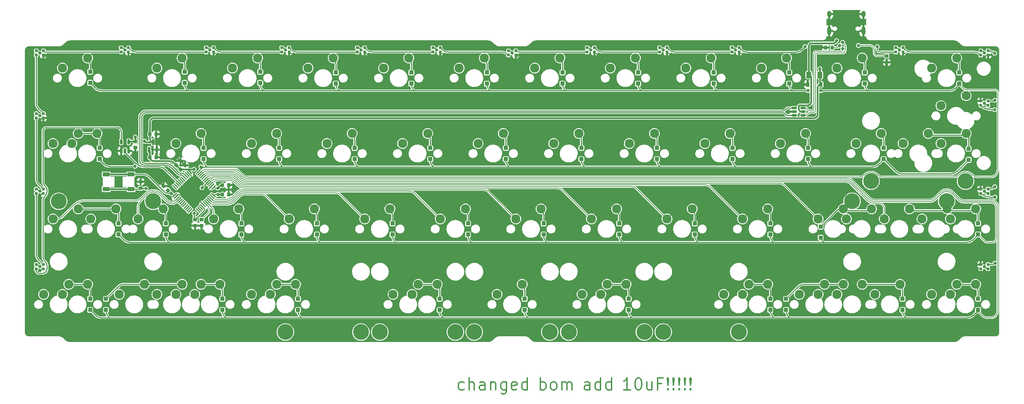
<source format=gbr>
%TF.GenerationSoftware,KiCad,Pcbnew,(7.0.0)*%
%TF.CreationDate,2024-04-06T15:00:31+02:00*%
%TF.ProjectId,forti,666f7274-692e-46b6-9963-61645f706362,rev?*%
%TF.SameCoordinates,Original*%
%TF.FileFunction,Copper,L2,Bot*%
%TF.FilePolarity,Positive*%
%FSLAX46Y46*%
G04 Gerber Fmt 4.6, Leading zero omitted, Abs format (unit mm)*
G04 Created by KiCad (PCBNEW (7.0.0)) date 2024-04-06 15:00:31*
%MOMM*%
%LPD*%
G01*
G04 APERTURE LIST*
G04 Aperture macros list*
%AMRoundRect*
0 Rectangle with rounded corners*
0 $1 Rounding radius*
0 $2 $3 $4 $5 $6 $7 $8 $9 X,Y pos of 4 corners*
0 Add a 4 corners polygon primitive as box body*
4,1,4,$2,$3,$4,$5,$6,$7,$8,$9,$2,$3,0*
0 Add four circle primitives for the rounded corners*
1,1,$1+$1,$2,$3*
1,1,$1+$1,$4,$5*
1,1,$1+$1,$6,$7*
1,1,$1+$1,$8,$9*
0 Add four rect primitives between the rounded corners*
20,1,$1+$1,$2,$3,$4,$5,0*
20,1,$1+$1,$4,$5,$6,$7,0*
20,1,$1+$1,$6,$7,$8,$9,0*
20,1,$1+$1,$8,$9,$2,$3,0*%
G04 Aperture macros list end*
%ADD10C,0.300000*%
%TA.AperFunction,NonConductor*%
%ADD11C,0.300000*%
%TD*%
%TA.AperFunction,ComponentPad*%
%ADD12O,1.000000X2.100000*%
%TD*%
%TA.AperFunction,ComponentPad*%
%ADD13O,1.000000X1.600000*%
%TD*%
%TA.AperFunction,ComponentPad*%
%ADD14C,2.300000*%
%TD*%
%TA.AperFunction,ComponentPad*%
%ADD15C,4.000000*%
%TD*%
%TA.AperFunction,SMDPad,CuDef*%
%ADD16RoundRect,0.105000X0.245000X0.245000X-0.245000X0.245000X-0.245000X-0.245000X0.245000X-0.245000X0*%
%TD*%
%TA.AperFunction,SMDPad,CuDef*%
%ADD17RoundRect,0.250000X0.300000X-0.300000X0.300000X0.300000X-0.300000X0.300000X-0.300000X-0.300000X0*%
%TD*%
%TA.AperFunction,SMDPad,CuDef*%
%ADD18RoundRect,0.200000X-0.275000X0.200000X-0.275000X-0.200000X0.275000X-0.200000X0.275000X0.200000X0*%
%TD*%
%TA.AperFunction,SMDPad,CuDef*%
%ADD19RoundRect,0.200000X0.200000X0.275000X-0.200000X0.275000X-0.200000X-0.275000X0.200000X-0.275000X0*%
%TD*%
%TA.AperFunction,SMDPad,CuDef*%
%ADD20RoundRect,0.105000X-0.245000X-0.245000X0.245000X-0.245000X0.245000X0.245000X-0.245000X0.245000X0*%
%TD*%
%TA.AperFunction,SMDPad,CuDef*%
%ADD21RoundRect,0.150000X0.150000X-0.512500X0.150000X0.512500X-0.150000X0.512500X-0.150000X-0.512500X0*%
%TD*%
%TA.AperFunction,SMDPad,CuDef*%
%ADD22R,1.800000X1.100000*%
%TD*%
%TA.AperFunction,SMDPad,CuDef*%
%ADD23RoundRect,0.225000X-0.250000X0.225000X-0.250000X-0.225000X0.250000X-0.225000X0.250000X0.225000X0*%
%TD*%
%TA.AperFunction,SMDPad,CuDef*%
%ADD24RoundRect,0.225000X0.335876X0.017678X0.017678X0.335876X-0.335876X-0.017678X-0.017678X-0.335876X0*%
%TD*%
%TA.AperFunction,SMDPad,CuDef*%
%ADD25RoundRect,0.225000X0.225000X0.375000X-0.225000X0.375000X-0.225000X-0.375000X0.225000X-0.375000X0*%
%TD*%
%TA.AperFunction,SMDPad,CuDef*%
%ADD26RoundRect,0.225000X-0.225000X-0.250000X0.225000X-0.250000X0.225000X0.250000X-0.225000X0.250000X0*%
%TD*%
%TA.AperFunction,SMDPad,CuDef*%
%ADD27RoundRect,0.070000X0.521491X-0.422496X-0.422496X0.521491X-0.521491X0.422496X0.422496X-0.521491X0*%
%TD*%
%TA.AperFunction,SMDPad,CuDef*%
%ADD28RoundRect,0.070000X0.521491X0.422496X0.422496X0.521491X-0.521491X-0.422496X-0.422496X-0.521491X0*%
%TD*%
%TA.AperFunction,SMDPad,CuDef*%
%ADD29RoundRect,0.150000X0.150000X-0.587500X0.150000X0.587500X-0.150000X0.587500X-0.150000X-0.587500X0*%
%TD*%
%TA.AperFunction,SMDPad,CuDef*%
%ADD30RoundRect,0.150000X-0.512500X-0.150000X0.512500X-0.150000X0.512500X0.150000X-0.512500X0.150000X0*%
%TD*%
%TA.AperFunction,SMDPad,CuDef*%
%ADD31RoundRect,0.225000X0.225000X0.250000X-0.225000X0.250000X-0.225000X-0.250000X0.225000X-0.250000X0*%
%TD*%
%TA.AperFunction,SMDPad,CuDef*%
%ADD32RoundRect,0.200000X0.275000X-0.200000X0.275000X0.200000X-0.275000X0.200000X-0.275000X-0.200000X0*%
%TD*%
%TA.AperFunction,SMDPad,CuDef*%
%ADD33RoundRect,0.225000X0.017678X-0.335876X0.335876X-0.017678X-0.017678X0.335876X-0.335876X0.017678X0*%
%TD*%
%TA.AperFunction,SMDPad,CuDef*%
%ADD34RoundRect,0.225000X0.250000X-0.225000X0.250000X0.225000X-0.250000X0.225000X-0.250000X-0.225000X0*%
%TD*%
%TA.AperFunction,SMDPad,CuDef*%
%ADD35RoundRect,0.250000X-0.375000X-0.625000X0.375000X-0.625000X0.375000X0.625000X-0.375000X0.625000X0*%
%TD*%
%TA.AperFunction,ViaPad*%
%ADD36C,0.800000*%
%TD*%
%TA.AperFunction,Conductor*%
%ADD37C,0.250000*%
%TD*%
%TA.AperFunction,Conductor*%
%ADD38C,0.200000*%
%TD*%
%TA.AperFunction,Conductor*%
%ADD39C,0.381000*%
%TD*%
G04 APERTURE END LIST*
D10*
D11*
X137890000Y-119854285D02*
X137604285Y-119997142D01*
X137604285Y-119997142D02*
X137032857Y-119997142D01*
X137032857Y-119997142D02*
X136747142Y-119854285D01*
X136747142Y-119854285D02*
X136604285Y-119711428D01*
X136604285Y-119711428D02*
X136461428Y-119425714D01*
X136461428Y-119425714D02*
X136461428Y-118568571D01*
X136461428Y-118568571D02*
X136604285Y-118282857D01*
X136604285Y-118282857D02*
X136747142Y-118140000D01*
X136747142Y-118140000D02*
X137032857Y-117997142D01*
X137032857Y-117997142D02*
X137604285Y-117997142D01*
X137604285Y-117997142D02*
X137890000Y-118140000D01*
X139175714Y-119997142D02*
X139175714Y-116997142D01*
X140461429Y-119997142D02*
X140461429Y-118425714D01*
X140461429Y-118425714D02*
X140318571Y-118140000D01*
X140318571Y-118140000D02*
X140032857Y-117997142D01*
X140032857Y-117997142D02*
X139604286Y-117997142D01*
X139604286Y-117997142D02*
X139318571Y-118140000D01*
X139318571Y-118140000D02*
X139175714Y-118282857D01*
X143175715Y-119997142D02*
X143175715Y-118425714D01*
X143175715Y-118425714D02*
X143032857Y-118140000D01*
X143032857Y-118140000D02*
X142747143Y-117997142D01*
X142747143Y-117997142D02*
X142175715Y-117997142D01*
X142175715Y-117997142D02*
X141890000Y-118140000D01*
X143175715Y-119854285D02*
X142890000Y-119997142D01*
X142890000Y-119997142D02*
X142175715Y-119997142D01*
X142175715Y-119997142D02*
X141890000Y-119854285D01*
X141890000Y-119854285D02*
X141747143Y-119568571D01*
X141747143Y-119568571D02*
X141747143Y-119282857D01*
X141747143Y-119282857D02*
X141890000Y-118997142D01*
X141890000Y-118997142D02*
X142175715Y-118854285D01*
X142175715Y-118854285D02*
X142890000Y-118854285D01*
X142890000Y-118854285D02*
X143175715Y-118711428D01*
X144604286Y-117997142D02*
X144604286Y-119997142D01*
X144604286Y-118282857D02*
X144747143Y-118140000D01*
X144747143Y-118140000D02*
X145032858Y-117997142D01*
X145032858Y-117997142D02*
X145461429Y-117997142D01*
X145461429Y-117997142D02*
X145747143Y-118140000D01*
X145747143Y-118140000D02*
X145890001Y-118425714D01*
X145890001Y-118425714D02*
X145890001Y-119997142D01*
X148604287Y-117997142D02*
X148604287Y-120425714D01*
X148604287Y-120425714D02*
X148461429Y-120711428D01*
X148461429Y-120711428D02*
X148318572Y-120854285D01*
X148318572Y-120854285D02*
X148032858Y-120997142D01*
X148032858Y-120997142D02*
X147604287Y-120997142D01*
X147604287Y-120997142D02*
X147318572Y-120854285D01*
X148604287Y-119854285D02*
X148318572Y-119997142D01*
X148318572Y-119997142D02*
X147747144Y-119997142D01*
X147747144Y-119997142D02*
X147461429Y-119854285D01*
X147461429Y-119854285D02*
X147318572Y-119711428D01*
X147318572Y-119711428D02*
X147175715Y-119425714D01*
X147175715Y-119425714D02*
X147175715Y-118568571D01*
X147175715Y-118568571D02*
X147318572Y-118282857D01*
X147318572Y-118282857D02*
X147461429Y-118140000D01*
X147461429Y-118140000D02*
X147747144Y-117997142D01*
X147747144Y-117997142D02*
X148318572Y-117997142D01*
X148318572Y-117997142D02*
X148604287Y-118140000D01*
X151175715Y-119854285D02*
X150890001Y-119997142D01*
X150890001Y-119997142D02*
X150318573Y-119997142D01*
X150318573Y-119997142D02*
X150032858Y-119854285D01*
X150032858Y-119854285D02*
X149890001Y-119568571D01*
X149890001Y-119568571D02*
X149890001Y-118425714D01*
X149890001Y-118425714D02*
X150032858Y-118140000D01*
X150032858Y-118140000D02*
X150318573Y-117997142D01*
X150318573Y-117997142D02*
X150890001Y-117997142D01*
X150890001Y-117997142D02*
X151175715Y-118140000D01*
X151175715Y-118140000D02*
X151318573Y-118425714D01*
X151318573Y-118425714D02*
X151318573Y-118711428D01*
X151318573Y-118711428D02*
X149890001Y-118997142D01*
X153890002Y-119997142D02*
X153890002Y-116997142D01*
X153890002Y-119854285D02*
X153604287Y-119997142D01*
X153604287Y-119997142D02*
X153032859Y-119997142D01*
X153032859Y-119997142D02*
X152747144Y-119854285D01*
X152747144Y-119854285D02*
X152604287Y-119711428D01*
X152604287Y-119711428D02*
X152461430Y-119425714D01*
X152461430Y-119425714D02*
X152461430Y-118568571D01*
X152461430Y-118568571D02*
X152604287Y-118282857D01*
X152604287Y-118282857D02*
X152747144Y-118140000D01*
X152747144Y-118140000D02*
X153032859Y-117997142D01*
X153032859Y-117997142D02*
X153604287Y-117997142D01*
X153604287Y-117997142D02*
X153890002Y-118140000D01*
X157118573Y-119997142D02*
X157118573Y-116997142D01*
X157118573Y-118140000D02*
X157404288Y-117997142D01*
X157404288Y-117997142D02*
X157975716Y-117997142D01*
X157975716Y-117997142D02*
X158261430Y-118140000D01*
X158261430Y-118140000D02*
X158404288Y-118282857D01*
X158404288Y-118282857D02*
X158547145Y-118568571D01*
X158547145Y-118568571D02*
X158547145Y-119425714D01*
X158547145Y-119425714D02*
X158404288Y-119711428D01*
X158404288Y-119711428D02*
X158261430Y-119854285D01*
X158261430Y-119854285D02*
X157975716Y-119997142D01*
X157975716Y-119997142D02*
X157404288Y-119997142D01*
X157404288Y-119997142D02*
X157118573Y-119854285D01*
X160261431Y-119997142D02*
X159975716Y-119854285D01*
X159975716Y-119854285D02*
X159832859Y-119711428D01*
X159832859Y-119711428D02*
X159690002Y-119425714D01*
X159690002Y-119425714D02*
X159690002Y-118568571D01*
X159690002Y-118568571D02*
X159832859Y-118282857D01*
X159832859Y-118282857D02*
X159975716Y-118140000D01*
X159975716Y-118140000D02*
X160261431Y-117997142D01*
X160261431Y-117997142D02*
X160690002Y-117997142D01*
X160690002Y-117997142D02*
X160975716Y-118140000D01*
X160975716Y-118140000D02*
X161118574Y-118282857D01*
X161118574Y-118282857D02*
X161261431Y-118568571D01*
X161261431Y-118568571D02*
X161261431Y-119425714D01*
X161261431Y-119425714D02*
X161118574Y-119711428D01*
X161118574Y-119711428D02*
X160975716Y-119854285D01*
X160975716Y-119854285D02*
X160690002Y-119997142D01*
X160690002Y-119997142D02*
X160261431Y-119997142D01*
X162547145Y-119997142D02*
X162547145Y-117997142D01*
X162547145Y-118282857D02*
X162690002Y-118140000D01*
X162690002Y-118140000D02*
X162975717Y-117997142D01*
X162975717Y-117997142D02*
X163404288Y-117997142D01*
X163404288Y-117997142D02*
X163690002Y-118140000D01*
X163690002Y-118140000D02*
X163832860Y-118425714D01*
X163832860Y-118425714D02*
X163832860Y-119997142D01*
X163832860Y-118425714D02*
X163975717Y-118140000D01*
X163975717Y-118140000D02*
X164261431Y-117997142D01*
X164261431Y-117997142D02*
X164690002Y-117997142D01*
X164690002Y-117997142D02*
X164975717Y-118140000D01*
X164975717Y-118140000D02*
X165118574Y-118425714D01*
X165118574Y-118425714D02*
X165118574Y-119997142D01*
X169632860Y-119997142D02*
X169632860Y-118425714D01*
X169632860Y-118425714D02*
X169490002Y-118140000D01*
X169490002Y-118140000D02*
X169204288Y-117997142D01*
X169204288Y-117997142D02*
X168632860Y-117997142D01*
X168632860Y-117997142D02*
X168347145Y-118140000D01*
X169632860Y-119854285D02*
X169347145Y-119997142D01*
X169347145Y-119997142D02*
X168632860Y-119997142D01*
X168632860Y-119997142D02*
X168347145Y-119854285D01*
X168347145Y-119854285D02*
X168204288Y-119568571D01*
X168204288Y-119568571D02*
X168204288Y-119282857D01*
X168204288Y-119282857D02*
X168347145Y-118997142D01*
X168347145Y-118997142D02*
X168632860Y-118854285D01*
X168632860Y-118854285D02*
X169347145Y-118854285D01*
X169347145Y-118854285D02*
X169632860Y-118711428D01*
X172347146Y-119997142D02*
X172347146Y-116997142D01*
X172347146Y-119854285D02*
X172061431Y-119997142D01*
X172061431Y-119997142D02*
X171490003Y-119997142D01*
X171490003Y-119997142D02*
X171204288Y-119854285D01*
X171204288Y-119854285D02*
X171061431Y-119711428D01*
X171061431Y-119711428D02*
X170918574Y-119425714D01*
X170918574Y-119425714D02*
X170918574Y-118568571D01*
X170918574Y-118568571D02*
X171061431Y-118282857D01*
X171061431Y-118282857D02*
X171204288Y-118140000D01*
X171204288Y-118140000D02*
X171490003Y-117997142D01*
X171490003Y-117997142D02*
X172061431Y-117997142D01*
X172061431Y-117997142D02*
X172347146Y-118140000D01*
X175061432Y-119997142D02*
X175061432Y-116997142D01*
X175061432Y-119854285D02*
X174775717Y-119997142D01*
X174775717Y-119997142D02*
X174204289Y-119997142D01*
X174204289Y-119997142D02*
X173918574Y-119854285D01*
X173918574Y-119854285D02*
X173775717Y-119711428D01*
X173775717Y-119711428D02*
X173632860Y-119425714D01*
X173632860Y-119425714D02*
X173632860Y-118568571D01*
X173632860Y-118568571D02*
X173775717Y-118282857D01*
X173775717Y-118282857D02*
X173918574Y-118140000D01*
X173918574Y-118140000D02*
X174204289Y-117997142D01*
X174204289Y-117997142D02*
X174775717Y-117997142D01*
X174775717Y-117997142D02*
X175061432Y-118140000D01*
X179861432Y-119997142D02*
X178147146Y-119997142D01*
X179004289Y-119997142D02*
X179004289Y-116997142D01*
X179004289Y-116997142D02*
X178718575Y-117425714D01*
X178718575Y-117425714D02*
X178432860Y-117711428D01*
X178432860Y-117711428D02*
X178147146Y-117854285D01*
X181718575Y-116997142D02*
X182004289Y-116997142D01*
X182004289Y-116997142D02*
X182290003Y-117140000D01*
X182290003Y-117140000D02*
X182432861Y-117282857D01*
X182432861Y-117282857D02*
X182575718Y-117568571D01*
X182575718Y-117568571D02*
X182718575Y-118140000D01*
X182718575Y-118140000D02*
X182718575Y-118854285D01*
X182718575Y-118854285D02*
X182575718Y-119425714D01*
X182575718Y-119425714D02*
X182432861Y-119711428D01*
X182432861Y-119711428D02*
X182290003Y-119854285D01*
X182290003Y-119854285D02*
X182004289Y-119997142D01*
X182004289Y-119997142D02*
X181718575Y-119997142D01*
X181718575Y-119997142D02*
X181432861Y-119854285D01*
X181432861Y-119854285D02*
X181290003Y-119711428D01*
X181290003Y-119711428D02*
X181147146Y-119425714D01*
X181147146Y-119425714D02*
X181004289Y-118854285D01*
X181004289Y-118854285D02*
X181004289Y-118140000D01*
X181004289Y-118140000D02*
X181147146Y-117568571D01*
X181147146Y-117568571D02*
X181290003Y-117282857D01*
X181290003Y-117282857D02*
X181432861Y-117140000D01*
X181432861Y-117140000D02*
X181718575Y-116997142D01*
X185290004Y-117997142D02*
X185290004Y-119997142D01*
X184004289Y-117997142D02*
X184004289Y-119568571D01*
X184004289Y-119568571D02*
X184147146Y-119854285D01*
X184147146Y-119854285D02*
X184432861Y-119997142D01*
X184432861Y-119997142D02*
X184861432Y-119997142D01*
X184861432Y-119997142D02*
X185147146Y-119854285D01*
X185147146Y-119854285D02*
X185290004Y-119711428D01*
X187718575Y-118425714D02*
X186718575Y-118425714D01*
X186718575Y-119997142D02*
X186718575Y-116997142D01*
X186718575Y-116997142D02*
X188147147Y-116997142D01*
X189290004Y-119711428D02*
X189432861Y-119854285D01*
X189432861Y-119854285D02*
X189290004Y-119997142D01*
X189290004Y-119997142D02*
X189147147Y-119854285D01*
X189147147Y-119854285D02*
X189290004Y-119711428D01*
X189290004Y-119711428D02*
X189290004Y-119997142D01*
X189290004Y-118854285D02*
X189147147Y-117140000D01*
X189147147Y-117140000D02*
X189290004Y-116997142D01*
X189290004Y-116997142D02*
X189432861Y-117140000D01*
X189432861Y-117140000D02*
X189290004Y-118854285D01*
X189290004Y-118854285D02*
X189290004Y-116997142D01*
X190718575Y-119711428D02*
X190861432Y-119854285D01*
X190861432Y-119854285D02*
X190718575Y-119997142D01*
X190718575Y-119997142D02*
X190575718Y-119854285D01*
X190575718Y-119854285D02*
X190718575Y-119711428D01*
X190718575Y-119711428D02*
X190718575Y-119997142D01*
X190718575Y-118854285D02*
X190575718Y-117140000D01*
X190575718Y-117140000D02*
X190718575Y-116997142D01*
X190718575Y-116997142D02*
X190861432Y-117140000D01*
X190861432Y-117140000D02*
X190718575Y-118854285D01*
X190718575Y-118854285D02*
X190718575Y-116997142D01*
X192147146Y-119711428D02*
X192290003Y-119854285D01*
X192290003Y-119854285D02*
X192147146Y-119997142D01*
X192147146Y-119997142D02*
X192004289Y-119854285D01*
X192004289Y-119854285D02*
X192147146Y-119711428D01*
X192147146Y-119711428D02*
X192147146Y-119997142D01*
X192147146Y-118854285D02*
X192004289Y-117140000D01*
X192004289Y-117140000D02*
X192147146Y-116997142D01*
X192147146Y-116997142D02*
X192290003Y-117140000D01*
X192290003Y-117140000D02*
X192147146Y-118854285D01*
X192147146Y-118854285D02*
X192147146Y-116997142D01*
X193575717Y-119711428D02*
X193718574Y-119854285D01*
X193718574Y-119854285D02*
X193575717Y-119997142D01*
X193575717Y-119997142D02*
X193432860Y-119854285D01*
X193432860Y-119854285D02*
X193575717Y-119711428D01*
X193575717Y-119711428D02*
X193575717Y-119997142D01*
X193575717Y-118854285D02*
X193432860Y-117140000D01*
X193432860Y-117140000D02*
X193575717Y-116997142D01*
X193575717Y-116997142D02*
X193718574Y-117140000D01*
X193718574Y-117140000D02*
X193575717Y-118854285D01*
X193575717Y-118854285D02*
X193575717Y-116997142D01*
X195004288Y-119711428D02*
X195147145Y-119854285D01*
X195147145Y-119854285D02*
X195004288Y-119997142D01*
X195004288Y-119997142D02*
X194861431Y-119854285D01*
X194861431Y-119854285D02*
X195004288Y-119711428D01*
X195004288Y-119711428D02*
X195004288Y-119997142D01*
X195004288Y-118854285D02*
X194861431Y-117140000D01*
X194861431Y-117140000D02*
X195004288Y-116997142D01*
X195004288Y-116997142D02*
X195147145Y-117140000D01*
X195147145Y-117140000D02*
X195004288Y-118854285D01*
X195004288Y-118854285D02*
X195004288Y-116997142D01*
D12*
%TO.P,J1,S1,SHIELD*%
%TO.N,GND*%
X238589114Y-29323749D03*
D13*
X238589114Y-25143749D03*
D12*
X229949114Y-29323749D03*
D13*
X229949114Y-25143749D03*
%TD*%
D14*
%TO.P,MX51,1,1*%
%TO.N,COL9*%
X227171250Y-95885000D03*
%TO.P,MX51,2,2*%
%TO.N,Net-(D45-A)*%
X233521250Y-93345000D03*
%TD*%
%TO.P,MX23,1,1*%
%TO.N,COL10*%
X236696250Y-57785000D03*
%TO.P,MX23,2,2*%
%TO.N,Net-(D23-A)*%
X243046250Y-55245000D03*
%TD*%
%TO.P,MX55,1,1*%
%TO.N,COL11*%
X255746250Y-95885000D03*
%TO.P,MX55,2,2*%
%TO.N,Net-(D47-A)*%
X262096250Y-93345000D03*
%TD*%
%TO.P,MX43,1,1*%
%TO.N,COL2*%
X70008750Y-95885000D03*
%TO.P,MX43,2,2*%
%TO.N,Net-(D39-A)*%
X76358750Y-93345000D03*
%TD*%
%TO.P,MXshift2.1,1,1*%
%TO.N,COL0*%
X43815000Y-76835000D03*
%TO.P,MXshift2.1,2,2*%
%TO.N,Net-(D25-A)*%
X50165000Y-74295000D03*
%TD*%
%TO.P,MX27,1,1*%
%TO.N,COL2*%
X74771250Y-76835000D03*
%TO.P,MX27,2,2*%
%TO.N,Net-(D27-A)*%
X81121250Y-74295000D03*
%TD*%
%TO.P,MX11,1,1*%
%TO.N,COL10*%
X231933750Y-38735000D03*
%TO.P,MX11,2,2*%
%TO.N,Net-(D11-A)*%
X238283750Y-36195000D03*
%TD*%
%TO.P,MX46,1,1*%
%TO.N,COL3*%
X84296250Y-95885000D03*
%TO.P,MX46,2,2*%
%TO.N,Net-(D40-A)*%
X90646250Y-93345000D03*
%TD*%
%TO.P,MXenter2.1,1,1*%
%TO.N,COL11*%
X248602500Y-57785000D03*
%TO.P,MXenter2.1,2,2*%
%TO.N,Net-(D24-A)*%
X254952500Y-55245000D03*
%TD*%
D15*
%TO.P,S2,*%
%TO.N,*%
X207168750Y-105410000D03*
X92868750Y-105410000D03*
%TD*%
D14*
%TO.P,MX49,1,1*%
%TO.N,COL8*%
X208121250Y-95885000D03*
%TO.P,MX49,2,2*%
%TO.N,Net-(D44-A)*%
X214471250Y-93345000D03*
%TD*%
%TO.P,MX31,1,1*%
%TO.N,COL6*%
X150971250Y-76835000D03*
%TO.P,MX31,2,2*%
%TO.N,Net-(D31-A)*%
X157321250Y-74295000D03*
%TD*%
%TO.P,MX16,1,1*%
%TO.N,COL3*%
X103346250Y-57785000D03*
%TO.P,MX16,2,2*%
%TO.N,Net-(D16-A)*%
X109696250Y-55245000D03*
%TD*%
%TO.P,MX38,1,1*%
%TO.N,COL11*%
X260508750Y-76835000D03*
%TO.P,MX38,2,2*%
%TO.N,Net-(D36-A)*%
X266858750Y-74295000D03*
%TD*%
%TO.P,MX35,1,1*%
%TO.N,COL10*%
X227171250Y-76835000D03*
%TO.P,MX35,2,2*%
%TO.N,Net-(D35-A)*%
X233521250Y-74295000D03*
%TD*%
%TO.P,MXsplit2.75(1)1,1,1*%
%TO.N,COL7*%
X167640000Y-95885000D03*
%TO.P,MXsplit2.75(1)1,2,2*%
%TO.N,Net-(D43-A)*%
X173990000Y-93345000D03*
%TD*%
D15*
%TO.P,shift2.2,*%
%TO.N,*%
X35718750Y-72390000D03*
X59531250Y-72390000D03*
%TD*%
D14*
%TO.P,MX8,1,1*%
%TO.N,COL7*%
X174783750Y-38735000D03*
%TO.P,MX8,2,2*%
%TO.N,Net-(D8-A)*%
X181133750Y-36195000D03*
%TD*%
%TO.P,MX13,1,1*%
%TO.N,COL0*%
X39052500Y-57785000D03*
%TO.P,MX13,2,2*%
%TO.N,Net-(D13-A)*%
X45402500Y-55245000D03*
%TD*%
%TO.P,MX32,1,1*%
%TO.N,COL7*%
X170021250Y-76835000D03*
%TO.P,MX32,2,2*%
%TO.N,Net-(D32-A)*%
X176371250Y-74295000D03*
%TD*%
%TO.P,MXISO1,1,1*%
%TO.N,COL11*%
X258127500Y-48260000D03*
%TO.P,MXISO1,2,2*%
%TO.N,Net-(D12-A)*%
X264477500Y-45720000D03*
%TD*%
%TO.P,MX21,1,1*%
%TO.N,COL8*%
X198596250Y-57785000D03*
%TO.P,MX21,2,2*%
%TO.N,Net-(D21-A)*%
X204946250Y-55245000D03*
%TD*%
%TO.P,MXsplit2.1,1,1*%
%TO.N,COL5*%
X124777500Y-95885000D03*
%TO.P,MXsplit2.1,2,2*%
%TO.N,Net-(D41-A)*%
X131127500Y-93345000D03*
%TD*%
%TO.P,MX4,1,1*%
%TO.N,COL3*%
X98583750Y-38735000D03*
%TO.P,MX4,2,2*%
%TO.N,Net-(D4-A)*%
X104933750Y-36195000D03*
%TD*%
%TO.P,MX45,1,1*%
%TO.N,COL3*%
X89058750Y-95885000D03*
%TO.P,MX45,2,2*%
%TO.N,Net-(D40-A)*%
X95408750Y-93345000D03*
%TD*%
%TO.P,MX30,1,1*%
%TO.N,COL5*%
X131921250Y-76835000D03*
%TO.P,MX30,2,2*%
%TO.N,Net-(D30-A)*%
X138271250Y-74295000D03*
%TD*%
%TO.P,MX1,1,1*%
%TO.N,COL0*%
X36671250Y-38735000D03*
%TO.P,MX1,2,2*%
%TO.N,Net-(D1-A)*%
X43021250Y-36195000D03*
%TD*%
%TO.P,MX34,1,1*%
%TO.N,COL9*%
X208121250Y-76835000D03*
%TO.P,MX34,2,2*%
%TO.N,Net-(D34-A)*%
X214471250Y-74295000D03*
%TD*%
%TO.P,MX25,1,1*%
%TO.N,COL0*%
X34290000Y-76835000D03*
%TO.P,MX25,2,2*%
%TO.N,Net-(D25-A)*%
X40640000Y-74295000D03*
%TD*%
D15*
%TO.P,enter2.1,*%
%TO.N,*%
X264318750Y-67310000D03*
X240506250Y-67310000D03*
%TD*%
D14*
%TO.P,MX29,1,1*%
%TO.N,COL4*%
X112871250Y-76835000D03*
%TO.P,MX29,2,2*%
%TO.N,Net-(D29-A)*%
X119221250Y-74295000D03*
%TD*%
%TO.P,MX53,1,1*%
%TO.N,COL10*%
X231933750Y-95885000D03*
%TO.P,MX53,2,2*%
%TO.N,Net-(D46-A)*%
X238283750Y-93345000D03*
%TD*%
%TO.P,MX22,1,1*%
%TO.N,COL9*%
X217646250Y-57785000D03*
%TO.P,MX22,2,2*%
%TO.N,Net-(D22-A)*%
X223996250Y-55245000D03*
%TD*%
%TO.P,MX17,1,1*%
%TO.N,COL4*%
X122396250Y-57785000D03*
%TO.P,MX17,2,2*%
%TO.N,Net-(D17-A)*%
X128746250Y-55245000D03*
%TD*%
%TO.P,MX47,1,1*%
%TO.N,COL6*%
X146208750Y-95885000D03*
%TO.P,MX47,2,2*%
%TO.N,Net-(D42-A)*%
X152558750Y-93345000D03*
%TD*%
D15*
%TO.P,S1,*%
%TO.N,*%
X135731250Y-105410000D03*
X111918750Y-105410000D03*
%TD*%
D14*
%TO.P,MX44,1,1*%
%TO.N,COL2*%
X65246250Y-95885000D03*
%TO.P,MX44,2,2*%
%TO.N,Net-(D39-A)*%
X71596250Y-93345000D03*
%TD*%
%TO.P,MX36,1,1*%
%TO.N,COL10*%
X234315000Y-76835000D03*
%TO.P,MX36,2,2*%
%TO.N,Net-(D35-A)*%
X240665000Y-74295000D03*
%TD*%
%TO.P,MX26,1,1*%
%TO.N,COL1*%
X55721250Y-76835000D03*
%TO.P,MX26,2,2*%
%TO.N,Net-(D26-A)*%
X62071250Y-74295000D03*
%TD*%
%TO.P,MX3,1,1*%
%TO.N,COL2*%
X79533750Y-38735000D03*
%TO.P,MX3,2,2*%
%TO.N,Net-(D3-A)*%
X85883750Y-36195000D03*
%TD*%
D15*
%TO.P,S4,*%
%TO.N,*%
X188118750Y-105410000D03*
X164306250Y-105410000D03*
%TD*%
D14*
%TO.P,MX37,1,1*%
%TO.N,COL11*%
X253365000Y-76835000D03*
%TO.P,MX37,2,2*%
%TO.N,Net-(D36-A)*%
X259715000Y-74295000D03*
%TD*%
%TO.P,MX24,1,1*%
%TO.N,COL11*%
X258127500Y-57785000D03*
%TO.P,MX24,2,2*%
%TO.N,Net-(D24-A)*%
X264477500Y-55245000D03*
%TD*%
D15*
%TO.P,S3,*%
%TO.N,*%
X183356250Y-105410000D03*
X159543750Y-105410000D03*
%TD*%
D14*
%TO.P,MX42,1,1*%
%TO.N,COL1*%
X60483750Y-95885000D03*
%TO.P,MX42,2,2*%
%TO.N,Net-(D38-A)*%
X66833750Y-93345000D03*
%TD*%
%TO.P,MX33,1,1*%
%TO.N,COL8*%
X189071250Y-76835000D03*
%TO.P,MX33,2,2*%
%TO.N,Net-(D33-A)*%
X195421250Y-74295000D03*
%TD*%
%TO.P,MX5,1,1*%
%TO.N,COL4*%
X117633750Y-38735000D03*
%TO.P,MX5,2,2*%
%TO.N,Net-(D5-A)*%
X123983750Y-36195000D03*
%TD*%
%TO.P,MX50,1,1*%
%TO.N,COL9*%
X222408750Y-95885000D03*
%TO.P,MX50,2,2*%
%TO.N,Net-(D45-A)*%
X228758750Y-93345000D03*
%TD*%
D15*
%TO.P,S5,*%
%TO.N,*%
X140493750Y-105410000D03*
X116681250Y-105410000D03*
%TD*%
D14*
%TO.P,MXsplit2.25(1)1,1,1*%
%TO.N,COL5*%
X120015000Y-95885000D03*
%TO.P,MXsplit2.25(1)1,2,2*%
%TO.N,Net-(D41-A)*%
X126365000Y-93345000D03*
%TD*%
%TO.P,MX28,1,1*%
%TO.N,COL3*%
X93821250Y-76835000D03*
%TO.P,MX28,2,2*%
%TO.N,Net-(D28-A)*%
X100171250Y-74295000D03*
%TD*%
%TO.P,MX18,1,1*%
%TO.N,COL5*%
X141446250Y-57785000D03*
%TO.P,MX18,2,2*%
%TO.N,Net-(D18-A)*%
X147796250Y-55245000D03*
%TD*%
%TO.P,MXcaps1,1,1*%
%TO.N,COL0*%
X34290000Y-57785000D03*
%TO.P,MXcaps1,2,2*%
%TO.N,Net-(D13-A)*%
X40640000Y-55245000D03*
%TD*%
%TO.P,MX40,1,1*%
%TO.N,COL0*%
X36671250Y-95885000D03*
%TO.P,MX40,2,2*%
%TO.N,Net-(D37-A)*%
X43021250Y-93345000D03*
%TD*%
%TO.P,MX15,1,1*%
%TO.N,COL2*%
X84296250Y-57785000D03*
%TO.P,MX15,2,2*%
%TO.N,Net-(D15-A)*%
X90646250Y-55245000D03*
%TD*%
%TO.P,MX54,1,1*%
%TO.N,COL11*%
X260508750Y-95885000D03*
%TO.P,MX54,2,2*%
%TO.N,Net-(D47-A)*%
X266858750Y-93345000D03*
%TD*%
%TO.P,MX39,1,1*%
%TO.N,COL0*%
X31908750Y-95885000D03*
%TO.P,MX39,2,2*%
%TO.N,Net-(D37-A)*%
X38258750Y-93345000D03*
%TD*%
D15*
%TO.P,shift2.1,*%
%TO.N,*%
X235743750Y-72390000D03*
X259556250Y-72390000D03*
%TD*%
D14*
%TO.P,MX10,1,1*%
%TO.N,COL9*%
X212883750Y-38735000D03*
%TO.P,MX10,2,2*%
%TO.N,Net-(D10-A)*%
X219233750Y-36195000D03*
%TD*%
%TO.P,MX9,1,1*%
%TO.N,COL8*%
X193833750Y-38735000D03*
%TO.P,MX9,2,2*%
%TO.N,Net-(D9-A)*%
X200183750Y-36195000D03*
%TD*%
%TO.P,MX52,1,1*%
%TO.N,COL10*%
X241458750Y-95885000D03*
%TO.P,MX52,2,2*%
%TO.N,Net-(D46-A)*%
X247808750Y-93345000D03*
%TD*%
%TO.P,MX20,1,1*%
%TO.N,COL7*%
X179546250Y-57785000D03*
%TO.P,MX20,2,2*%
%TO.N,Net-(D20-A)*%
X185896250Y-55245000D03*
%TD*%
%TO.P,MX6,1,1*%
%TO.N,COL5*%
X136683750Y-38735000D03*
%TO.P,MX6,2,2*%
%TO.N,Net-(D6-A)*%
X143033750Y-36195000D03*
%TD*%
%TO.P,MXshift2.2,1,1*%
%TO.N,COL11*%
X243840000Y-76835000D03*
%TO.P,MXshift2.2,2,2*%
%TO.N,Net-(D36-A)*%
X250190000Y-74295000D03*
%TD*%
%TO.P,MX12,1,1*%
%TO.N,COL11*%
X255746250Y-38735000D03*
%TO.P,MX12,2,2*%
%TO.N,Net-(D12-A)*%
X262096250Y-36195000D03*
%TD*%
%TO.P,MX19,1,1*%
%TO.N,COL6*%
X160496250Y-57785000D03*
%TO.P,MX19,2,2*%
%TO.N,Net-(D19-A)*%
X166846250Y-55245000D03*
%TD*%
%TO.P,MXsplit2.2,1,1*%
%TO.N,COL7*%
X172402500Y-95885000D03*
%TO.P,MXsplit2.2,2,2*%
%TO.N,Net-(D43-A)*%
X178752500Y-93345000D03*
%TD*%
%TO.P,MX7,1,1*%
%TO.N,COL6*%
X155733750Y-38735000D03*
%TO.P,MX7,2,2*%
%TO.N,Net-(D7-A)*%
X162083750Y-36195000D03*
%TD*%
%TO.P,MX14,1,1*%
%TO.N,COL1*%
X65246250Y-57785000D03*
%TO.P,MX14,2,2*%
%TO.N,Net-(D14-A)*%
X71596250Y-55245000D03*
%TD*%
%TO.P,MX48,1,1*%
%TO.N,COL8*%
X203358750Y-95885000D03*
%TO.P,MX48,2,2*%
%TO.N,Net-(D44-A)*%
X209708750Y-93345000D03*
%TD*%
%TO.P,MX41,1,1*%
%TO.N,COL1*%
X50958750Y-95885000D03*
%TO.P,MX41,2,2*%
%TO.N,Net-(D38-A)*%
X57308750Y-93345000D03*
%TD*%
%TO.P,MX2,1,1*%
%TO.N,COL1*%
X60483750Y-38735000D03*
%TO.P,MX2,2,2*%
%TO.N,Net-(D2-A)*%
X66833750Y-36195000D03*
%TD*%
D16*
%TO.P,LED2,1,DOUT*%
%TO.N,Net-(LED2-DOUT)*%
X31871250Y-69300000D03*
%TO.P,LED2,2,VSS*%
%TO.N,GND*%
X31871250Y-70400000D03*
%TO.P,LED2,3,DIN*%
%TO.N,Net-(LED1-DOUT)*%
X30041250Y-70400000D03*
%TO.P,LED2,4,VDD*%
%TO.N,+5V*%
X30041250Y-69300000D03*
%TD*%
D17*
%TO.P,D29,1,K*%
%TO.N,ROW2*%
X119856250Y-80775000D03*
%TO.P,D29,2,A*%
%TO.N,Net-(D29-A)*%
X119856250Y-77975000D03*
%TD*%
%TO.P,D36,1,K*%
%TO.N,ROW2*%
X267493750Y-80775000D03*
%TO.P,D36,2,A*%
%TO.N,Net-(D36-A)*%
X267493750Y-77975000D03*
%TD*%
%TO.P,D13,1,K*%
%TO.N,ROW1*%
X46037500Y-61725000D03*
%TO.P,D13,2,A*%
%TO.N,Net-(D13-A)*%
X46037500Y-58925000D03*
%TD*%
D16*
%TO.P,LED10,1,DOUT*%
%TO.N,Net-(LED10-DOUT)*%
X150933750Y-34375000D03*
%TO.P,LED10,2,VSS*%
%TO.N,GND*%
X150933750Y-35475000D03*
%TO.P,LED10,3,DIN*%
%TO.N,Net-(LED10-DIN)*%
X149103750Y-35475000D03*
%TO.P,LED10,4,VDD*%
%TO.N,+5V*%
X149103750Y-34375000D03*
%TD*%
D17*
%TO.P,D41,1,K*%
%TO.N,ROW3*%
X131762500Y-99825000D03*
%TO.P,D41,2,A*%
%TO.N,Net-(D41-A)*%
X131762500Y-97025000D03*
%TD*%
%TO.P,D20,1,K*%
%TO.N,ROW1*%
X186531250Y-61725000D03*
%TO.P,D20,2,A*%
%TO.N,Net-(D20-A)*%
X186531250Y-58925000D03*
%TD*%
%TO.P,D26,1,K*%
%TO.N,ROW2*%
X62706250Y-80775000D03*
%TO.P,D26,2,A*%
%TO.N,Net-(D26-A)*%
X62706250Y-77975000D03*
%TD*%
D18*
%TO.P,R1,1*%
%TO.N,/CC1*%
X244475000Y-35687500D03*
%TO.P,R1,2*%
%TO.N,GND*%
X244475000Y-37337500D03*
%TD*%
D17*
%TO.P,D22,1,K*%
%TO.N,ROW1*%
X224631250Y-61725000D03*
%TO.P,D22,2,A*%
%TO.N,Net-(D22-A)*%
X224631250Y-58925000D03*
%TD*%
D16*
%TO.P,LED7,1,DOUT*%
%TO.N,Net-(LED7-DOUT)*%
X93783750Y-33581250D03*
%TO.P,LED7,2,VSS*%
%TO.N,GND*%
X93783750Y-34681250D03*
%TO.P,LED7,3,DIN*%
%TO.N,Net-(LED6-DOUT)*%
X91953750Y-34681250D03*
%TO.P,LED7,4,VDD*%
%TO.N,+5V*%
X91953750Y-33581250D03*
%TD*%
D17*
%TO.P,D32,1,K*%
%TO.N,ROW2*%
X177006250Y-80775000D03*
%TO.P,D32,2,A*%
%TO.N,Net-(D32-A)*%
X177006250Y-77975000D03*
%TD*%
D19*
%TO.P,R2,1*%
%TO.N,/CC2*%
X230712500Y-33537500D03*
%TO.P,R2,2*%
%TO.N,GND*%
X229062500Y-33537500D03*
%TD*%
D16*
%TO.P,LED9,1,DOUT*%
%TO.N,Net-(LED10-DIN)*%
X131883750Y-33581250D03*
%TO.P,LED9,2,VSS*%
%TO.N,GND*%
X131883750Y-34681250D03*
%TO.P,LED9,3,DIN*%
%TO.N,Net-(LED8-DOUT)*%
X130053750Y-34681250D03*
%TO.P,LED9,4,VDD*%
%TO.N,+5V*%
X130053750Y-33581250D03*
%TD*%
%TO.P,LED12,1,DOUT*%
%TO.N,Net-(LED12-DOUT)*%
X189033750Y-33581250D03*
%TO.P,LED12,2,VSS*%
%TO.N,GND*%
X189033750Y-34681250D03*
%TO.P,LED12,3,DIN*%
%TO.N,Net-(LED11-DOUT)*%
X187203750Y-34681250D03*
%TO.P,LED12,4,VDD*%
%TO.N,+5V*%
X187203750Y-33581250D03*
%TD*%
D17*
%TO.P,D15,1,K*%
%TO.N,ROW1*%
X91281250Y-61725000D03*
%TO.P,D15,2,A*%
%TO.N,Net-(D15-A)*%
X91281250Y-58925000D03*
%TD*%
%TO.P,D40,1,K*%
%TO.N,ROW3*%
X96043750Y-99825000D03*
%TO.P,D40,2,A*%
%TO.N,Net-(D40-A)*%
X96043750Y-97025000D03*
%TD*%
D16*
%TO.P,LED13,1,DOUT*%
%TO.N,Net-(LED13-DOUT)*%
X207290000Y-33581250D03*
%TO.P,LED13,2,VSS*%
%TO.N,GND*%
X207290000Y-34681250D03*
%TO.P,LED13,3,DIN*%
%TO.N,Net-(LED12-DOUT)*%
X205460000Y-34681250D03*
%TO.P,LED13,4,VDD*%
%TO.N,+5V*%
X205460000Y-33581250D03*
%TD*%
D17*
%TO.P,D31,1,K*%
%TO.N,ROW2*%
X157956250Y-80775000D03*
%TO.P,D31,2,A*%
%TO.N,Net-(D31-A)*%
X157956250Y-77975000D03*
%TD*%
%TO.P,D21,1,K*%
%TO.N,ROW1*%
X205581250Y-61725000D03*
%TO.P,D21,2,A*%
%TO.N,Net-(D21-A)*%
X205581250Y-58925000D03*
%TD*%
%TO.P,D4,1,K*%
%TO.N,ROW0*%
X105568750Y-42675000D03*
%TO.P,D4,2,A*%
%TO.N,Net-(D4-A)*%
X105568750Y-39875000D03*
%TD*%
%TO.P,D9,1,K*%
%TO.N,ROW0*%
X200818750Y-42675000D03*
%TO.P,D9,2,A*%
%TO.N,Net-(D9-A)*%
X200818750Y-39875000D03*
%TD*%
%TO.P,D34,1,K*%
%TO.N,ROW2*%
X215106250Y-80775000D03*
%TO.P,D34,2,A*%
%TO.N,Net-(D34-A)*%
X215106250Y-77975000D03*
%TD*%
%TO.P,D24,1,K*%
%TO.N,ROW1*%
X265112500Y-61912500D03*
%TO.P,D24,2,A*%
%TO.N,Net-(D24-A)*%
X265112500Y-59112500D03*
%TD*%
%TO.P,D27,1,K*%
%TO.N,ROW2*%
X81756250Y-80775000D03*
%TO.P,D27,2,A*%
%TO.N,Net-(D27-A)*%
X81756250Y-77975000D03*
%TD*%
D20*
%TO.P,LED17,1,DOUT*%
%TO.N,Net-(LED17-DOUT)*%
X268166250Y-70400000D03*
%TO.P,LED17,2,VSS*%
%TO.N,GND*%
X268166250Y-69300000D03*
%TO.P,LED17,3,DIN*%
%TO.N,Net-(LED16-DOUT)*%
X269996250Y-69300000D03*
%TO.P,LED17,4,VDD*%
%TO.N,+5V*%
X269996250Y-70400000D03*
%TD*%
D17*
%TO.P,D16,1,K*%
%TO.N,ROW1*%
X110331250Y-61725000D03*
%TO.P,D16,2,A*%
%TO.N,Net-(D16-A)*%
X110331250Y-58925000D03*
%TD*%
D16*
%TO.P,LED6,1,DOUT*%
%TO.N,Net-(LED6-DOUT)*%
X74733750Y-33581250D03*
%TO.P,LED6,2,VSS*%
%TO.N,GND*%
X74733750Y-34681250D03*
%TO.P,LED6,3,DIN*%
%TO.N,Net-(LED5-DOUT)*%
X72903750Y-34681250D03*
%TO.P,LED6,4,VDD*%
%TO.N,+5V*%
X72903750Y-33581250D03*
%TD*%
D17*
%TO.P,D3,1,K*%
%TO.N,ROW0*%
X86518750Y-42487500D03*
%TO.P,D3,2,A*%
%TO.N,Net-(D3-A)*%
X86518750Y-39687500D03*
%TD*%
D21*
%TO.P,U4,1*%
%TO.N,GND*%
X53361566Y-59637816D03*
%TO.P,U4,2*%
%TO.N,RGB MCU*%
X52411566Y-59637816D03*
%TO.P,U4,3,GND*%
%TO.N,GND*%
X51461566Y-59637816D03*
%TO.P,U4,4*%
%TO.N,rgb underglow*%
X51461566Y-57362816D03*
%TO.P,U4,5,VCC*%
%TO.N,+5V*%
X53361566Y-57362816D03*
%TD*%
D17*
%TO.P,D42,1,K*%
%TO.N,ROW3*%
X153193750Y-99825000D03*
%TO.P,D42,2,A*%
%TO.N,Net-(D42-A)*%
X153193750Y-97025000D03*
%TD*%
%TO.P,D28,1,K*%
%TO.N,ROW2*%
X100806250Y-80775000D03*
%TO.P,D28,2,A*%
%TO.N,Net-(D28-A)*%
X100806250Y-77975000D03*
%TD*%
D22*
%TO.P,SW1,1,1*%
%TO.N,+3V3*%
X53899999Y-65618749D03*
X47699999Y-65618749D03*
%TO.P,SW1,2,2*%
%TO.N,BOOT0*%
X53899999Y-69318749D03*
X47699999Y-69318749D03*
%TD*%
D17*
%TO.P,D10,1,K*%
%TO.N,ROW0*%
X219868750Y-42675000D03*
%TO.P,D10,2,A*%
%TO.N,Net-(D10-A)*%
X219868750Y-39875000D03*
%TD*%
D16*
%TO.P,LED5,1,DOUT*%
%TO.N,Net-(LED5-DOUT)*%
X53302500Y-33581250D03*
%TO.P,LED5,2,VSS*%
%TO.N,GND*%
X53302500Y-34681250D03*
%TO.P,LED5,3,DIN*%
%TO.N,Net-(LED4-DOUT)*%
X51472500Y-34681250D03*
%TO.P,LED5,4,VDD*%
%TO.N,+5V*%
X51472500Y-33581250D03*
%TD*%
D23*
%TO.P,C7,1*%
%TO.N,+3V3*%
X70105094Y-77012500D03*
%TO.P,C7,2*%
%TO.N,GND*%
X70105094Y-78562500D03*
%TD*%
D24*
%TO.P,C4,1*%
%TO.N,+3V3*%
X63254258Y-69604258D03*
%TO.P,C4,2*%
%TO.N,GND*%
X62158242Y-68508242D03*
%TD*%
D25*
%TO.P,D_PWR1,1,A1*%
%TO.N,+5V*%
X227868750Y-42862500D03*
%TO.P,D_PWR1,2,A2*%
%TO.N,GND*%
X224568750Y-42862500D03*
%TD*%
D17*
%TO.P,D38,1,K*%
%TO.N,ROW3*%
X47625000Y-99825000D03*
%TO.P,D38,2,A*%
%TO.N,Net-(D38-A)*%
X47625000Y-97025000D03*
%TD*%
D16*
%TO.P,LED3,1,DOUT*%
%TO.N,Net-(LED3-DOUT)*%
X31871250Y-50250000D03*
%TO.P,LED3,2,VSS*%
%TO.N,GND*%
X31871250Y-51350000D03*
%TO.P,LED3,3,DIN*%
%TO.N,Net-(LED2-DOUT)*%
X30041250Y-51350000D03*
%TO.P,LED3,4,VDD*%
%TO.N,+5V*%
X30041250Y-50250000D03*
%TD*%
D17*
%TO.P,D44,1,K*%
%TO.N,ROW3*%
X215106250Y-99825000D03*
%TO.P,D44,2,A*%
%TO.N,Net-(D44-A)*%
X215106250Y-97025000D03*
%TD*%
%TO.P,D2,1,K*%
%TO.N,ROW0*%
X67468750Y-42487500D03*
%TO.P,D2,2,A*%
%TO.N,Net-(D2-A)*%
X67468750Y-39687500D03*
%TD*%
D26*
%TO.P,C8,1*%
%TO.N,+3V3*%
X77012500Y-70643750D03*
%TO.P,C8,2*%
%TO.N,GND*%
X78562500Y-70643750D03*
%TD*%
D17*
%TO.P,D23,1,K*%
%TO.N,ROW1*%
X243681250Y-61725000D03*
%TO.P,D23,2,A*%
%TO.N,Net-(D23-A)*%
X243681250Y-58925000D03*
%TD*%
%TO.P,D1,1,K*%
%TO.N,ROW0*%
X43656250Y-42487500D03*
%TO.P,D1,2,A*%
%TO.N,Net-(D1-A)*%
X43656250Y-39687500D03*
%TD*%
%TO.P,D39,1,K*%
%TO.N,ROW3*%
X76993750Y-99825000D03*
%TO.P,D39,2,A*%
%TO.N,Net-(D39-A)*%
X76993750Y-97025000D03*
%TD*%
%TO.P,D30,1,K*%
%TO.N,ROW2*%
X138906250Y-80775000D03*
%TO.P,D30,2,A*%
%TO.N,Net-(D30-A)*%
X138906250Y-77975000D03*
%TD*%
D16*
%TO.P,LED14,1,DOUT*%
%TO.N,Net-(LED14-DOUT)*%
X248565000Y-33581250D03*
%TO.P,LED14,2,VSS*%
%TO.N,GND*%
X248565000Y-34681250D03*
%TO.P,LED14,3,DIN*%
%TO.N,Net-(LED13-DOUT)*%
X246735000Y-34681250D03*
%TO.P,LED14,4,VDD*%
%TO.N,+5V*%
X246735000Y-33581250D03*
%TD*%
D20*
%TO.P,LED18,1,DOUT*%
%TO.N,unconnected-(LED18-DOUT-Pad1)*%
X268166250Y-89450000D03*
%TO.P,LED18,2,VSS*%
%TO.N,GND*%
X268166250Y-88350000D03*
%TO.P,LED18,3,DIN*%
%TO.N,Net-(LED17-DOUT)*%
X269996250Y-88350000D03*
%TO.P,LED18,4,VDD*%
%TO.N,+5V*%
X269996250Y-89450000D03*
%TD*%
D27*
%TO.P,U2,1,VBAT*%
%TO.N,+3V3*%
X74737876Y-70848788D03*
%TO.P,U2,2,PC13*%
%TO.N,COL6*%
X74384322Y-71202342D03*
%TO.P,U2,3,PC14*%
%TO.N,COL5*%
X74030769Y-71555895D03*
%TO.P,U2,4,PC15*%
%TO.N,COL4*%
X73677215Y-71909449D03*
%TO.P,U2,5,PF0*%
%TO.N,COL3*%
X73323662Y-72263002D03*
%TO.P,U2,6,PF1*%
%TO.N,COL2*%
X72970109Y-72616555D03*
%TO.P,U2,7,NRST*%
%TO.N,NRST*%
X72616555Y-72970109D03*
%TO.P,U2,8,VSSA*%
%TO.N,GND*%
X72263002Y-73323662D03*
%TO.P,U2,9,VDDA*%
%TO.N,+3V3*%
X71909449Y-73677215D03*
%TO.P,U2,10,PA0*%
%TO.N,unconnected-(U2-PA0-Pad10)*%
X71555895Y-74030769D03*
%TO.P,U2,11,PA1*%
%TO.N,unconnected-(U2-PA1-Pad11)*%
X71202342Y-74384322D03*
%TO.P,U2,12,PA2*%
%TO.N,unconnected-(U2-PA2-Pad12)*%
X70848788Y-74737876D03*
D28*
%TO.P,U2,13,PA3*%
%TO.N,unconnected-(U2-PA3-Pad13)*%
X68851212Y-74737876D03*
%TO.P,U2,14,PA4*%
%TO.N,unconnected-(U2-PA4-Pad14)*%
X68497658Y-74384322D03*
%TO.P,U2,15,PA5*%
%TO.N,unconnected-(U2-PA5-Pad15)*%
X68144105Y-74030769D03*
%TO.P,U2,16,PA6*%
%TO.N,unconnected-(U2-PA6-Pad16)*%
X67790551Y-73677215D03*
%TO.P,U2,17,PA7*%
%TO.N,unconnected-(U2-PA7-Pad17)*%
X67436998Y-73323662D03*
%TO.P,U2,18,PB0*%
%TO.N,unconnected-(U2-PB0-Pad18)*%
X67083445Y-72970109D03*
%TO.P,U2,19,PB1*%
%TO.N,unconnected-(U2-PB1-Pad19)*%
X66729891Y-72616555D03*
%TO.P,U2,20,PB2*%
%TO.N,unconnected-(U2-PB2-Pad20)*%
X66376338Y-72263002D03*
%TO.P,U2,21,PB10*%
%TO.N,COL1*%
X66022785Y-71909449D03*
%TO.P,U2,22,PB11*%
%TO.N,COL0*%
X65669231Y-71555895D03*
%TO.P,U2,23,VSS*%
%TO.N,GND*%
X65315678Y-71202342D03*
%TO.P,U2,24,VDD*%
%TO.N,+3V3*%
X64962124Y-70848788D03*
D27*
%TO.P,U2,25,PB12*%
%TO.N,unconnected-(U2-PB12-Pad25)*%
X64962124Y-68851212D03*
%TO.P,U2,26,PB13*%
%TO.N,unconnected-(U2-PB13-Pad26)*%
X65315678Y-68497658D03*
%TO.P,U2,27,PB14*%
%TO.N,unconnected-(U2-PB14-Pad27)*%
X65669231Y-68144105D03*
%TO.P,U2,28,PB15*%
%TO.N,RGB MCU*%
X66022785Y-67790551D03*
%TO.P,U2,29,PA8*%
%TO.N,unconnected-(U2-PA8-Pad29)*%
X66376338Y-67436998D03*
%TO.P,U2,30,PA9*%
%TO.N,unconnected-(U2-PA9-Pad30)*%
X66729891Y-67083445D03*
%TO.P,U2,31,PA10*%
%TO.N,unconnected-(U2-PA10-Pad31)*%
X67083445Y-66729891D03*
%TO.P,U2,32,PA11*%
%TO.N,D_N*%
X67436998Y-66376338D03*
%TO.P,U2,33,PA12*%
%TO.N,D_P*%
X67790551Y-66022785D03*
%TO.P,U2,34,PA13*%
%TO.N,unconnected-(U2-PA13-Pad34)*%
X68144105Y-65669231D03*
%TO.P,U2,35,VSS*%
%TO.N,GND*%
X68497658Y-65315678D03*
%TO.P,U2,36,VDDIO2*%
%TO.N,+3V3*%
X68851212Y-64962124D03*
D28*
%TO.P,U2,37,PA14*%
%TO.N,ROW1*%
X70848788Y-64962124D03*
%TO.P,U2,38,PA15*%
%TO.N,ROW0*%
X71202342Y-65315678D03*
%TO.P,U2,39,PB3*%
%TO.N,ROW3*%
X71555895Y-65669231D03*
%TO.P,U2,40,PB4*%
%TO.N,ROW2*%
X71909449Y-66022785D03*
%TO.P,U2,41,PB5*%
%TO.N,COL11*%
X72263002Y-66376338D03*
%TO.P,U2,42,PB6*%
%TO.N,COL10*%
X72616555Y-66729891D03*
%TO.P,U2,43,PB7*%
%TO.N,COL9*%
X72970109Y-67083445D03*
%TO.P,U2,44,BOOT0*%
%TO.N,BOOT0*%
X73323662Y-67436998D03*
%TO.P,U2,45,PB8*%
%TO.N,COL8*%
X73677215Y-67790551D03*
%TO.P,U2,46,PB9*%
%TO.N,COL7*%
X74030769Y-68144105D03*
%TO.P,U2,47,VSS*%
%TO.N,GND*%
X74384322Y-68497658D03*
%TO.P,U2,48,VDD*%
%TO.N,+3V3*%
X74737876Y-68851212D03*
%TD*%
D20*
%TO.P,LED16,1,DOUT*%
%TO.N,Net-(LED16-DOUT)*%
X268166250Y-48175000D03*
%TO.P,LED16,2,VSS*%
%TO.N,GND*%
X268166250Y-47075000D03*
%TO.P,LED16,3,DIN*%
%TO.N,Net-(LED15-DOUT)*%
X269996250Y-47075000D03*
%TO.P,LED16,4,VDD*%
%TO.N,+5V*%
X269996250Y-48175000D03*
%TD*%
D17*
%TO.P,D8,1,K*%
%TO.N,ROW0*%
X181768750Y-42675000D03*
%TO.P,D8,2,A*%
%TO.N,Net-(D8-A)*%
X181768750Y-39875000D03*
%TD*%
D29*
%TO.P,U3,1,GND*%
%TO.N,GND*%
X60440000Y-59357500D03*
%TO.P,U3,2,VO*%
%TO.N,+3V3*%
X58540000Y-59357500D03*
%TO.P,U3,3,VI*%
%TO.N,+5V*%
X59490000Y-57482500D03*
%TD*%
D17*
%TO.P,D11,1,K*%
%TO.N,ROW0*%
X238918750Y-42675000D03*
%TO.P,D11,2,A*%
%TO.N,Net-(D11-A)*%
X238918750Y-39875000D03*
%TD*%
%TO.P,D25,1,K*%
%TO.N,ROW2*%
X50800000Y-80775000D03*
%TO.P,D25,2,A*%
%TO.N,Net-(D25-A)*%
X50800000Y-77975000D03*
%TD*%
D16*
%TO.P,LED15,1,DOUT*%
%TO.N,Net-(LED15-DOUT)*%
X269996250Y-34375000D03*
%TO.P,LED15,2,VSS*%
%TO.N,GND*%
X269996250Y-35475000D03*
%TO.P,LED15,3,DIN*%
%TO.N,Net-(LED14-DOUT)*%
X268166250Y-35475000D03*
%TO.P,LED15,4,VDD*%
%TO.N,+5V*%
X268166250Y-34375000D03*
%TD*%
%TO.P,LED4,1,DOUT*%
%TO.N,Net-(LED4-DOUT)*%
X31871250Y-34375000D03*
%TO.P,LED4,2,VSS*%
%TO.N,GND*%
X31871250Y-35475000D03*
%TO.P,LED4,3,DIN*%
%TO.N,Net-(LED3-DOUT)*%
X30041250Y-35475000D03*
%TO.P,LED4,4,VDD*%
%TO.N,+5V*%
X30041250Y-34375000D03*
%TD*%
D17*
%TO.P,D35,1,K*%
%TO.N,ROW2*%
X227806250Y-81568750D03*
%TO.P,D35,2,A*%
%TO.N,Net-(D35-A)*%
X227806250Y-78768750D03*
%TD*%
%TO.P,D12,1,K*%
%TO.N,ROW0*%
X262731250Y-42675000D03*
%TO.P,D12,2,A*%
%TO.N,Net-(D12-A)*%
X262731250Y-39875000D03*
%TD*%
%TO.P,D6,1,K*%
%TO.N,ROW0*%
X143668750Y-42675000D03*
%TO.P,D6,2,A*%
%TO.N,Net-(D6-A)*%
X143668750Y-39875000D03*
%TD*%
D30*
%TO.P,U1,1,I/O1*%
%TO.N,D_P*%
X221118613Y-50692270D03*
%TO.P,U1,2,GND*%
%TO.N,GND*%
X221118613Y-49742270D03*
%TO.P,U1,3,I/O2*%
%TO.N,D_N*%
X221118613Y-48792270D03*
%TO.P,U1,4,I/O2*%
%TO.N,D_USB_N*%
X223393613Y-48792270D03*
%TO.P,U1,5,VBUS*%
%TO.N,VBUS*%
X223393613Y-49742270D03*
%TO.P,U1,6,I/O1*%
%TO.N,D_USB_P*%
X223393613Y-50692270D03*
%TD*%
D17*
%TO.P,D17,1,K*%
%TO.N,ROW1*%
X129381250Y-61725000D03*
%TO.P,D17,2,A*%
%TO.N,Net-(D17-A)*%
X129381250Y-58925000D03*
%TD*%
%TO.P,D7,1,K*%
%TO.N,ROW0*%
X162718750Y-42675000D03*
%TO.P,D7,2,A*%
%TO.N,Net-(D7-A)*%
X162718750Y-39875000D03*
%TD*%
D16*
%TO.P,LED8,1,DOUT*%
%TO.N,Net-(LED8-DOUT)*%
X112833750Y-33581250D03*
%TO.P,LED8,2,VSS*%
%TO.N,GND*%
X112833750Y-34681250D03*
%TO.P,LED8,3,DIN*%
%TO.N,Net-(LED7-DOUT)*%
X111003750Y-34681250D03*
%TO.P,LED8,4,VDD*%
%TO.N,+5V*%
X111003750Y-33581250D03*
%TD*%
D31*
%TO.P,C2,1*%
%TO.N,GND*%
X60265808Y-61249873D03*
%TO.P,C2,2*%
%TO.N,+3V3*%
X58715808Y-61249873D03*
%TD*%
D17*
%TO.P,D5,1,K*%
%TO.N,ROW0*%
X124618750Y-42675000D03*
%TO.P,D5,2,A*%
%TO.N,Net-(D5-A)*%
X124618750Y-39875000D03*
%TD*%
%TO.P,D18,1,K*%
%TO.N,ROW1*%
X148431250Y-61725000D03*
%TO.P,D18,2,A*%
%TO.N,Net-(D18-A)*%
X148431250Y-58925000D03*
%TD*%
D32*
%TO.P,R3,1*%
%TO.N,BOOT0*%
X56356250Y-69087500D03*
%TO.P,R3,2*%
%TO.N,GND*%
X56356250Y-67437500D03*
%TD*%
D17*
%TO.P,D45,1,K*%
%TO.N,ROW3*%
X219075000Y-99825000D03*
%TO.P,D45,2,A*%
%TO.N,Net-(D45-A)*%
X219075000Y-97025000D03*
%TD*%
D33*
%TO.P,C5,1*%
%TO.N,+3V3*%
X66494471Y-64398395D03*
%TO.P,C5,2*%
%TO.N,GND*%
X67590487Y-63302379D03*
%TD*%
D17*
%TO.P,D14,1,K*%
%TO.N,ROW1*%
X72231250Y-61725000D03*
%TO.P,D14,2,A*%
%TO.N,Net-(D14-A)*%
X72231250Y-58925000D03*
%TD*%
D34*
%TO.P,C10,1*%
%TO.N,GND*%
X55024896Y-58799878D03*
%TO.P,C10,2*%
%TO.N,+5V*%
X55024896Y-57249878D03*
%TD*%
D35*
%TO.P,F1,1*%
%TO.N,VBUS*%
X224818750Y-40481250D03*
%TO.P,F1,2*%
%TO.N,+5V*%
X227618750Y-40481250D03*
%TD*%
D17*
%TO.P,D47,1,K*%
%TO.N,ROW3*%
X267493750Y-99825000D03*
%TO.P,D47,2,A*%
%TO.N,Net-(D47-A)*%
X267493750Y-97025000D03*
%TD*%
D16*
%TO.P,LED11,1,DOUT*%
%TO.N,Net-(LED11-DOUT)*%
X170777500Y-33581250D03*
%TO.P,LED11,2,VSS*%
%TO.N,GND*%
X170777500Y-34681250D03*
%TO.P,LED11,3,DIN*%
%TO.N,Net-(LED10-DOUT)*%
X168947500Y-34681250D03*
%TO.P,LED11,4,VDD*%
%TO.N,+5V*%
X168947500Y-33581250D03*
%TD*%
%TO.P,LED1,1,DOUT*%
%TO.N,Net-(LED1-DOUT)*%
X31871250Y-88350000D03*
%TO.P,LED1,2,VSS*%
%TO.N,GND*%
X31871250Y-89450000D03*
%TO.P,LED1,3,DIN*%
%TO.N,rgb underglow*%
X30041250Y-89450000D03*
%TO.P,LED1,4,VDD*%
%TO.N,+5V*%
X30041250Y-88350000D03*
%TD*%
D23*
%TO.P,C9,1*%
%TO.N,NRST*%
X71737281Y-77025116D03*
%TO.P,C9,2*%
%TO.N,GND*%
X71737281Y-78575116D03*
%TD*%
D17*
%TO.P,D46,1,K*%
%TO.N,ROW3*%
X248443750Y-99825000D03*
%TO.P,D46,2,A*%
%TO.N,Net-(D46-A)*%
X248443750Y-97025000D03*
%TD*%
%TO.P,D33,1,K*%
%TO.N,ROW2*%
X196056250Y-80775000D03*
%TO.P,D33,2,A*%
%TO.N,Net-(D33-A)*%
X196056250Y-77975000D03*
%TD*%
%TO.P,D43,1,K*%
%TO.N,ROW3*%
X179387500Y-99825000D03*
%TO.P,D43,2,A*%
%TO.N,Net-(D43-A)*%
X179387500Y-97025000D03*
%TD*%
%TO.P,D19,1,K*%
%TO.N,ROW1*%
X167481250Y-61725000D03*
%TO.P,D19,2,A*%
%TO.N,Net-(D19-A)*%
X167481250Y-58925000D03*
%TD*%
%TO.P,D37,1,K*%
%TO.N,ROW3*%
X43656250Y-99825000D03*
%TO.P,D37,2,A*%
%TO.N,Net-(D37-A)*%
X43656250Y-97025000D03*
%TD*%
D31*
%TO.P,C1,1*%
%TO.N,GND*%
X60265000Y-55457500D03*
%TO.P,C1,2*%
%TO.N,+5V*%
X58715000Y-55457500D03*
%TD*%
D26*
%TO.P,C6,1*%
%TO.N,+3V3*%
X77012500Y-68281250D03*
%TO.P,C6,2*%
%TO.N,GND*%
X78562500Y-68281250D03*
%TD*%
D33*
%TO.P,C3,1*%
%TO.N,+3V3*%
X65336300Y-63265551D03*
%TO.P,C3,2*%
%TO.N,GND*%
X66432316Y-62169535D03*
%TD*%
D36*
%TO.N,ROW0*%
X227806250Y-44450000D03*
X224635000Y-44450000D03*
%TO.N,ROW1*%
X71558211Y-63675454D03*
X54956738Y-63571782D03*
%TO.N,GND*%
X76078716Y-35343571D03*
X223837500Y-42862500D03*
X30960062Y-51800667D03*
X61335259Y-55462097D03*
X152048403Y-36075574D03*
X228041575Y-33343854D03*
X52411566Y-58375816D03*
X269077438Y-87899333D03*
X208699854Y-35388865D03*
X70102229Y-79788928D03*
X132956447Y-35270114D03*
X55007705Y-60122198D03*
X32943947Y-36063864D03*
X54375187Y-35270128D03*
X269077438Y-46624333D03*
X244475000Y-38100000D03*
X30960062Y-70850667D03*
X219874863Y-49742270D03*
X68408159Y-70640483D03*
X65570925Y-61316672D03*
X249909960Y-35343544D03*
X61385212Y-67743808D03*
X95128716Y-35343571D03*
X79670438Y-68278415D03*
X269085062Y-35925667D03*
X30973624Y-89849396D03*
X114178716Y-35343571D03*
X61475875Y-61238510D03*
X171850187Y-35270128D03*
X190378716Y-35343571D03*
X56445750Y-66353872D03*
X269077438Y-68849333D03*
%TO.N,+5V*%
X269081250Y-47625000D03*
X30956250Y-50800000D03*
X55025604Y-56208449D03*
X269081250Y-34925000D03*
X92868750Y-34131250D03*
X73818750Y-34131250D03*
X57354816Y-57173331D03*
X227619639Y-38893750D03*
X269081250Y-69850000D03*
X269081250Y-88900000D03*
X206375000Y-34131250D03*
X188118750Y-34131250D03*
X52387500Y-34131250D03*
X111918750Y-34131250D03*
X30956250Y-69850000D03*
X150018750Y-34925000D03*
X169862500Y-34131250D03*
X30956250Y-34925000D03*
X130968750Y-34131250D03*
X30955336Y-88850060D03*
X247650000Y-34131250D03*
%TO.N,+3V3*%
X69850000Y-64293750D03*
X69850000Y-75406250D03*
X75828969Y-69056250D03*
X75828969Y-70643750D03*
X64077250Y-70427250D03*
%TO.N,VBUS*%
X231805189Y-31791019D03*
%TO.N,/CC1*%
X237331250Y-33037500D03*
%TO.N,D_USB_P*%
X233362500Y-32243750D03*
%TO.N,D_USB_N*%
X233334389Y-33825379D03*
%TO.N,/CC2*%
X232568750Y-33037500D03*
%TO.N,BOOT0*%
X57711669Y-69133610D03*
X71850104Y-68930176D03*
%TO.N,Net-(LED13-DOUT)*%
X242093750Y-33337500D03*
X223837500Y-33337500D03*
%TO.N,Net-(LED15-DOUT)*%
X271673691Y-35027576D03*
X271692891Y-46879789D03*
%TO.N,Net-(LED16-DOUT)*%
X271673136Y-49248394D03*
X271705490Y-68716063D03*
%TO.N,Net-(LED17-DOUT)*%
X271754088Y-88009053D03*
X271730748Y-71320524D03*
%TD*%
D37*
%TO.N,ROW0*%
X125412500Y-44450000D02*
X144462500Y-44450000D01*
X182562500Y-44450000D02*
X201612500Y-44450000D01*
X86518750Y-42487500D02*
X86518750Y-42827823D01*
X105568750Y-42675000D02*
X105568750Y-42827823D01*
X68268675Y-44443825D02*
X46441002Y-44443825D01*
X200818750Y-42675000D02*
X200818750Y-42827823D01*
X163512500Y-44450000D02*
X164306250Y-44450000D01*
D38*
X240381985Y-65010000D02*
X240630515Y-65010000D01*
D37*
X201612500Y-44450000D02*
X220662500Y-44450000D01*
X67468750Y-42487500D02*
X67468750Y-42815473D01*
X262731250Y-42862500D02*
X261729536Y-43864214D01*
X227806250Y-44450000D02*
X239712500Y-44450000D01*
X260315323Y-44450000D02*
X239712500Y-44450000D01*
D38*
X264194485Y-65010000D02*
X264508911Y-65010000D01*
D37*
X87104537Y-44242037D02*
X87312500Y-44450000D01*
X143668750Y-42675000D02*
X143668750Y-42827823D01*
X238918750Y-42675000D02*
X238918750Y-42827823D01*
X46441002Y-44443825D02*
X46434827Y-44437650D01*
D38*
X272470461Y-64434389D02*
X272470461Y-45042157D01*
X81119155Y-64687421D02*
X82082047Y-65650313D01*
D37*
X224635000Y-44450000D02*
X220662500Y-44450000D01*
X239504537Y-44242037D02*
X239712500Y-44450000D01*
X182354537Y-44242037D02*
X182562500Y-44450000D01*
X164306250Y-44450000D02*
X182562500Y-44450000D01*
X125412500Y-44450000D02*
X107156250Y-44450000D01*
X163304537Y-44242037D02*
X163512500Y-44450000D01*
X106154537Y-44242037D02*
X106362500Y-44450000D01*
X68054537Y-44229687D02*
X68262500Y-44437650D01*
X87312500Y-44450000D02*
X107156250Y-44450000D01*
D38*
X242044729Y-65595787D02*
X242099256Y-65650314D01*
D37*
X144462500Y-44450000D02*
X164306250Y-44450000D01*
X219868750Y-42675000D02*
X219868750Y-42827823D01*
X68274850Y-44450000D02*
X87312500Y-44450000D01*
D38*
X262731250Y-42675000D02*
X262731250Y-42862500D01*
X265923125Y-65595787D02*
X265977652Y-65650314D01*
D37*
X124618750Y-42675000D02*
X124618750Y-42827823D01*
X68268675Y-44443825D02*
X68274850Y-44450000D01*
D38*
X238913245Y-65650313D02*
X238967772Y-65595786D01*
X267391865Y-66236100D02*
X270668750Y-66236100D01*
D37*
X68262500Y-44437650D02*
X68268675Y-44443825D01*
D38*
X271698304Y-44270000D02*
X264967177Y-44270000D01*
D37*
X201404537Y-44242037D02*
X201612500Y-44450000D01*
X125204537Y-44242037D02*
X125412500Y-44450000D01*
D38*
X71202342Y-65315678D02*
X71638484Y-64879536D01*
X83496261Y-66236100D02*
X237499031Y-66236100D01*
D37*
X106362500Y-44450000D02*
X107156250Y-44450000D01*
D38*
X263552964Y-43684214D02*
X262731250Y-42862500D01*
D37*
X220454537Y-44242037D02*
X220662500Y-44450000D01*
X45020613Y-43851863D02*
X43656250Y-42487500D01*
X162718750Y-42675000D02*
X162718750Y-42827823D01*
X181768750Y-42675000D02*
X181768750Y-42827823D01*
D38*
X243513469Y-66236100D02*
X261311531Y-66236100D01*
X73052697Y-64293750D02*
X80168750Y-64293750D01*
X262725745Y-65650313D02*
X262780272Y-65595786D01*
D37*
X144254537Y-44242037D02*
X144462500Y-44450000D01*
D38*
X82082066Y-65650294D02*
G75*
G03*
X83496261Y-66236100I1414234J1414194D01*
G01*
D37*
X219868720Y-42827823D02*
G75*
G03*
X220454538Y-44242036I1999980J23D01*
G01*
D38*
X264194485Y-65009990D02*
G75*
G03*
X262780272Y-65595786I15J-2000010D01*
G01*
X272470500Y-45042157D02*
G75*
G03*
X271698304Y-44270000I-772200J-43D01*
G01*
D37*
X124618720Y-42827823D02*
G75*
G03*
X125204538Y-44242036I1999980J23D01*
G01*
X162718720Y-42827823D02*
G75*
G03*
X163304538Y-44242036I1999980J23D01*
G01*
D38*
X265977669Y-65650297D02*
G75*
G03*
X267391865Y-66236100I1414231J1414197D01*
G01*
D37*
X260315323Y-44450016D02*
G75*
G03*
X261729536Y-43864214I-23J2000016D01*
G01*
X181768720Y-42827823D02*
G75*
G03*
X182354538Y-44242036I1999980J23D01*
G01*
X200818720Y-42827823D02*
G75*
G03*
X201404538Y-44242036I1999980J23D01*
G01*
D38*
X240381985Y-65009990D02*
G75*
G03*
X238967772Y-65595786I15J-2000010D01*
G01*
D37*
X105568720Y-42827823D02*
G75*
G03*
X106154538Y-44242036I1999980J23D01*
G01*
D38*
X261311531Y-66236121D02*
G75*
G03*
X262725744Y-65650312I-31J2000021D01*
G01*
D37*
X143668720Y-42827823D02*
G75*
G03*
X144254538Y-44242036I1999980J23D01*
G01*
D38*
X73052697Y-64293734D02*
G75*
G03*
X71638484Y-64879536I3J-1999966D01*
G01*
X242099271Y-65650299D02*
G75*
G03*
X243513469Y-66236100I1414229J1414199D01*
G01*
X270668750Y-66236161D02*
G75*
G03*
X272470461Y-64434389I-50J1801761D01*
G01*
X263552975Y-43684203D02*
G75*
G03*
X264967177Y-44270000I1414225J1414203D01*
G01*
X237499031Y-66236121D02*
G75*
G03*
X238913244Y-65650312I-31J2000021D01*
G01*
D37*
X45020610Y-43851866D02*
G75*
G03*
X46434827Y-44437650I1414190J1414166D01*
G01*
D38*
X81119125Y-64687451D02*
G75*
G03*
X80168750Y-64293750I-950425J-950349D01*
G01*
D37*
X86518720Y-42827823D02*
G75*
G03*
X87104538Y-44242036I1999980J23D01*
G01*
X238918720Y-42827823D02*
G75*
G03*
X239504538Y-44242036I1999980J23D01*
G01*
X67468755Y-42815473D02*
G75*
G03*
X68054537Y-44229687I1999945J-27D01*
G01*
D38*
X265923120Y-65595792D02*
G75*
G03*
X264508911Y-65010000I-1414220J-1414208D01*
G01*
X242044722Y-65595794D02*
G75*
G03*
X240630515Y-65010000I-1414222J-1414206D01*
G01*
D37*
%TO.N,Net-(D1-A)*%
X43656250Y-37728025D02*
X43656250Y-39687500D01*
X43656224Y-37728025D02*
G75*
G03*
X43021249Y-36195001I-2168024J25D01*
G01*
%TO.N,Net-(D2-A)*%
X67468750Y-37658427D02*
X67468750Y-39081250D01*
X66833750Y-36195000D02*
X66882964Y-36244214D01*
X67468745Y-37658427D02*
G75*
G03*
X66882964Y-36244214I-1999945J27D01*
G01*
%TO.N,Net-(D3-A)*%
X85883750Y-36195000D02*
X85932964Y-36244214D01*
X86518750Y-37658427D02*
X86518750Y-39081250D01*
X86518745Y-37658427D02*
G75*
G03*
X85932964Y-36244214I-1999945J27D01*
G01*
%TO.N,Net-(D4-A)*%
X104933750Y-36195000D02*
X104982964Y-36244214D01*
X105568750Y-37658427D02*
X105568750Y-39268750D01*
X105568745Y-37658427D02*
G75*
G03*
X104982964Y-36244214I-1999945J27D01*
G01*
%TO.N,Net-(D5-A)*%
X123983750Y-36195000D02*
X124032964Y-36244214D01*
X124618750Y-37658427D02*
X124618750Y-39268750D01*
X124618745Y-37658427D02*
G75*
G03*
X124032964Y-36244214I-1999945J27D01*
G01*
%TO.N,Net-(D6-A)*%
X143033750Y-36195000D02*
X143082964Y-36244214D01*
X143668750Y-37658427D02*
X143668750Y-39268750D01*
X143668745Y-37658427D02*
G75*
G03*
X143082964Y-36244214I-1999945J27D01*
G01*
%TO.N,Net-(D7-A)*%
X162718750Y-37658427D02*
X162718750Y-39268750D01*
X162083750Y-36195000D02*
X162132964Y-36244214D01*
X162718745Y-37658427D02*
G75*
G03*
X162132964Y-36244214I-1999945J27D01*
G01*
%TO.N,Net-(D8-A)*%
X181768750Y-37658427D02*
X181768750Y-39268750D01*
X181133750Y-36195000D02*
X181182964Y-36244214D01*
X181768745Y-37658427D02*
G75*
G03*
X181182964Y-36244214I-1999945J27D01*
G01*
%TO.N,Net-(D9-A)*%
X200818750Y-37658427D02*
X200818750Y-39268750D01*
X200183750Y-36195000D02*
X200232964Y-36244214D01*
X200818745Y-37658427D02*
G75*
G03*
X200232964Y-36244214I-1999945J27D01*
G01*
%TO.N,Net-(D10-A)*%
X219233750Y-36195000D02*
X219282964Y-36244214D01*
X219868750Y-37658427D02*
X219868750Y-39268750D01*
X219868745Y-37658427D02*
G75*
G03*
X219282964Y-36244214I-1999945J27D01*
G01*
%TO.N,Net-(D11-A)*%
X238918750Y-37658427D02*
X238918750Y-39268750D01*
X238283750Y-36195000D02*
X238332964Y-36244214D01*
X238918745Y-37658427D02*
G75*
G03*
X238332964Y-36244214I-1999945J27D01*
G01*
%TO.N,Net-(D12-A)*%
X262731250Y-37658427D02*
X262731250Y-39268750D01*
X262096250Y-36195000D02*
X262145464Y-36244214D01*
X262731245Y-37658427D02*
G75*
G03*
X262145464Y-36244214I-1999945J27D01*
G01*
%TO.N,ROW1*%
X187325000Y-63675150D02*
X206375000Y-63675150D01*
X111125000Y-63675150D02*
X130175000Y-63675150D01*
X225425000Y-63675150D02*
X240902673Y-63675150D01*
X205581250Y-61725000D02*
X205581250Y-62052973D01*
X149017037Y-63467187D02*
X149225000Y-63675150D01*
X92075000Y-63675150D02*
X111125000Y-63675150D01*
X129967037Y-63467187D02*
X130175000Y-63675150D01*
X91867037Y-63467187D02*
X92075000Y-63675150D01*
X47132964Y-63007964D02*
X46037500Y-61912500D01*
X148431250Y-61725000D02*
X148431250Y-62052973D01*
X110331250Y-61725000D02*
X110331250Y-62052973D01*
X110917037Y-63467187D02*
X111125000Y-63675150D01*
X149225000Y-63675150D02*
X167481250Y-63675150D01*
X242316887Y-63089363D02*
X243681250Y-61725000D01*
X72817037Y-63467187D02*
X73025000Y-63675150D01*
X168067037Y-63467187D02*
X168275000Y-63675150D01*
X130175000Y-63675150D02*
X149225000Y-63675150D01*
X74612500Y-63675150D02*
X71558515Y-63675150D01*
X186531250Y-61725000D02*
X186531250Y-62052973D01*
X129381250Y-61725000D02*
X129381250Y-62052973D01*
D38*
X70848788Y-64962124D02*
X71549976Y-64260936D01*
D37*
X206375000Y-63675150D02*
X225425000Y-63675150D01*
X243681250Y-61725000D02*
X246804991Y-64848741D01*
X262176260Y-64848740D02*
X265112500Y-61912500D01*
X54903703Y-63593750D02*
X48547177Y-63593750D01*
X225217037Y-63467187D02*
X225425000Y-63675150D01*
X224631250Y-61725000D02*
X224631250Y-62052973D01*
X167481250Y-61725000D02*
X167481250Y-62052973D01*
X206167037Y-63467187D02*
X206375000Y-63675150D01*
X167481250Y-63675150D02*
X168275000Y-63675150D01*
X91281250Y-61725000D02*
X91281250Y-62052973D01*
X72231250Y-61725000D02*
X72231250Y-62052973D01*
X71558515Y-63675150D02*
X71558211Y-63675454D01*
D38*
X72964189Y-63675150D02*
X73025000Y-63675150D01*
D37*
X74612500Y-63675150D02*
X92075000Y-63675150D01*
X73025000Y-63675150D02*
X74612500Y-63675150D01*
X187117037Y-63467187D02*
X187325000Y-63675150D01*
X248219204Y-65434527D02*
X260762046Y-65434527D01*
X167481250Y-63675150D02*
X187325000Y-63675150D01*
X54903703Y-63593738D02*
G75*
G03*
X54956738Y-63571782I-3J75038D01*
G01*
X72231255Y-62052973D02*
G75*
G03*
X72817037Y-63467187I1999945J-27D01*
G01*
X167481255Y-62052973D02*
G75*
G03*
X168067037Y-63467187I1999945J-27D01*
G01*
X110331255Y-62052973D02*
G75*
G03*
X110917037Y-63467187I1999945J-27D01*
G01*
X246804983Y-64848749D02*
G75*
G03*
X248219204Y-65434527I1414217J1414249D01*
G01*
X148431255Y-62052973D02*
G75*
G03*
X149017037Y-63467187I1999945J-27D01*
G01*
X47132986Y-63007942D02*
G75*
G03*
X48547177Y-63593750I1414214J1414142D01*
G01*
X260762046Y-65434551D02*
G75*
G03*
X262176260Y-64848740I-46J2000051D01*
G01*
X224631255Y-62052973D02*
G75*
G03*
X225217037Y-63467187I1999945J-27D01*
G01*
X240902673Y-63675145D02*
G75*
G03*
X242316887Y-63089363I27J1999945D01*
G01*
D38*
X72964189Y-63675128D02*
G75*
G03*
X71549976Y-64260936I11J-1999972D01*
G01*
D37*
X186531255Y-62052973D02*
G75*
G03*
X187117037Y-63467187I1999945J-27D01*
G01*
X205581255Y-62052973D02*
G75*
G03*
X206167037Y-63467187I1999945J-27D01*
G01*
X129381255Y-62052973D02*
G75*
G03*
X129967037Y-63467187I1999945J-27D01*
G01*
X91281255Y-62052973D02*
G75*
G03*
X91867037Y-63467187I1999945J-27D01*
G01*
%TO.N,Net-(D13-A)*%
X40640000Y-55245000D02*
X45402500Y-55245000D01*
X46037500Y-56708427D02*
X46037500Y-58925000D01*
X45402500Y-55245000D02*
X45451714Y-55294214D01*
X46037480Y-56708427D02*
G75*
G03*
X45451713Y-55294215I-1999980J27D01*
G01*
%TO.N,Net-(D14-A)*%
X71596250Y-55245000D02*
X71645464Y-55294214D01*
X72231250Y-56708427D02*
X72231250Y-58925000D01*
X72231245Y-56708427D02*
G75*
G03*
X71645464Y-55294214I-1999945J27D01*
G01*
%TO.N,Net-(D15-A)*%
X91281250Y-56708427D02*
X91281250Y-58925000D01*
X90646250Y-55245000D02*
X90695464Y-55294214D01*
X91281245Y-56708427D02*
G75*
G03*
X90695464Y-55294214I-1999945J27D01*
G01*
%TO.N,Net-(D16-A)*%
X109696250Y-55245000D02*
X109745464Y-55294214D01*
X110331250Y-56708427D02*
X110331250Y-58925000D01*
X110331245Y-56708427D02*
G75*
G03*
X109745464Y-55294214I-1999945J27D01*
G01*
%TO.N,Net-(D17-A)*%
X128746250Y-55245000D02*
X128795464Y-55294214D01*
X129381250Y-56708427D02*
X129381250Y-58925000D01*
X129381245Y-56708427D02*
G75*
G03*
X128795464Y-55294214I-1999945J27D01*
G01*
%TO.N,Net-(D18-A)*%
X147796250Y-55245000D02*
X147845464Y-55294214D01*
X148431250Y-56708427D02*
X148431250Y-58925000D01*
X148431245Y-56708427D02*
G75*
G03*
X147845464Y-55294214I-1999945J27D01*
G01*
%TO.N,Net-(D19-A)*%
X167481250Y-56708427D02*
X167481250Y-58925000D01*
X166846250Y-55245000D02*
X166895464Y-55294214D01*
X167481245Y-56708427D02*
G75*
G03*
X166895464Y-55294214I-1999945J27D01*
G01*
%TO.N,Net-(D20-A)*%
X186531250Y-56708427D02*
X186531250Y-58925000D01*
X185896250Y-55245000D02*
X185945464Y-55294214D01*
X186531245Y-56708427D02*
G75*
G03*
X185945464Y-55294214I-1999945J27D01*
G01*
%TO.N,Net-(D21-A)*%
X205581250Y-56708427D02*
X205581250Y-58925000D01*
X204946250Y-55245000D02*
X204995464Y-55294214D01*
X205581245Y-56708427D02*
G75*
G03*
X204995464Y-55294214I-1999945J27D01*
G01*
%TO.N,Net-(D22-A)*%
X223996250Y-55245000D02*
X224045464Y-55294214D01*
X224631250Y-56708427D02*
X224631250Y-58925000D01*
X224631245Y-56708427D02*
G75*
G03*
X224045464Y-55294214I-1999945J27D01*
G01*
%TO.N,Net-(D23-A)*%
X243681250Y-56708427D02*
X243681250Y-58925000D01*
X243046250Y-55245000D02*
X243095464Y-55294214D01*
X243681245Y-56708427D02*
G75*
G03*
X243095464Y-55294214I-1999945J27D01*
G01*
%TO.N,Net-(D24-A)*%
X265112500Y-59112500D02*
X265112500Y-55880000D01*
X265112500Y-55880000D02*
X264897500Y-55665000D01*
X255372500Y-55665000D02*
X264897500Y-55665000D01*
X254952500Y-55245000D02*
X255372500Y-55665000D01*
X264897500Y-55665000D02*
X264477500Y-55665000D01*
%TO.N,ROW2*%
X120650000Y-82725150D02*
X139700000Y-82725150D01*
X100806250Y-80775000D02*
X100806250Y-81102973D01*
X63500000Y-82725150D02*
X82550000Y-82725150D01*
X177800000Y-82725150D02*
X196850000Y-82725150D01*
X266129387Y-82139363D02*
X267493750Y-80775000D01*
X138906250Y-80775000D02*
X138906250Y-81102973D01*
X158542037Y-82517187D02*
X158750000Y-82725150D01*
X158750000Y-82725150D02*
X177800000Y-82725150D01*
D38*
X73666911Y-65093750D02*
X79565687Y-65093750D01*
D37*
X177592037Y-82517187D02*
X177800000Y-82725150D01*
X53577479Y-82727631D02*
X63494011Y-82727631D01*
X196642037Y-82517187D02*
X196850000Y-82725150D01*
X82550000Y-82725150D02*
X101600000Y-82725150D01*
X101600000Y-82725150D02*
X120650000Y-82725150D01*
D38*
X256753286Y-71859214D02*
X258200686Y-70411814D01*
X71909449Y-66022785D02*
X72252697Y-65679537D01*
D37*
X139700000Y-82725150D02*
X158750000Y-82725150D01*
D38*
X269175000Y-82456250D02*
X267493750Y-80775000D01*
D37*
X227806250Y-81568750D02*
X227806250Y-81931400D01*
X139492037Y-82517187D02*
X139700000Y-82725150D01*
X215106250Y-80775000D02*
X215106250Y-81102973D01*
D38*
X241319216Y-72445000D02*
X255339073Y-72445000D01*
D37*
X215900000Y-82725150D02*
X228600000Y-82725150D01*
X50786552Y-80765131D02*
X52163266Y-82141845D01*
D38*
X271080231Y-82737500D02*
X269853997Y-82737500D01*
D37*
X120442037Y-82517187D02*
X120650000Y-82725150D01*
D38*
X260935786Y-70435786D02*
X262545463Y-72045463D01*
D37*
X62706250Y-80775000D02*
X62706250Y-81102973D01*
X177006250Y-80775000D02*
X177006250Y-81102973D01*
D38*
X266117037Y-82151713D02*
X267493750Y-80775000D01*
D37*
X81756250Y-80775000D02*
X81756250Y-81102973D01*
X196850000Y-82725150D02*
X215900000Y-82725150D01*
X227806250Y-81931400D02*
X228600000Y-82725150D01*
X196056250Y-80775000D02*
X196056250Y-81102973D01*
X119856250Y-80775000D02*
X119856250Y-81102973D01*
D38*
X83164891Y-67036100D02*
X234307952Y-67036100D01*
X80979900Y-65679536D02*
X81750677Y-66450313D01*
D37*
X82342037Y-82517187D02*
X82550000Y-82725150D01*
X157956250Y-80775000D02*
X157956250Y-81102973D01*
D38*
X272061481Y-73818750D02*
X272061481Y-81756250D01*
X263959677Y-72631250D02*
X270873981Y-72631250D01*
D37*
X228600000Y-82725150D02*
X264715173Y-82725150D01*
D38*
X235629144Y-67583356D02*
X239905002Y-71859213D01*
D37*
X101392037Y-82517187D02*
X101600000Y-82725150D01*
X215692037Y-82517187D02*
X215900000Y-82725150D01*
X63292037Y-82517187D02*
X63500000Y-82725150D01*
D38*
X73666911Y-65093744D02*
G75*
G03*
X72252698Y-65679538I-11J-1999956D01*
G01*
X239904994Y-71859221D02*
G75*
G03*
X241319216Y-72445000I1414206J1414221D01*
G01*
X80979896Y-65679540D02*
G75*
G03*
X79565687Y-65093750I-1414196J-1414160D01*
G01*
D37*
X63494011Y-82727650D02*
G75*
G03*
X63500000Y-82725150I-11J8450D01*
G01*
X264715173Y-82725145D02*
G75*
G03*
X266129387Y-82139363I27J1999945D01*
G01*
D38*
X259556250Y-69850293D02*
G75*
G03*
X258200687Y-70411815I50J-1917107D01*
G01*
X272061550Y-73818750D02*
G75*
G03*
X270873981Y-72631250I-1187550J-50D01*
G01*
X271080231Y-82737581D02*
G75*
G03*
X272061481Y-81756250I-31J981281D01*
G01*
D37*
X81756255Y-81102973D02*
G75*
G03*
X82342037Y-82517187I1999945J-27D01*
G01*
X138906255Y-81102973D02*
G75*
G03*
X139492037Y-82517187I1999945J-27D01*
G01*
D38*
X264702823Y-82737516D02*
G75*
G03*
X266117037Y-82151713I-23J2000016D01*
G01*
X235629158Y-67583342D02*
G75*
G03*
X234307952Y-67036100I-1321158J-1321158D01*
G01*
X255339073Y-72444980D02*
G75*
G03*
X256753285Y-71859213I27J1999980D01*
G01*
D37*
X177006255Y-81102973D02*
G75*
G03*
X177592037Y-82517187I1999945J-27D01*
G01*
D38*
X262545485Y-72045441D02*
G75*
G03*
X263959677Y-72631250I1414215J1414141D01*
G01*
X269175011Y-82456239D02*
G75*
G03*
X269853997Y-82737500I678989J678939D01*
G01*
D37*
X196056255Y-81102973D02*
G75*
G03*
X196642037Y-82517187I1999945J-27D01*
G01*
X52163270Y-82141841D02*
G75*
G03*
X53577479Y-82727631I1414230J1414241D01*
G01*
X62706255Y-81102973D02*
G75*
G03*
X63292037Y-82517187I1999945J-27D01*
G01*
X157956255Y-81102973D02*
G75*
G03*
X158542037Y-82517187I1999945J-27D01*
G01*
X119856255Y-81102973D02*
G75*
G03*
X120442037Y-82517187I1999945J-27D01*
G01*
D38*
X81750681Y-66450309D02*
G75*
G03*
X83164891Y-67036100I1414219J1414209D01*
G01*
D37*
X100806255Y-81102973D02*
G75*
G03*
X101392037Y-82517187I1999945J-27D01*
G01*
D38*
X260935800Y-70435772D02*
G75*
G03*
X259521573Y-69850000I-1414200J-1414228D01*
G01*
D37*
X215106255Y-81102973D02*
G75*
G03*
X215692037Y-82517187I1999945J-27D01*
G01*
%TO.N,Net-(D25-A)*%
X40640000Y-74295000D02*
X50165000Y-74295000D01*
X50800000Y-75758427D02*
X50800000Y-77975000D01*
X50165000Y-74295000D02*
X50214214Y-74344214D01*
X50799980Y-75758427D02*
G75*
G03*
X50214213Y-74344215I-1999980J27D01*
G01*
%TO.N,Net-(D26-A)*%
X62706250Y-75758427D02*
X62706250Y-77975000D01*
X62071250Y-74295000D02*
X62120464Y-74344214D01*
X62706245Y-75758427D02*
G75*
G03*
X62120464Y-74344214I-1999945J27D01*
G01*
%TO.N,Net-(D27-A)*%
X81756250Y-75758427D02*
X81756250Y-77975000D01*
X81121250Y-74295000D02*
X81170464Y-74344214D01*
X81756245Y-75758427D02*
G75*
G03*
X81170464Y-74344214I-1999945J27D01*
G01*
%TO.N,Net-(D28-A)*%
X100171250Y-74295000D02*
X100220464Y-74344214D01*
X100806250Y-75758427D02*
X100806250Y-77975000D01*
X100806245Y-75758427D02*
G75*
G03*
X100220464Y-74344214I-1999945J27D01*
G01*
%TO.N,Net-(D29-A)*%
X119221250Y-74295000D02*
X119270464Y-74344214D01*
X119856250Y-75758427D02*
X119856250Y-77975000D01*
X119856245Y-75758427D02*
G75*
G03*
X119270464Y-74344214I-1999945J27D01*
G01*
%TO.N,Net-(D30-A)*%
X138271250Y-74295000D02*
X138320464Y-74344214D01*
X138906250Y-75758427D02*
X138906250Y-77975000D01*
X138906245Y-75758427D02*
G75*
G03*
X138320464Y-74344214I-1999945J27D01*
G01*
%TO.N,Net-(D31-A)*%
X157956250Y-75758427D02*
X157956250Y-77975000D01*
X157321250Y-74295000D02*
X157370464Y-74344214D01*
X157956245Y-75758427D02*
G75*
G03*
X157370464Y-74344214I-1999945J27D01*
G01*
%TO.N,Net-(D32-A)*%
X176371250Y-74295000D02*
X176420464Y-74344214D01*
X177006250Y-75758427D02*
X177006250Y-77975000D01*
X177006245Y-75758427D02*
G75*
G03*
X176420464Y-74344214I-1999945J27D01*
G01*
%TO.N,Net-(D33-A)*%
X196056250Y-75758427D02*
X196056250Y-77975000D01*
X195421250Y-74295000D02*
X195470464Y-74344214D01*
X196056245Y-75758427D02*
G75*
G03*
X195470464Y-74344214I-1999945J27D01*
G01*
%TO.N,Net-(D34-A)*%
X215106250Y-75758427D02*
X215106250Y-77975000D01*
X214471250Y-74295000D02*
X214520464Y-74344214D01*
X215106245Y-75758427D02*
G75*
G03*
X214520464Y-74344214I-1999945J27D01*
G01*
%TO.N,Net-(D35-A)*%
X233521250Y-74295000D02*
X233941250Y-74715000D01*
X231694213Y-74880787D02*
X227806250Y-78768750D01*
X233941250Y-74715000D02*
X240245000Y-74715000D01*
X233521250Y-74295000D02*
X233108427Y-74295000D01*
X240245000Y-74715000D02*
X240665000Y-74295000D01*
X233108427Y-74295020D02*
G75*
G03*
X231694214Y-74880788I-27J-1999980D01*
G01*
%TO.N,Net-(D36-A)*%
X267493750Y-75758427D02*
X267493750Y-77975000D01*
X266858750Y-74295000D02*
X266907964Y-74344214D01*
X266858750Y-74295000D02*
X266438750Y-74715000D01*
X266438750Y-74715000D02*
X260135000Y-74715000D01*
X250190000Y-74295000D02*
X250610000Y-74715000D01*
X250610000Y-74715000D02*
X260135000Y-74715000D01*
X267493745Y-75758427D02*
G75*
G03*
X266907964Y-74344214I-1999945J27D01*
G01*
%TO.N,ROW3*%
X43656250Y-99825000D02*
X45032964Y-101201714D01*
D38*
X71945589Y-65279537D02*
X71555895Y-65669231D01*
D37*
X77579537Y-101579537D02*
X77787500Y-101787500D01*
X219868750Y-101775150D02*
X249237500Y-101775150D01*
D38*
X262711149Y-71645463D02*
X261101472Y-70035786D01*
D37*
X153779537Y-101579537D02*
X153987500Y-101787500D01*
X249029537Y-101567187D02*
X249237500Y-101775150D01*
D38*
X234456486Y-66638421D02*
X234307956Y-66636100D01*
D37*
X153987500Y-101787500D02*
X132556250Y-101787500D01*
X165112350Y-101775150D02*
X180181250Y-101775150D01*
D38*
X81916361Y-66050313D02*
X80958024Y-65091976D01*
X259687259Y-69450000D02*
X259425242Y-69450000D01*
D37*
X48418750Y-101787500D02*
X46447177Y-101787500D01*
X180181250Y-101775150D02*
X215900000Y-101775150D01*
X219075000Y-99825000D02*
X219075000Y-99858868D01*
X48418750Y-101787500D02*
X77787500Y-101787500D01*
D38*
X272461481Y-99994769D02*
X272461481Y-73681725D01*
D37*
X179973287Y-101567187D02*
X180181250Y-101775150D01*
X96043750Y-99825000D02*
X96043750Y-100165323D01*
X47625000Y-99825000D02*
X47625000Y-99871218D01*
X131762500Y-99825000D02*
X131762500Y-100165323D01*
D38*
X258011029Y-70035786D02*
X256587600Y-71459214D01*
X240070689Y-71459214D02*
X235668850Y-67057375D01*
D37*
X96837500Y-101787500D02*
X77787500Y-101787500D01*
X165100000Y-101787500D02*
X165112350Y-101775150D01*
X249237500Y-101775150D02*
X264902673Y-101775150D01*
D38*
X234657406Y-66638421D02*
X234456486Y-66638421D01*
X79996622Y-64693750D02*
X73359803Y-64693750D01*
D37*
X153193750Y-99825000D02*
X153193750Y-100165323D01*
X248443750Y-99825000D02*
X248443750Y-100152973D01*
D38*
X255173387Y-72045000D02*
X241484902Y-72045000D01*
X269909677Y-101787500D02*
X270668750Y-101787500D01*
D37*
X132556250Y-101787500D02*
X96837500Y-101787500D01*
X215106250Y-99825000D02*
X215106250Y-99858868D01*
X76993750Y-99825000D02*
X76993750Y-100165323D01*
D38*
X271011006Y-72231250D02*
X264125363Y-72231250D01*
X234307956Y-66636100D02*
X83330575Y-66636100D01*
D37*
X215900000Y-101775150D02*
X219868750Y-101775150D01*
X96629537Y-101579537D02*
X96837500Y-101787500D01*
D38*
X267493750Y-100012500D02*
X267493750Y-100200000D01*
D37*
X266316887Y-101189363D02*
X267493750Y-100012500D01*
X165100000Y-101787500D02*
X153987500Y-101787500D01*
D38*
X267493750Y-100200000D02*
X268495464Y-101201714D01*
D37*
X179387500Y-99825000D02*
X179387500Y-100152973D01*
X132348287Y-101579537D02*
X132556250Y-101787500D01*
D38*
X240070688Y-71459215D02*
G75*
G03*
X241484902Y-72045000I1414212J1414215D01*
G01*
X81916373Y-66050301D02*
G75*
G03*
X83330575Y-66636100I1414227J1414201D01*
G01*
D37*
X219075014Y-99858868D02*
G75*
G03*
X219868751Y-101775149I2709986J-32D01*
G01*
X264902673Y-101775145D02*
G75*
G03*
X266316887Y-101189363I27J1999945D01*
G01*
X215106278Y-99858868D02*
G75*
G03*
X215900000Y-101775150I2710022J-32D01*
G01*
D38*
X73359803Y-64693738D02*
G75*
G03*
X71945589Y-65279537I-3J-1999962D01*
G01*
D37*
X179387520Y-100152973D02*
G75*
G03*
X179973288Y-101567186I1999980J-27D01*
G01*
X153193720Y-100165323D02*
G75*
G03*
X153779538Y-101579536I1999980J23D01*
G01*
D38*
X255173387Y-72044990D02*
G75*
G03*
X256587599Y-71459213I13J1999990D01*
G01*
D37*
X131762484Y-100165323D02*
G75*
G03*
X132348287Y-101579537I2000016J23D01*
G01*
X96043720Y-100165323D02*
G75*
G03*
X96629538Y-101579536I1999980J23D01*
G01*
D38*
X261101493Y-70035765D02*
G75*
G03*
X259687259Y-69450000I-1414193J-1414235D01*
G01*
D37*
X248443755Y-100152973D02*
G75*
G03*
X249029537Y-101567187I1999945J-27D01*
G01*
X45032975Y-101201703D02*
G75*
G03*
X46447177Y-101787500I1414225J1414203D01*
G01*
D38*
X268495475Y-101201703D02*
G75*
G03*
X269909677Y-101787500I1414225J1414203D01*
G01*
X272461450Y-73681725D02*
G75*
G03*
X271011006Y-72231250I-1450450J25D01*
G01*
X270668750Y-101787581D02*
G75*
G03*
X272461481Y-99994769I-50J1792781D01*
G01*
X80958018Y-65091982D02*
G75*
G03*
X79996622Y-64693750I-961418J-961418D01*
G01*
X235668843Y-67057382D02*
G75*
G03*
X234657406Y-66638421I-1011443J-1011418D01*
G01*
D37*
X47624978Y-99871218D02*
G75*
G03*
X48418750Y-101787500I2710022J18D01*
G01*
X76993720Y-100165323D02*
G75*
G03*
X77579538Y-101579536I1999980J23D01*
G01*
D38*
X259425242Y-69450030D02*
G75*
G03*
X258011029Y-70035786I-42J-1999970D01*
G01*
X262711178Y-71645434D02*
G75*
G03*
X264125363Y-72231250I1414222J1414134D01*
G01*
D37*
%TO.N,Net-(D37-A)*%
X38258750Y-93345000D02*
X43021250Y-93345000D01*
X43656250Y-94808427D02*
X43656250Y-97025000D01*
X43021250Y-93345000D02*
X43070464Y-93394214D01*
X43656245Y-94808427D02*
G75*
G03*
X43070464Y-93394214I-1999945J27D01*
G01*
%TO.N,Net-(D38-A)*%
X57308750Y-93345000D02*
X52133427Y-93345000D01*
X50719213Y-93930787D02*
X47625000Y-97025000D01*
X66833750Y-93345000D02*
X57308750Y-93345000D01*
X52133427Y-93345020D02*
G75*
G03*
X50719214Y-93930788I-27J-1999980D01*
G01*
%TO.N,Net-(D39-A)*%
X76358750Y-93345000D02*
X76407964Y-93394214D01*
X71596250Y-93345000D02*
X76358750Y-93345000D01*
X76993750Y-94808427D02*
X76993750Y-97025000D01*
X76993745Y-94808427D02*
G75*
G03*
X76407964Y-93394214I-1999945J27D01*
G01*
%TO.N,Net-(D41-A)*%
X126365000Y-93345000D02*
X131127500Y-93345000D01*
X131762500Y-94808427D02*
X131762500Y-97025000D01*
X131127500Y-93345000D02*
X131176714Y-93394214D01*
X131762480Y-94808427D02*
G75*
G03*
X131176713Y-93394215I-1999980J27D01*
G01*
%TO.N,Net-(D42-A)*%
X152558750Y-93345000D02*
X152607964Y-93394214D01*
X153193750Y-94808427D02*
X153193750Y-97025000D01*
X153193745Y-94808427D02*
G75*
G03*
X152607964Y-93394214I-1999945J27D01*
G01*
%TO.N,Net-(D43-A)*%
X179387500Y-94808427D02*
X179387500Y-97025000D01*
X173990000Y-93345000D02*
X178752500Y-93345000D01*
X178752500Y-93345000D02*
X178801714Y-93394214D01*
X179387480Y-94808427D02*
G75*
G03*
X178801713Y-93394215I-1999980J27D01*
G01*
%TO.N,Net-(D44-A)*%
X209708750Y-93345000D02*
X214471250Y-93345000D01*
X215106250Y-94878025D02*
X215106250Y-97025000D01*
X215106224Y-94878025D02*
G75*
G03*
X214471249Y-93345001I-2168024J25D01*
G01*
%TO.N,Net-(D45-A)*%
X228758750Y-93345000D02*
X223583427Y-93345000D01*
X228758750Y-93345000D02*
X233521250Y-93345000D01*
X222169213Y-93930787D02*
X219075000Y-97025000D01*
X223583427Y-93345020D02*
G75*
G03*
X222169214Y-93930788I-27J-1999980D01*
G01*
%TO.N,Net-(D46-A)*%
X248443750Y-94808427D02*
X248443750Y-97025000D01*
X238283750Y-93345000D02*
X247808750Y-93345000D01*
X247808750Y-93345000D02*
X247857964Y-93394214D01*
X248443745Y-94808427D02*
G75*
G03*
X247857964Y-93394214I-1999945J27D01*
G01*
D38*
%TO.N,COL0*%
X63815249Y-72536763D02*
X63622312Y-72456848D01*
X64293750Y-72614929D02*
X64200188Y-72614929D01*
X63622312Y-72456848D02*
X63441452Y-72352432D01*
X59241299Y-69690000D02*
X59902259Y-69690000D01*
X65669231Y-71555895D02*
X64833959Y-72391167D01*
X63273419Y-72223499D02*
X63076018Y-72031799D01*
X34290000Y-76835000D02*
X35220963Y-76835000D01*
X56510811Y-71592061D02*
X57827086Y-70275786D01*
X36635177Y-76249213D02*
X39652152Y-73232238D01*
X64200188Y-72614929D02*
X64016959Y-72590808D01*
X61316473Y-70275787D02*
X63079900Y-72039214D01*
X64016959Y-72590808D02*
X63815249Y-72536763D01*
X63441452Y-72352432D02*
X63273419Y-72223499D01*
X42068750Y-72231250D02*
X54967673Y-72231250D01*
X35220963Y-76834973D02*
G75*
G03*
X36635176Y-76249212I37J1999973D01*
G01*
X42068750Y-72231276D02*
G75*
G03*
X39652153Y-73232239I-50J-3417524D01*
G01*
X64293750Y-72614976D02*
G75*
G03*
X64833959Y-72391167I-50J763976D01*
G01*
X59241299Y-69690000D02*
G75*
G03*
X57827086Y-70275786I1J-2000000D01*
G01*
X61316494Y-70275766D02*
G75*
G03*
X59902259Y-69690000I-1414194J-1414234D01*
G01*
X54967673Y-72231223D02*
G75*
G03*
X56510810Y-71592060I27J2182323D01*
G01*
%TO.N,COL1*%
X55721250Y-76835000D02*
X55721250Y-73775735D01*
X61150787Y-70675787D02*
X62914214Y-72439214D01*
X65316513Y-72615722D02*
X66022785Y-71909449D01*
X59406985Y-70090000D02*
X59736573Y-70090000D01*
X56307037Y-72361521D02*
X57992772Y-70675786D01*
X59406985Y-70089990D02*
G75*
G03*
X57992772Y-70675786I15J-2000010D01*
G01*
X56307030Y-72361514D02*
G75*
G03*
X55721250Y-73775735I1414170J-1414186D01*
G01*
X61150801Y-70675773D02*
G75*
G03*
X59736573Y-70090000I-1414201J-1414227D01*
G01*
X64328427Y-73025009D02*
G75*
G03*
X65316513Y-72615722I-27J1397409D01*
G01*
X62914200Y-72439228D02*
G75*
G03*
X64328427Y-73025000I1414200J1414228D01*
G01*
%TO.N,COL2*%
X74771250Y-76835000D02*
X74771250Y-75246123D01*
X74185463Y-73831909D02*
X72970109Y-72616555D01*
X74771248Y-75246123D02*
G75*
G03*
X74185463Y-73831909I-1999948J23D01*
G01*
%TO.N,COL3*%
X74325069Y-73111200D02*
X78504843Y-73111200D01*
X88208137Y-71221887D02*
X93821250Y-76835000D01*
X73323662Y-72263002D02*
X74063525Y-73002865D01*
X82636799Y-70636100D02*
X86793923Y-70636100D01*
X79919056Y-72525415D02*
X81222586Y-71221886D01*
X74063536Y-73002854D02*
G75*
G03*
X74325069Y-73111200I261564J261554D01*
G01*
X78504843Y-73111231D02*
G75*
G03*
X79919056Y-72525415I-43J2000031D01*
G01*
X82636799Y-70636100D02*
G75*
G03*
X81222586Y-71221886I1J-2000000D01*
G01*
X88208126Y-71221898D02*
G75*
G03*
X86793923Y-70636100I-1414226J-1414202D01*
G01*
%TO.N,COL4*%
X74765632Y-72711200D02*
X78339158Y-72711200D01*
X81056900Y-70821886D02*
X79753371Y-72125414D01*
X105443923Y-70236100D02*
X82471113Y-70236100D01*
X112871250Y-76835000D02*
X106858136Y-70821886D01*
X74276262Y-72508497D02*
X73677215Y-71909449D01*
X74276241Y-72508518D02*
G75*
G03*
X74765632Y-72711200I489359J489418D01*
G01*
X82471113Y-70236110D02*
G75*
G03*
X81056901Y-70821887I-13J-1999990D01*
G01*
X106858125Y-70821897D02*
G75*
G03*
X105443923Y-70236100I-1414225J-1414203D01*
G01*
X78339158Y-72711170D02*
G75*
G03*
X79753371Y-72125414I42J1999970D01*
G01*
%TO.N,COL5*%
X78173473Y-72311200D02*
X74931317Y-72311200D01*
X80891213Y-70421887D02*
X79587686Y-71725414D01*
X74030769Y-71555895D02*
X74683371Y-72208497D01*
X131921250Y-76835000D02*
X125508136Y-70421886D01*
X124093923Y-69836100D02*
X82305427Y-69836100D01*
X82305427Y-69836120D02*
G75*
G03*
X80891214Y-70421888I-27J-1999980D01*
G01*
X125508125Y-70421897D02*
G75*
G03*
X124093923Y-69836100I-1414225J-1414203D01*
G01*
X78173473Y-72311180D02*
G75*
G03*
X79587685Y-71725413I27J1999980D01*
G01*
X74683372Y-72208496D02*
G75*
G03*
X74931317Y-72311200I247928J247896D01*
G01*
%TO.N,COL6*%
X150971250Y-76835000D02*
X144158137Y-70021887D01*
X142743923Y-69436100D02*
X82139741Y-69436100D01*
X74977848Y-71784181D02*
X74404273Y-71210606D01*
X80725527Y-70021887D02*
X79422002Y-71325413D01*
X78007788Y-71911200D02*
X75284498Y-71911200D01*
X78007788Y-71911191D02*
G75*
G03*
X79422002Y-71325413I12J1999991D01*
G01*
X82139741Y-69436130D02*
G75*
G03*
X80725528Y-70021888I-41J-1999970D01*
G01*
X144158126Y-70021898D02*
G75*
G03*
X142743923Y-69436100I-1414226J-1414202D01*
G01*
X74977842Y-71784187D02*
G75*
G03*
X75284498Y-71911200I306658J306687D01*
G01*
X74404271Y-71210608D02*
G75*
G03*
X74384322Y-71202342I-19971J-19992D01*
G01*
%TO.N,COL7*%
X80922247Y-68450313D02*
X80151470Y-67679536D01*
X170021250Y-76835000D02*
X162808136Y-69621886D01*
X78737257Y-67093750D02*
X75909551Y-67093750D01*
X82336461Y-69036100D02*
X161393923Y-69036100D01*
X74495337Y-67679537D02*
X74030769Y-68144105D01*
X162808125Y-69621897D02*
G75*
G03*
X161393923Y-69036100I-1414225J-1414203D01*
G01*
X80151481Y-67679525D02*
G75*
G03*
X78737257Y-67093750I-1414181J-1414175D01*
G01*
X75909551Y-67093701D02*
G75*
G03*
X74495337Y-67679537I49J-1999999D01*
G01*
X80922266Y-68450294D02*
G75*
G03*
X82336461Y-69036100I1414234J1414194D01*
G01*
%TO.N,COL8*%
X78902943Y-66693750D02*
X75602443Y-66693750D01*
X180043923Y-68636100D02*
X82502147Y-68636100D01*
X81087933Y-68050313D02*
X80317156Y-67279536D01*
X74188229Y-67279537D02*
X73677215Y-67790551D01*
X189071250Y-76835000D02*
X181458136Y-69221886D01*
X81087909Y-68050337D02*
G75*
G03*
X82502147Y-68636100I1414191J1414237D01*
G01*
X75602443Y-66693766D02*
G75*
G03*
X74188229Y-67279537I-43J-1999934D01*
G01*
X181458125Y-69221897D02*
G75*
G03*
X180043923Y-68636100I-1414225J-1414203D01*
G01*
X80317124Y-67279568D02*
G75*
G03*
X78902943Y-66693750I-1414224J-1414132D01*
G01*
%TO.N,COL9*%
X80482843Y-66879537D02*
X81253620Y-67650314D01*
X200108137Y-68821887D02*
X208121250Y-76835000D01*
X72970109Y-67083445D02*
X73174018Y-66879536D01*
X82667833Y-68236100D02*
X198693923Y-68236100D01*
X74588231Y-66293750D02*
X79068629Y-66293750D01*
X74588231Y-66293758D02*
G75*
G03*
X73174018Y-66879536I-31J-1999942D01*
G01*
X80482818Y-66879562D02*
G75*
G03*
X79068629Y-66293750I-1414218J-1414138D01*
G01*
X200108126Y-68821898D02*
G75*
G03*
X198693923Y-68236100I-1414226J-1414202D01*
G01*
X81253603Y-67650331D02*
G75*
G03*
X82667833Y-68236100I1414197J1414231D01*
G01*
%TO.N,COL10*%
X79234315Y-65893750D02*
X74281123Y-65893750D01*
X218758137Y-68421887D02*
X227171250Y-76835000D01*
X72866909Y-66479537D02*
X72616555Y-66729891D01*
X82833519Y-67836100D02*
X217343923Y-67836100D01*
X80648528Y-66479536D02*
X81419306Y-67250314D01*
X218758126Y-68421898D02*
G75*
G03*
X217343923Y-67836100I-1414226J-1414202D01*
G01*
X81419296Y-67250324D02*
G75*
G03*
X82833519Y-67836100I1414204J1414224D01*
G01*
X80648510Y-66479554D02*
G75*
G03*
X79234315Y-65893750I-1414210J-1414146D01*
G01*
X74281123Y-65893752D02*
G75*
G03*
X72866909Y-66479537I-23J-1999948D01*
G01*
%TO.N,COL11*%
X235453569Y-67973467D02*
X239711926Y-72231824D01*
X73974017Y-65493750D02*
X79400001Y-65493750D01*
X243840000Y-76835000D02*
X243840000Y-74232058D01*
X241486604Y-72846941D02*
X242091809Y-72846941D01*
X239712500Y-72231250D02*
X239744767Y-72263517D01*
X241153277Y-72846941D02*
X241158716Y-72847657D01*
X242093750Y-72845000D02*
X242452942Y-72845000D01*
X239711926Y-72231824D02*
X239712500Y-72231250D01*
X241158716Y-72847657D02*
X241480929Y-72852450D01*
X72263002Y-66376338D02*
X72559803Y-66079537D01*
X82999205Y-67436100D02*
X234156250Y-67436100D01*
X80814214Y-66079536D02*
X81584991Y-66850313D01*
X242091809Y-72846941D02*
X242093750Y-72845000D01*
X241480929Y-72852450D02*
X241486604Y-72846941D01*
X81584988Y-66850316D02*
G75*
G03*
X82999205Y-67436100I1414212J1414216D01*
G01*
X80814203Y-66079547D02*
G75*
G03*
X79400001Y-65493750I-1414203J-1414153D01*
G01*
X235453597Y-67973439D02*
G75*
G03*
X234156250Y-67436100I-1297297J-1297361D01*
G01*
X73974017Y-65493748D02*
G75*
G03*
X72559803Y-66079537I-17J-1999952D01*
G01*
X239744777Y-72263507D02*
G75*
G03*
X241153277Y-72846941I1408523J1408507D01*
G01*
X243840000Y-74232058D02*
G75*
G03*
X242452942Y-72845000I-1387100J-42D01*
G01*
D37*
%TO.N,GND*%
X69573745Y-70634405D02*
X69716545Y-70777205D01*
D39*
X66432316Y-62169535D02*
X66423788Y-62169535D01*
D37*
X70028945Y-70634405D02*
X69573745Y-70634405D01*
X65315678Y-71202342D02*
X65883615Y-70634405D01*
X68262500Y-70634405D02*
X69056250Y-70634405D01*
X67468750Y-70634405D02*
X68262500Y-70634405D01*
D39*
X221118613Y-49742270D02*
X219874863Y-49742270D01*
D37*
X69056250Y-70634405D02*
X69573745Y-70634405D01*
X56356250Y-66443372D02*
X56445750Y-66353872D01*
X269210092Y-35800638D02*
X269085062Y-35925667D01*
X268952408Y-88024362D02*
X269077438Y-87899333D01*
X72263002Y-73323662D02*
X70510295Y-71570955D01*
X268952408Y-46749362D02*
X269077438Y-46624333D01*
D39*
X238589115Y-29368750D02*
X238589115Y-25188750D01*
D37*
X31871250Y-35475000D02*
X32117992Y-35721742D01*
D39*
X60265000Y-55457500D02*
X61330662Y-55457500D01*
D37*
X56356250Y-67437500D02*
X56356250Y-66443372D01*
D39*
X51870000Y-58752500D02*
X51917560Y-58704940D01*
D37*
X65883615Y-70634405D02*
X67468750Y-70634405D01*
D39*
X60440000Y-59357500D02*
X60440000Y-61075681D01*
X229949115Y-29368750D02*
X229949115Y-25188750D01*
D37*
X150933750Y-35475000D02*
X151170815Y-35712065D01*
X69065596Y-65883616D02*
X69065596Y-69053290D01*
D39*
X55024896Y-58799878D02*
X55024896Y-60105007D01*
D37*
X70290246Y-71358943D02*
X70290246Y-71350906D01*
X53302500Y-34681250D02*
X53549273Y-34928023D01*
D39*
X60265808Y-61249873D02*
X61464512Y-61249873D01*
D37*
X93783750Y-34681250D02*
X93963368Y-34860868D01*
D39*
X62158242Y-68508242D02*
X62149646Y-68508242D01*
D37*
X268952408Y-68974362D02*
X269077438Y-68849333D01*
X131883750Y-34681250D02*
X132130492Y-34927992D01*
D39*
X70105094Y-78562500D02*
X70105094Y-79786063D01*
X78562500Y-68281250D02*
X79667603Y-68281250D01*
X67565160Y-63302379D02*
X66432316Y-62169535D01*
D37*
X69716545Y-70777205D02*
X70510295Y-71570955D01*
D39*
X70105094Y-79786063D02*
X70102229Y-79788928D01*
D37*
X70290246Y-71350906D02*
X69716545Y-70777205D01*
D39*
X53024360Y-58823727D02*
X52905572Y-58704940D01*
X244475000Y-37337500D02*
X244475000Y-38100000D01*
D37*
X189033750Y-34681250D02*
X189213368Y-34860868D01*
D39*
X51798772Y-58823727D02*
X51870000Y-58752500D01*
X67590487Y-63302379D02*
X67565160Y-63302379D01*
D37*
X207290000Y-34681250D02*
X207501057Y-34892307D01*
X74733750Y-34681250D02*
X74913368Y-34860868D01*
X31020718Y-89802302D02*
X30973624Y-89849396D01*
D39*
X66423788Y-62169535D02*
X65570925Y-61316672D01*
X61464512Y-61249873D02*
X61475875Y-61238510D01*
D37*
X112833750Y-34681250D02*
X113013368Y-34860868D01*
X68497658Y-65315678D02*
X69065596Y-65883616D01*
D39*
X79667603Y-68281250D02*
X79670438Y-68278415D01*
D37*
X31085092Y-51675638D02*
X30960062Y-51800667D01*
X207290000Y-34681250D02*
X207581430Y-34972680D01*
D39*
X224568750Y-42862500D02*
X223837500Y-42862500D01*
D37*
X170777500Y-34681250D02*
X171024273Y-34928023D01*
D39*
X52411566Y-58500316D02*
X52411566Y-58375816D01*
X62149646Y-68508242D02*
X61385212Y-67743808D01*
D37*
X31085092Y-70725638D02*
X30960062Y-70850667D01*
D39*
X229062500Y-33537500D02*
X228235221Y-33537500D01*
X78562500Y-70643750D02*
X78562500Y-68281250D01*
D37*
X248565000Y-34681250D02*
X248744576Y-34860826D01*
D39*
X55024896Y-60105007D02*
X55007705Y-60122198D01*
X71724665Y-78562500D02*
X71737281Y-78575116D01*
D37*
X73816384Y-69065596D02*
X74384322Y-68497658D01*
D39*
X70105094Y-78562500D02*
X71724665Y-78562500D01*
X61330662Y-55457500D02*
X61335259Y-55462097D01*
X60440000Y-61075681D02*
X60265808Y-61249873D01*
D38*
X74384322Y-68497658D02*
X73841385Y-69040595D01*
D37*
X93963356Y-34860880D02*
G75*
G03*
X95128716Y-35343571I1165344J1165380D01*
G01*
X189213356Y-34860880D02*
G75*
G03*
X190378716Y-35343571I1165344J1165380D01*
G01*
X269996250Y-35475038D02*
G75*
G03*
X269210093Y-35800639I-50J-1111762D01*
G01*
X74913356Y-34860880D02*
G75*
G03*
X76078716Y-35343571I1165344J1165380D01*
G01*
D39*
X228041600Y-33343854D02*
G75*
G03*
X228235221Y-33537500I193600J-46D01*
G01*
D37*
X53549277Y-34928019D02*
G75*
G03*
X54375187Y-35270128I825923J825919D01*
G01*
D39*
X53361563Y-59637816D02*
G75*
G03*
X53024359Y-58823728I-1151263J16D01*
G01*
D37*
X70028945Y-70634449D02*
G75*
G03*
X73816384Y-69065596I-45J5356249D01*
G01*
D39*
X51798756Y-58823711D02*
G75*
G03*
X51461566Y-59637816I814144J-814089D01*
G01*
D37*
X268166250Y-47074962D02*
G75*
G03*
X268952407Y-46749361I50J1111762D01*
G01*
X31871250Y-70400038D02*
G75*
G03*
X31085093Y-70725639I-50J-1111762D01*
G01*
X132130461Y-34928023D02*
G75*
G03*
X132956447Y-35270114I825939J826023D01*
G01*
X32117971Y-35721763D02*
G75*
G03*
X32943947Y-36063864I825929J825963D01*
G01*
X268166250Y-69299962D02*
G75*
G03*
X268952407Y-68974361I50J1111762D01*
G01*
X31871250Y-89450026D02*
G75*
G03*
X31020718Y-89802302I-50J-1202774D01*
G01*
D39*
X52411566Y-58500279D02*
G75*
G03*
X51917560Y-58704940I34J-698621D01*
G01*
D37*
X113013356Y-34860880D02*
G75*
G03*
X114178716Y-35343571I1165344J1165380D01*
G01*
D39*
X52905579Y-58704933D02*
G75*
G03*
X52411566Y-58500316I-493979J-493967D01*
G01*
D37*
X207501078Y-34892286D02*
G75*
G03*
X208699854Y-35388865I1198822J1198786D01*
G01*
X31871250Y-51350038D02*
G75*
G03*
X31085093Y-51675639I-50J-1111762D01*
G01*
X151170818Y-35712062D02*
G75*
G03*
X152048403Y-36075574I877582J877562D01*
G01*
X268166250Y-88349962D02*
G75*
G03*
X268952407Y-88024361I50J1111762D01*
G01*
D39*
X228047929Y-33337575D02*
G75*
G03*
X228041575Y-33343854I-29J-6325D01*
G01*
D37*
X248744587Y-34860815D02*
G75*
G03*
X249909960Y-35343544I1165413J1165415D01*
G01*
X171024277Y-34928019D02*
G75*
G03*
X171850187Y-35270128I825923J825919D01*
G01*
X68408157Y-70640481D02*
G75*
G03*
X69065596Y-69053290I-1587157J1587181D01*
G01*
%TO.N,+5V*%
X130676844Y-33839344D02*
X130968750Y-34131250D01*
X269373156Y-70141906D02*
X269081250Y-69850000D01*
X30748036Y-88642761D02*
X30955336Y-88850060D01*
D39*
X227012500Y-43656250D02*
X227012500Y-50542133D01*
D37*
X269373156Y-47916906D02*
X269081250Y-47625000D01*
X187826844Y-33839344D02*
X188118750Y-34131250D01*
D39*
X227618750Y-42612500D02*
X227618750Y-40481250D01*
D37*
X247358094Y-33839344D02*
X247650000Y-34131250D01*
D39*
X227618750Y-38894639D02*
X227619639Y-38893750D01*
X59490000Y-57482500D02*
X57663985Y-57482500D01*
X58715000Y-55457500D02*
X58715000Y-56707500D01*
X59690000Y-51382770D02*
X63500000Y-51382770D01*
D37*
X30664344Y-34633094D02*
X30956250Y-34925000D01*
D39*
X226171863Y-51382770D02*
X63500000Y-51382770D01*
D37*
X149726844Y-34633094D02*
X150018750Y-34925000D01*
X111626844Y-33839344D02*
X111918750Y-34131250D01*
D39*
X53634222Y-57249878D02*
X55024896Y-57249878D01*
X227618750Y-40481250D02*
X227618750Y-38894639D01*
D37*
X268789344Y-34633094D02*
X269081250Y-34925000D01*
X169570594Y-33839344D02*
X169862500Y-34131250D01*
X269373156Y-89191906D02*
X269081250Y-88900000D01*
X206083094Y-33839344D02*
X206375000Y-34131250D01*
X92576844Y-33839344D02*
X92868750Y-34131250D01*
X30664344Y-69558094D02*
X30956250Y-69850000D01*
X30664344Y-50508094D02*
X30956250Y-50800000D01*
X73526844Y-33839344D02*
X73818750Y-34131250D01*
X52095594Y-33839344D02*
X52387500Y-34131250D01*
D39*
X227868750Y-42862500D02*
X227806250Y-42862500D01*
X58715000Y-55457500D02*
X58715000Y-52357770D01*
X55024896Y-57249878D02*
X55024896Y-56209157D01*
D37*
X52095586Y-33839352D02*
G75*
G03*
X51472500Y-33581250I-623086J-623048D01*
G01*
X247358086Y-33839352D02*
G75*
G03*
X246735000Y-33581250I-623086J-623048D01*
G01*
D39*
X58715000Y-56707500D02*
G75*
G03*
X59490000Y-57482500I775000J0D01*
G01*
D37*
X187826861Y-33839327D02*
G75*
G03*
X187203750Y-33581250I-623061J-623073D01*
G01*
X30664371Y-34633067D02*
G75*
G03*
X30041250Y-34375000I-623071J-623133D01*
G01*
D39*
X227618700Y-42612500D02*
G75*
G03*
X227868750Y-42862500I250000J0D01*
G01*
X59690000Y-51382800D02*
G75*
G03*
X58715000Y-52357770I0J-975000D01*
G01*
D37*
X268789371Y-34633067D02*
G75*
G03*
X268166250Y-34375000I-623071J-623133D01*
G01*
D39*
X55025604Y-56208495D02*
G75*
G03*
X55024896Y-56209157I-4J-705D01*
G01*
D37*
X269373129Y-47916933D02*
G75*
G03*
X269996250Y-48175000I623071J623133D01*
G01*
X30748052Y-88642745D02*
G75*
G03*
X30041250Y-88350000I-706752J-706755D01*
G01*
D39*
X226171863Y-51382700D02*
G75*
G03*
X227012500Y-50542133I37J840600D01*
G01*
D37*
X111626861Y-33839327D02*
G75*
G03*
X111003750Y-33581250I-623061J-623073D01*
G01*
D39*
X57354800Y-57173331D02*
G75*
G03*
X57663985Y-57482500I309200J31D01*
G01*
D37*
X130676861Y-33839327D02*
G75*
G03*
X130053750Y-33581250I-623061J-623073D01*
G01*
X206083086Y-33839352D02*
G75*
G03*
X205460000Y-33581250I-623086J-623048D01*
G01*
X92576861Y-33839327D02*
G75*
G03*
X91953750Y-33581250I-623061J-623073D01*
G01*
X269373129Y-70141933D02*
G75*
G03*
X269996250Y-70400000I623071J623133D01*
G01*
D39*
X53634222Y-57249902D02*
G75*
G03*
X53361566Y-57362816I-22J-385598D01*
G01*
D37*
X269373129Y-89191933D02*
G75*
G03*
X269996250Y-89450000I623071J623133D01*
G01*
X30664371Y-50508067D02*
G75*
G03*
X30041250Y-50250000I-623071J-623133D01*
G01*
X30664371Y-69558067D02*
G75*
G03*
X30041250Y-69300000I-623071J-623133D01*
G01*
X169570586Y-33839352D02*
G75*
G03*
X168947500Y-33581250I-623086J-623048D01*
G01*
X73526861Y-33839327D02*
G75*
G03*
X72903750Y-33581250I-623061J-623073D01*
G01*
X149726871Y-34633067D02*
G75*
G03*
X149103750Y-34375000I-623071J-623133D01*
G01*
D39*
X227806250Y-42862500D02*
G75*
G03*
X227012500Y-43656250I50J-793800D01*
G01*
%TO.N,+3V3*%
X76411360Y-68473860D02*
X75828969Y-69056250D01*
D37*
X64962124Y-70848788D02*
X64788755Y-70848788D01*
D39*
X58715808Y-59781938D02*
X58715808Y-61249873D01*
X47700000Y-65618750D02*
X53900000Y-65618750D01*
D37*
X72477386Y-74504458D02*
X72477386Y-74351370D01*
X69850000Y-76396649D02*
X69850000Y-75406250D01*
D39*
X59690000Y-62230000D02*
X63608613Y-62230000D01*
X75828969Y-70643750D02*
X77012500Y-70643750D01*
X64790163Y-62719414D02*
X65336300Y-63265551D01*
X68275049Y-64328687D02*
X68851212Y-64904850D01*
X69815063Y-64328687D02*
X69850000Y-64293750D01*
D37*
X57069323Y-65618750D02*
X53900000Y-65618750D01*
X75232881Y-69056250D02*
X75828969Y-69056250D01*
D39*
X65379536Y-63283460D02*
X66494471Y-64398395D01*
X58715808Y-61249873D02*
X58715808Y-61255808D01*
X68275049Y-64328687D02*
X68879849Y-64933487D01*
D37*
X64077250Y-70427250D02*
X63534677Y-70427250D01*
D39*
X68275049Y-64328687D02*
X69815063Y-64328687D01*
D37*
X75232881Y-70643750D02*
X75828969Y-70643750D01*
X71909449Y-73677215D02*
X72402278Y-74170044D01*
X64293750Y-70643750D02*
X64077250Y-70427250D01*
X63254258Y-69604258D02*
X64077250Y-70427250D01*
X70105094Y-77012500D02*
X72381396Y-74736198D01*
D39*
X68275049Y-64328687D02*
X66662760Y-64328687D01*
D37*
X62120463Y-69841463D02*
X58483536Y-66204536D01*
D39*
X77012500Y-68281250D02*
X76876361Y-68281250D01*
D37*
X58483514Y-66204558D02*
G75*
G03*
X57069323Y-65618750I-1414214J-1414142D01*
G01*
D39*
X64790164Y-62719413D02*
G75*
G03*
X63608613Y-62230000I-1181564J-1181587D01*
G01*
D37*
X74737884Y-68851204D02*
G75*
G03*
X75232881Y-69056250I495016J495004D01*
G01*
D39*
X58715792Y-59781938D02*
G75*
G03*
X58540000Y-59357500I-600192J38D01*
G01*
D37*
X72381408Y-74736210D02*
G75*
G03*
X72477386Y-74504458I-231708J231710D01*
G01*
X69849953Y-76396649D02*
G75*
G03*
X70105094Y-77012500I870947J49D01*
G01*
X72477420Y-74351370D02*
G75*
G03*
X72402277Y-74170045I-256420J-30D01*
G01*
X64293763Y-70643737D02*
G75*
G03*
X64788755Y-70848788I495037J495037D01*
G01*
D39*
X65379537Y-63283459D02*
G75*
G03*
X65336300Y-63265551I-43237J-43241D01*
G01*
D37*
X62120485Y-69841441D02*
G75*
G03*
X63534677Y-70427250I1414215J1414141D01*
G01*
D39*
X66662760Y-64328664D02*
G75*
G03*
X66494471Y-64398395I40J-238036D01*
G01*
X58715800Y-61255808D02*
G75*
G03*
X59690000Y-62230000I974200J8D01*
G01*
D37*
X75232881Y-70643739D02*
G75*
G03*
X74737876Y-70848788I19J-700061D01*
G01*
D39*
X76876361Y-68281235D02*
G75*
G03*
X76411361Y-68473861I39J-657665D01*
G01*
%TO.N,VBUS*%
X225496750Y-32472000D02*
X231124208Y-32472000D01*
X224818750Y-33150000D02*
X224818750Y-40481250D01*
X224690363Y-48101770D02*
X222657231Y-48101770D01*
X225425000Y-41087500D02*
X225425000Y-47367133D01*
X222916731Y-49742270D02*
X223393613Y-49742270D01*
X222256113Y-48502888D02*
X222256113Y-49081652D01*
X231124208Y-32471989D02*
G75*
G03*
X231805189Y-31791019I-8J680989D01*
G01*
X225496750Y-32471950D02*
G75*
G03*
X224818750Y-33150000I50J-678050D01*
G01*
X222256130Y-49081652D02*
G75*
G03*
X222916731Y-49742270I660570J-48D01*
G01*
X224690363Y-48101700D02*
G75*
G03*
X225425000Y-47367133I37J734600D01*
G01*
X225424950Y-41087500D02*
G75*
G03*
X224818750Y-40481250I-606250J0D01*
G01*
X222657231Y-48101813D02*
G75*
G03*
X222256113Y-48502888I-31J-401087D01*
G01*
D38*
%TO.N,/CC1*%
X237331250Y-33037500D02*
X240206250Y-33037500D01*
X244475000Y-35687500D02*
X242062500Y-35687500D01*
X241300000Y-34131250D02*
X241300000Y-34925000D01*
X241300000Y-34925000D02*
G75*
G03*
X242062500Y-35687500I762500J0D01*
G01*
X241300000Y-34131250D02*
G75*
G03*
X240206250Y-33037500I-1093800J-50D01*
G01*
%TO.N,D_USB_P*%
X234034389Y-34253126D02*
X234034389Y-33215639D01*
X226973941Y-34931091D02*
X233356424Y-34931091D01*
X226504238Y-49437696D02*
X226504238Y-49449922D01*
X224501439Y-50358089D02*
X224480436Y-50379093D01*
X226504238Y-35400794D02*
X226504238Y-49437696D01*
X223886757Y-50692270D02*
X223393613Y-50692270D01*
X223724360Y-50692270D02*
X223393613Y-50692270D01*
X225981154Y-49973006D02*
X225431113Y-49973006D01*
X226973941Y-34931138D02*
G75*
G03*
X226504238Y-35400794I-41J-469662D01*
G01*
X225431113Y-49973026D02*
G75*
G03*
X224501439Y-50358089I-13J-1314774D01*
G01*
X233356424Y-34931089D02*
G75*
G03*
X234034389Y-34253126I-24J677989D01*
G01*
X223724360Y-50692236D02*
G75*
G03*
X224480436Y-50379093I40J1069236D01*
G01*
X234034350Y-33215639D02*
G75*
G03*
X233362500Y-32543750I-671850J39D01*
G01*
X225981154Y-49972938D02*
G75*
G03*
X226504238Y-49449922I46J523038D01*
G01*
%TO.N,D_USB_N*%
X226104238Y-35092740D02*
X226104238Y-49271272D01*
X233086756Y-34525000D02*
X226671978Y-34525000D01*
X223393613Y-48792270D02*
X223727160Y-48792270D01*
X225431113Y-49573006D02*
X225802504Y-49573006D01*
X233334389Y-33825379D02*
X233334389Y-34277367D01*
X224609178Y-49232550D02*
X224481256Y-49104627D01*
X225802504Y-49573038D02*
G75*
G03*
X226104238Y-49271272I-4J301738D01*
G01*
X226671978Y-34524938D02*
G75*
G03*
X226104238Y-35092740I22J-567762D01*
G01*
X233086756Y-34524989D02*
G75*
G03*
X233334389Y-34277367I44J247589D01*
G01*
X224609169Y-49232559D02*
G75*
G03*
X225431113Y-49573006I821931J821959D01*
G01*
X224481271Y-49104612D02*
G75*
G03*
X223727160Y-48792270I-754071J-754088D01*
G01*
%TO.N,/CC2*%
X232068750Y-33537500D02*
X230712500Y-33537500D01*
X232068750Y-33537550D02*
G75*
G03*
X232568750Y-33037500I-50J500050D01*
G01*
D37*
%TO.N,D_P*%
X57292522Y-62745500D02*
X62453025Y-62745500D01*
X56630316Y-51225574D02*
X56630316Y-62083294D01*
X219066799Y-50550334D02*
X218697545Y-50181080D01*
X65948493Y-65092726D02*
X66008594Y-65152827D01*
X218275469Y-50006250D02*
X57849640Y-50006250D01*
X66675000Y-65284266D02*
X66325915Y-65284266D01*
X221118613Y-50692270D02*
X219409462Y-50692270D01*
X65948493Y-65092726D02*
X64413197Y-63557430D01*
X67790551Y-66022785D02*
X67318643Y-65550877D01*
X219066824Y-50550309D02*
G75*
G03*
X219409462Y-50692270I342676J342609D01*
G01*
X64413184Y-63557443D02*
G75*
G03*
X62453025Y-62745500I-1960184J-1960157D01*
G01*
X66008585Y-65152836D02*
G75*
G03*
X66325915Y-65284266I317315J317336D01*
G01*
X56630300Y-62083294D02*
G75*
G03*
X57292522Y-62745500I662200J-6D01*
G01*
X57849640Y-50006316D02*
G75*
G03*
X56630316Y-51225574I-40J-1219284D01*
G01*
X218697570Y-50181055D02*
G75*
G03*
X218275469Y-50006250I-422070J-422145D01*
G01*
X67318639Y-65550881D02*
G75*
G03*
X66675000Y-65284271I-643639J-643619D01*
G01*
%TO.N,D_N*%
X66300333Y-65734271D02*
X66558866Y-65734271D01*
X66961855Y-65901195D02*
X67436998Y-66376338D01*
X218764262Y-49353183D02*
X219125020Y-48992427D01*
X218279970Y-49553784D02*
X57800933Y-49553784D01*
X56130316Y-51224401D02*
X56130316Y-62107577D01*
X65698524Y-65479153D02*
X64217035Y-63997664D01*
X221118613Y-48792270D02*
X219608241Y-48792270D01*
X57218239Y-63195500D02*
X62280441Y-63195500D01*
X56130300Y-62107577D02*
G75*
G03*
X57218239Y-63195500I1087900J-23D01*
G01*
X57800933Y-49553816D02*
G75*
G03*
X56130316Y-51224401I-33J-1670584D01*
G01*
X219608241Y-48792315D02*
G75*
G03*
X219125020Y-48992427I-41J-683385D01*
G01*
X64217024Y-63997675D02*
G75*
G03*
X62280441Y-63195500I-1936624J-1936625D01*
G01*
X65708481Y-65489137D02*
G75*
G03*
X66300333Y-65734271I591819J591837D01*
G01*
X218279970Y-49553764D02*
G75*
G03*
X218764261Y-49353182I30J684864D01*
G01*
X66961876Y-65901174D02*
G75*
G03*
X66558866Y-65734271I-402976J-403026D01*
G01*
%TO.N,Net-(LED2-DOUT)*%
X30627037Y-68055787D02*
X31871250Y-69300000D01*
X30041250Y-51350000D02*
X30041250Y-66641573D01*
X30041255Y-66641573D02*
G75*
G03*
X30627037Y-68055787I1999945J-27D01*
G01*
%TO.N,Net-(LED3-DOUT)*%
X30627037Y-49005787D02*
X31871250Y-50250000D01*
X30041250Y-47591573D02*
X30041250Y-35475000D01*
X30041255Y-47591573D02*
G75*
G03*
X30627037Y-49005787I1999945J-27D01*
G01*
D38*
%TO.N,NRST*%
X73380408Y-73733962D02*
X72616555Y-72970109D01*
X73660000Y-74765536D02*
X73660000Y-74408956D01*
X71737281Y-77025116D02*
X73421803Y-75340594D01*
X73660026Y-74408956D02*
G75*
G03*
X73380408Y-73733962I-954626J-44D01*
G01*
X73421774Y-75340565D02*
G75*
G03*
X73660000Y-74765536I-574974J575065D01*
G01*
D37*
%TO.N,Net-(LED4-DOUT)*%
X51472500Y-34681250D02*
X32177500Y-34681250D01*
X31871250Y-34375000D02*
G75*
G03*
X32177500Y-34681250I306250J0D01*
G01*
%TO.N,Net-(LED5-DOUT)*%
X53816713Y-34095463D02*
X53302500Y-33581250D01*
X72903750Y-34681250D02*
X55230927Y-34681250D01*
X53816710Y-34095466D02*
G75*
G03*
X55230927Y-34681250I1414190J1414166D01*
G01*
%TO.N,Net-(LED6-DOUT)*%
X91953750Y-34681250D02*
X76662177Y-34681250D01*
X75247963Y-34095463D02*
X74733750Y-33581250D01*
X75247985Y-34095441D02*
G75*
G03*
X76662177Y-34681250I1414215J1414141D01*
G01*
%TO.N,Net-(LED7-DOUT)*%
X111003750Y-34681250D02*
X95712177Y-34681250D01*
X94297963Y-34095463D02*
X93783750Y-33581250D01*
X94297985Y-34095441D02*
G75*
G03*
X95712177Y-34681250I1414215J1414141D01*
G01*
%TO.N,Net-(LED8-DOUT)*%
X130053750Y-34681250D02*
X114762177Y-34681250D01*
X113347963Y-34095463D02*
X112833750Y-33581250D01*
X113347985Y-34095441D02*
G75*
G03*
X114762177Y-34681250I1414215J1414141D01*
G01*
%TO.N,BOOT0*%
X56402360Y-69133610D02*
X56356250Y-69087500D01*
D38*
X71850104Y-68910556D02*
X72364705Y-68395955D01*
D37*
X57711669Y-69133610D02*
X56402360Y-69133610D01*
X56125000Y-69318750D02*
X56356250Y-69087500D01*
D39*
X47700000Y-69318750D02*
X53900000Y-69318750D01*
D37*
X53900000Y-69318750D02*
X56125000Y-69318750D01*
D38*
X71850104Y-68930176D02*
X71850104Y-68910556D01*
D37*
X72364705Y-68395955D02*
X73323662Y-67436998D01*
%TO.N,Net-(LED10-DIN)*%
X133812177Y-34681250D02*
X147187468Y-34681250D01*
X132397963Y-34095463D02*
X131883750Y-33581250D01*
X149103770Y-35474980D02*
G75*
G03*
X147187468Y-34681250I-1916270J-1916320D01*
G01*
X132397985Y-34095441D02*
G75*
G03*
X133812177Y-34681250I1414215J1414141D01*
G01*
%TO.N,Net-(LED10-DOUT)*%
X168947500Y-34681250D02*
X151673102Y-34681250D01*
X150933739Y-34375011D02*
G75*
G03*
X151673102Y-34681250I739361J739411D01*
G01*
%TO.N,Net-(LED11-DOUT)*%
X187203750Y-34681250D02*
X172705927Y-34681250D01*
X171291713Y-34095463D02*
X170777500Y-33581250D01*
X171291710Y-34095466D02*
G75*
G03*
X172705927Y-34681250I1414190J1414166D01*
G01*
%TO.N,Net-(LED12-DOUT)*%
X205460000Y-34681250D02*
X190962177Y-34681250D01*
X189547963Y-34095463D02*
X189033750Y-33581250D01*
X189547985Y-34095441D02*
G75*
G03*
X190962177Y-34681250I1414215J1414141D01*
G01*
%TO.N,Net-(LED13-DOUT)*%
X221626573Y-34720000D02*
X209257177Y-34720000D01*
X207842963Y-34134213D02*
X207290000Y-33581250D01*
X246735000Y-34681250D02*
X242643750Y-34681250D01*
X242093750Y-34131250D02*
X242093750Y-33337500D01*
X223837500Y-33337500D02*
X223040786Y-34134214D01*
X242093750Y-34131250D02*
G75*
G03*
X242643750Y-34681250I549950J-50D01*
G01*
X207842974Y-34134202D02*
G75*
G03*
X209257177Y-34720000I1414226J1414202D01*
G01*
X221626573Y-34719980D02*
G75*
G03*
X223040785Y-34134213I27J1999980D01*
G01*
%TO.N,Net-(D40-A)*%
X96043750Y-94808427D02*
X96043750Y-97025000D01*
X90646250Y-93345000D02*
X95408750Y-93345000D01*
X95408750Y-93345000D02*
X95457964Y-93394214D01*
X96043745Y-94808427D02*
G75*
G03*
X95457964Y-93394214I-1999945J27D01*
G01*
%TO.N,Net-(D47-A)*%
X266858750Y-93345000D02*
X266907964Y-93394214D01*
X267493750Y-94808427D02*
X267493750Y-97025000D01*
X262096250Y-93345000D02*
X266858750Y-93345000D01*
X267493745Y-94808427D02*
G75*
G03*
X266907964Y-93394214I-1999945J27D01*
G01*
%TO.N,Net-(LED14-DOUT)*%
X250493427Y-34681250D02*
X266249968Y-34681250D01*
X249079213Y-34095463D02*
X248565000Y-33581250D01*
X249079210Y-34095466D02*
G75*
G03*
X250493427Y-34681250I1414190J1414166D01*
G01*
X268166270Y-35474980D02*
G75*
G03*
X266249968Y-34681250I-1916270J-1916320D01*
G01*
%TO.N,Net-(LED15-DOUT)*%
X269996250Y-34375000D02*
X270098234Y-34375000D01*
X269996250Y-47075000D02*
X271221610Y-47075000D01*
X271673667Y-35027600D02*
G75*
G03*
X270098234Y-34375000I-1575467J-1575400D01*
G01*
X271221610Y-47075004D02*
G75*
G03*
X271692890Y-46879788I-10J666504D01*
G01*
%TO.N,RGB MCU*%
X60960000Y-63645500D02*
X57150000Y-63645500D01*
X55246575Y-62857075D02*
X52683272Y-60293772D01*
X66022785Y-67790551D02*
X62526670Y-64294436D01*
X55246585Y-62857065D02*
G75*
G03*
X57150000Y-63645500I1903415J1903365D01*
G01*
X52411547Y-59637816D02*
G75*
G03*
X52683272Y-60293772I927653J16D01*
G01*
X62526669Y-64294437D02*
G75*
G03*
X60960000Y-63645500I-1566669J-1566663D01*
G01*
%TO.N,rgb underglow*%
X32220074Y-71205016D02*
X32143265Y-71281825D01*
X31750000Y-72231250D02*
X31750000Y-86246483D01*
X32781340Y-69850000D02*
X32781340Y-69686357D01*
X31750000Y-67196483D02*
X31750000Y-54610000D01*
X31762011Y-90573896D02*
X30638773Y-90573896D01*
X32590000Y-53770000D02*
X50729414Y-53770000D01*
X32781000Y-88736697D02*
X32781000Y-89341567D01*
X51461566Y-54702152D02*
X51461566Y-57362816D01*
X30041250Y-89927082D02*
X30041250Y-89450000D01*
X31762011Y-90573914D02*
G75*
G03*
X32375874Y-90319624I-11J868114D01*
G01*
X30240914Y-90409086D02*
G75*
G03*
X30638773Y-90573896I397886J397886D01*
G01*
X32781335Y-88736402D02*
G75*
G03*
X32781000Y-88736697I-35J-298D01*
G01*
X51461600Y-54702152D02*
G75*
G03*
X50529414Y-53770000I-932200J-48D01*
G01*
X32215309Y-71216557D02*
G75*
G03*
X32781340Y-69850000I-1366609J1366557D01*
G01*
X31750013Y-67196483D02*
G75*
G03*
X32335788Y-68610696I1999987J-17D01*
G01*
X31750013Y-86246483D02*
G75*
G03*
X32335788Y-87660696I1999987J-17D01*
G01*
X30041258Y-89927082D02*
G75*
G03*
X30240906Y-90409094I681642J-18D01*
G01*
X32143238Y-71281798D02*
G75*
G03*
X31750000Y-72231250I949462J-949402D01*
G01*
X32375895Y-90319645D02*
G75*
G03*
X32781000Y-89341567I-978095J978045D01*
G01*
X32590000Y-53770000D02*
G75*
G03*
X31750000Y-54610000I0J-840000D01*
G01*
X32781362Y-88736357D02*
G75*
G03*
X32335787Y-87660697I-1521262J-43D01*
G01*
X32781362Y-69686357D02*
G75*
G03*
X32335787Y-68610697I-1521262J-43D01*
G01*
%TO.N,Net-(LED1-DOUT)*%
X30041250Y-70400000D02*
X30041250Y-85691573D01*
X30627037Y-87105787D02*
X31871250Y-88350000D01*
X30041255Y-85691573D02*
G75*
G03*
X30627037Y-87105787I1999945J-27D01*
G01*
%TO.N,Net-(LED16-DOUT)*%
X269996250Y-69300000D02*
X270295742Y-69300000D01*
X270757652Y-49248394D02*
X271673136Y-49248394D01*
X270295742Y-69300025D02*
G75*
G03*
X271705490Y-68716063I-42J1993725D01*
G01*
X268166274Y-48174976D02*
G75*
G03*
X270757652Y-49248394I2591426J2591376D01*
G01*
%TO.N,Net-(LED17-DOUT)*%
X270388591Y-71320524D02*
X271730748Y-71320524D01*
X269996250Y-88350000D02*
X270930970Y-88350000D01*
X270930970Y-88349968D02*
G75*
G03*
X271754088Y-88009053I30J1164068D01*
G01*
X268166263Y-70399987D02*
G75*
G03*
X270388591Y-71320524I2222337J2222287D01*
G01*
%TD*%
%TA.AperFunction,Conductor*%
%TO.N,GND*%
G36*
X30610250Y-89342180D02*
G01*
X30652495Y-89374596D01*
X30798574Y-89435104D01*
X30955336Y-89455742D01*
X31008252Y-89448775D01*
X31014610Y-89449754D01*
X31019449Y-89453998D01*
X31021250Y-89460177D01*
X31021250Y-89734274D01*
X31021300Y-89735031D01*
X31036724Y-89852194D01*
X31037108Y-89853628D01*
X31097496Y-89999419D01*
X31098238Y-90000704D01*
X31194300Y-90125893D01*
X31195356Y-90126949D01*
X31320545Y-90223011D01*
X31321830Y-90223753D01*
X31327908Y-90226271D01*
X31333649Y-90231475D01*
X31334786Y-90239140D01*
X31330802Y-90245786D01*
X31323507Y-90248396D01*
X30639546Y-90248396D01*
X30638045Y-90248298D01*
X30618970Y-90245786D01*
X30578902Y-90240509D01*
X30576003Y-90239731D01*
X30521598Y-90217194D01*
X30518998Y-90215694D01*
X30472248Y-90179821D01*
X30470125Y-90177698D01*
X30415391Y-90106368D01*
X30413890Y-90103768D01*
X30410345Y-90095210D01*
X30379470Y-90020667D01*
X30378694Y-90017768D01*
X30376132Y-89998304D01*
X30377509Y-89991169D01*
X30382888Y-89986284D01*
X30461890Y-89951403D01*
X30542653Y-89870640D01*
X30588787Y-89766156D01*
X30591750Y-89740616D01*
X30591750Y-89351305D01*
X30594771Y-89343536D01*
X30602248Y-89339849D01*
X30610250Y-89342180D01*
G37*
%TD.AperFunction*%
%TA.AperFunction,Conductor*%
G36*
X30610250Y-70341419D02*
G01*
X30653409Y-70374536D01*
X30799488Y-70435044D01*
X30956250Y-70455682D01*
X31008253Y-70448835D01*
X31014610Y-70449814D01*
X31019449Y-70454058D01*
X31021250Y-70460237D01*
X31021250Y-70684274D01*
X31021300Y-70685031D01*
X31036724Y-70802194D01*
X31037108Y-70803628D01*
X31097496Y-70949419D01*
X31098238Y-70950704D01*
X31194300Y-71075893D01*
X31195356Y-71076949D01*
X31320545Y-71173011D01*
X31321830Y-71173753D01*
X31467621Y-71234141D01*
X31469055Y-71234525D01*
X31586217Y-71249950D01*
X31586974Y-71249999D01*
X31719564Y-71249999D01*
X31727333Y-71253020D01*
X31731020Y-71260496D01*
X31728688Y-71268499D01*
X31702869Y-71302150D01*
X31702862Y-71302160D01*
X31702636Y-71302455D01*
X31676947Y-71346953D01*
X31593492Y-71491511D01*
X31593485Y-71491524D01*
X31593302Y-71491842D01*
X31593164Y-71492172D01*
X31593157Y-71492189D01*
X31509764Y-71693537D01*
X31509761Y-71693545D01*
X31509623Y-71693879D01*
X31509527Y-71694235D01*
X31509526Y-71694240D01*
X31453129Y-71904748D01*
X31453032Y-71905111D01*
X31452985Y-71905467D01*
X31452983Y-71905478D01*
X31424545Y-72121546D01*
X31424496Y-72121922D01*
X31424500Y-72217705D01*
X31424500Y-86274958D01*
X31424508Y-86275006D01*
X31424512Y-86275103D01*
X31424512Y-86377077D01*
X31424546Y-86377383D01*
X31424547Y-86377392D01*
X31453717Y-86636308D01*
X31453719Y-86636322D01*
X31453754Y-86636629D01*
X31453823Y-86636934D01*
X31453825Y-86636942D01*
X31495958Y-86821540D01*
X31511874Y-86891275D01*
X31598139Y-87137812D01*
X31598279Y-87138103D01*
X31598280Y-87138105D01*
X31683858Y-87315815D01*
X31711465Y-87373141D01*
X31711640Y-87373420D01*
X31711642Y-87373423D01*
X31842300Y-87581368D01*
X31850427Y-87594301D01*
X31850629Y-87594555D01*
X31850631Y-87594557D01*
X31999177Y-87780830D01*
X32001654Y-87788859D01*
X31998008Y-87796430D01*
X31990186Y-87799500D01*
X31785840Y-87799500D01*
X31777708Y-87796132D01*
X30893654Y-86912078D01*
X30893653Y-86912076D01*
X30857477Y-86875901D01*
X30856963Y-86875352D01*
X30713274Y-86711510D01*
X30712358Y-86710316D01*
X30694433Y-86683489D01*
X30591502Y-86529442D01*
X30590758Y-86528153D01*
X30494547Y-86333055D01*
X30493971Y-86331666D01*
X30481868Y-86296011D01*
X30424046Y-86125670D01*
X30423660Y-86124226D01*
X30415205Y-86081720D01*
X30381223Y-85910873D01*
X30381029Y-85909395D01*
X30366775Y-85691882D01*
X30366750Y-85691130D01*
X30366750Y-70950904D01*
X30368615Y-70944626D01*
X30373604Y-70940384D01*
X30461890Y-70901403D01*
X30542653Y-70820640D01*
X30588787Y-70716156D01*
X30591750Y-70690616D01*
X30591750Y-70350544D01*
X30594771Y-70342775D01*
X30602248Y-70339088D01*
X30610250Y-70341419D01*
G37*
%TD.AperFunction*%
%TA.AperFunction,Conductor*%
G36*
X220141742Y-49121138D02*
G01*
X220145110Y-49129270D01*
X220141742Y-49137402D01*
X220088938Y-49190205D01*
X220088063Y-49191333D01*
X220005200Y-49331447D01*
X220004627Y-49332771D01*
X219959177Y-49489214D01*
X219958967Y-49490361D01*
X219958941Y-49490685D01*
X219959188Y-49491926D01*
X219960408Y-49492270D01*
X221357113Y-49492270D01*
X221365245Y-49495638D01*
X221368613Y-49503770D01*
X221368613Y-49980770D01*
X221365245Y-49988902D01*
X221357113Y-49992270D01*
X219960408Y-49992270D01*
X219959188Y-49992613D01*
X219958941Y-49993854D01*
X219958967Y-49994178D01*
X219959176Y-49995321D01*
X220004627Y-50151768D01*
X220005200Y-50153092D01*
X220088063Y-50293206D01*
X220088938Y-50294334D01*
X220141742Y-50347138D01*
X220145110Y-50355270D01*
X220141742Y-50363402D01*
X220133610Y-50366770D01*
X219410239Y-50366770D01*
X219408737Y-50366671D01*
X219369819Y-50361543D01*
X219366919Y-50360766D01*
X219331352Y-50346031D01*
X219328752Y-50344530D01*
X219297389Y-50320458D01*
X219296259Y-50319466D01*
X219260562Y-50283764D01*
X219260561Y-50283763D01*
X219260534Y-50283736D01*
X219260522Y-50283729D01*
X219260510Y-50283719D01*
X218964156Y-49987365D01*
X218964149Y-49987357D01*
X218964145Y-49987348D01*
X218927781Y-49950989D01*
X218927700Y-49950883D01*
X218927713Y-49950871D01*
X218876376Y-49899544D01*
X218813649Y-49853978D01*
X218759276Y-49814480D01*
X218759273Y-49814478D01*
X218758908Y-49814213D01*
X218758502Y-49814006D01*
X218724679Y-49796775D01*
X218719163Y-49790649D01*
X218719163Y-49782407D01*
X218724677Y-49776282D01*
X218809522Y-49733056D01*
X218938189Y-49639578D01*
X218974281Y-49603487D01*
X218974290Y-49603482D01*
X219018790Y-49558982D01*
X219030875Y-49546898D01*
X219030875Y-49546896D01*
X219354634Y-49223138D01*
X219355748Y-49222161D01*
X219428088Y-49166664D01*
X219430675Y-49165170D01*
X219514202Y-49130580D01*
X219517092Y-49129806D01*
X219607819Y-49117867D01*
X219609317Y-49117770D01*
X219659776Y-49117773D01*
X219659783Y-49117770D01*
X219659793Y-49117770D01*
X220133610Y-49117770D01*
X220141742Y-49121138D01*
G37*
%TD.AperFunction*%
%TA.AperFunction,Conductor*%
G36*
X228273103Y-32865740D02*
G01*
X228277003Y-32872655D01*
X228275493Y-32880449D01*
X228219843Y-32972503D01*
X228219274Y-32973766D01*
X228169089Y-33134817D01*
X228168854Y-33135995D01*
X228162522Y-33205674D01*
X228162500Y-33206178D01*
X228162500Y-33285213D01*
X228163169Y-33286830D01*
X228164787Y-33287500D01*
X229960212Y-33287500D01*
X229961829Y-33286830D01*
X229962499Y-33285213D01*
X229962499Y-33206179D01*
X229962476Y-33205675D01*
X229956145Y-33135995D01*
X229955910Y-33134817D01*
X229905725Y-32973766D01*
X229905156Y-32972503D01*
X229849507Y-32880449D01*
X229847997Y-32872655D01*
X229851897Y-32865740D01*
X229859348Y-32863000D01*
X230366484Y-32863000D01*
X230373604Y-32865469D01*
X230377666Y-32871815D01*
X230376928Y-32879315D01*
X230371705Y-32884747D01*
X230274965Y-32934038D01*
X230274961Y-32934040D01*
X230274158Y-32934450D01*
X230273520Y-32935087D01*
X230273517Y-32935090D01*
X230185090Y-33023517D01*
X230185087Y-33023520D01*
X230184450Y-33024158D01*
X230184040Y-33024961D01*
X230184038Y-33024965D01*
X230136581Y-33118105D01*
X230126854Y-33137196D01*
X230126712Y-33138087D01*
X230126712Y-33138090D01*
X230112070Y-33230535D01*
X230112069Y-33230542D01*
X230112000Y-33230981D01*
X230112000Y-33231428D01*
X230112000Y-33231429D01*
X230112000Y-33843569D01*
X230112000Y-33843581D01*
X230112001Y-33844018D01*
X230112070Y-33844455D01*
X230112071Y-33844464D01*
X230126712Y-33936909D01*
X230126854Y-33937804D01*
X230149066Y-33981398D01*
X230182983Y-34047964D01*
X230184450Y-34050842D01*
X230274158Y-34140550D01*
X230387196Y-34198146D01*
X230409262Y-34201640D01*
X230409269Y-34201642D01*
X230416501Y-34205880D01*
X230418935Y-34213902D01*
X230415276Y-34221445D01*
X230407470Y-34224500D01*
X229851792Y-34224500D01*
X229844341Y-34221760D01*
X229840441Y-34214845D01*
X229841951Y-34207051D01*
X229905156Y-34102496D01*
X229905725Y-34101233D01*
X229955910Y-33940182D01*
X229956145Y-33939004D01*
X229962477Y-33869325D01*
X229962500Y-33868822D01*
X229962500Y-33789787D01*
X229961830Y-33788169D01*
X229960213Y-33787500D01*
X228164788Y-33787500D01*
X228163170Y-33788169D01*
X228162501Y-33789787D01*
X228162501Y-33868821D01*
X228162523Y-33869324D01*
X228168854Y-33939004D01*
X228169089Y-33940182D01*
X228219274Y-34101233D01*
X228219843Y-34102496D01*
X228283049Y-34207051D01*
X228284559Y-34214845D01*
X228280659Y-34221760D01*
X228273208Y-34224500D01*
X226719573Y-34224500D01*
X226719565Y-34224499D01*
X226719561Y-34224498D01*
X226719548Y-34224498D01*
X226672196Y-34224499D01*
X226671966Y-34224469D01*
X226671966Y-34224438D01*
X226671726Y-34224438D01*
X226587017Y-34224441D01*
X226587007Y-34224441D01*
X226586448Y-34224442D01*
X226585891Y-34224552D01*
X226585889Y-34224553D01*
X226419255Y-34257705D01*
X226419249Y-34257706D01*
X226418700Y-34257816D01*
X226418182Y-34258030D01*
X226418174Y-34258033D01*
X226261216Y-34323056D01*
X226261212Y-34323057D01*
X226260686Y-34323276D01*
X226260221Y-34323586D01*
X226260213Y-34323591D01*
X226118946Y-34417993D01*
X226118935Y-34418001D01*
X226118480Y-34418306D01*
X226118084Y-34418701D01*
X226118079Y-34418706D01*
X225997950Y-34538848D01*
X225997945Y-34538853D01*
X225997546Y-34539253D01*
X225997234Y-34539719D01*
X225997229Y-34539726D01*
X225902841Y-34681005D01*
X225902838Y-34681009D01*
X225902531Y-34681470D01*
X225902318Y-34681983D01*
X225902317Y-34681986D01*
X225837304Y-34838970D01*
X225837301Y-34838976D01*
X225837089Y-34839491D01*
X225836979Y-34840040D01*
X225836979Y-34840043D01*
X225805860Y-34996543D01*
X225803732Y-35007243D01*
X225803732Y-35007811D01*
X225803732Y-35007812D01*
X225803738Y-35085933D01*
X225803738Y-40812889D01*
X225801047Y-40820281D01*
X225794235Y-40824214D01*
X225786488Y-40822848D01*
X225781431Y-40816822D01*
X225726147Y-40664922D01*
X225726146Y-40664921D01*
X225725977Y-40664455D01*
X225699837Y-40619176D01*
X225645791Y-40525559D01*
X225644250Y-40519809D01*
X225644250Y-39802261D01*
X225644250Y-39801984D01*
X225641396Y-39771551D01*
X225596543Y-39643368D01*
X225569260Y-39606401D01*
X225523395Y-39544255D01*
X225515900Y-39534100D01*
X225497790Y-39520734D01*
X225407324Y-39453967D01*
X225407320Y-39453965D01*
X225406632Y-39453457D01*
X225278449Y-39408604D01*
X225277762Y-39408539D01*
X225277755Y-39408538D01*
X225248289Y-39405775D01*
X225248276Y-39405774D01*
X225248016Y-39405750D01*
X225247739Y-39405750D01*
X225221250Y-39405750D01*
X225213118Y-39402382D01*
X225209750Y-39394250D01*
X225209750Y-33150902D01*
X225209892Y-33149103D01*
X225223513Y-33063097D01*
X225224621Y-33059684D01*
X225263743Y-32982900D01*
X225265853Y-32979996D01*
X225326782Y-32919063D01*
X225329684Y-32916954D01*
X225406460Y-32877829D01*
X225409876Y-32876719D01*
X225495566Y-32863142D01*
X225497367Y-32863000D01*
X228265652Y-32863000D01*
X228273103Y-32865740D01*
G37*
%TD.AperFunction*%
%TA.AperFunction,Conductor*%
G36*
X237870926Y-24127479D02*
G01*
X237875156Y-24132734D01*
X237875710Y-24139457D01*
X237872399Y-24145335D01*
X237826867Y-24188615D01*
X237826111Y-24189495D01*
X237710590Y-24355469D01*
X237710029Y-24356479D01*
X237630285Y-24542306D01*
X237629937Y-24543412D01*
X237589231Y-24741494D01*
X237589115Y-24742640D01*
X237589115Y-24891463D01*
X237589784Y-24893080D01*
X237591402Y-24893750D01*
X238827615Y-24893750D01*
X238835747Y-24897118D01*
X238839115Y-24905250D01*
X238839115Y-26415455D01*
X238839480Y-26416691D01*
X238840684Y-26416855D01*
X238841608Y-26416615D01*
X239031231Y-26346388D01*
X239032277Y-26345874D01*
X239203879Y-26238914D01*
X239204803Y-26238199D01*
X239242577Y-26202293D01*
X239250694Y-26199130D01*
X239258700Y-26202565D01*
X239262000Y-26210628D01*
X239262000Y-28006576D01*
X239258968Y-28014357D01*
X239251470Y-28018035D01*
X239243461Y-28015670D01*
X239121266Y-27921084D01*
X239120287Y-27920474D01*
X238938727Y-27831415D01*
X238937654Y-27831017D01*
X238840819Y-27805945D01*
X238839508Y-27806011D01*
X238839115Y-27807266D01*
X238839115Y-30845455D01*
X238839480Y-30846691D01*
X238840684Y-30846855D01*
X238841608Y-30846615D01*
X239031231Y-30776388D01*
X239032277Y-30775874D01*
X239203879Y-30668914D01*
X239204803Y-30668199D01*
X239242577Y-30632293D01*
X239250694Y-30629130D01*
X239258700Y-30632565D01*
X239262000Y-30640628D01*
X239262000Y-30749500D01*
X239262000Y-30750000D01*
X239262000Y-30837532D01*
X239262086Y-30838023D01*
X239262087Y-30838027D01*
X239277168Y-30923561D01*
X239292399Y-31009938D01*
X239352275Y-31174445D01*
X239352525Y-31174879D01*
X239352527Y-31174882D01*
X239358620Y-31185435D01*
X239439808Y-31326055D01*
X239440125Y-31326433D01*
X239440126Y-31326434D01*
X239471088Y-31363334D01*
X239552337Y-31460163D01*
X239686445Y-31572692D01*
X239838055Y-31660225D01*
X240002562Y-31720101D01*
X240174968Y-31750500D01*
X240262401Y-31750500D01*
X240262500Y-31750500D01*
X240263000Y-31750500D01*
X261316583Y-31750500D01*
X261316714Y-31750500D01*
X261317444Y-31750523D01*
X261364120Y-31753494D01*
X261588523Y-31770169D01*
X261589839Y-31770345D01*
X261696740Y-31790986D01*
X261697031Y-31791047D01*
X261859403Y-31827787D01*
X261860452Y-31828077D01*
X261973591Y-31865306D01*
X261974098Y-31865489D01*
X262120628Y-31922471D01*
X262121393Y-31922801D01*
X262230963Y-31975064D01*
X262231665Y-31975431D01*
X262368163Y-32053447D01*
X262368680Y-32053761D01*
X262468776Y-32118234D01*
X262469658Y-32118863D01*
X262600356Y-32221899D01*
X262600370Y-32221910D01*
X262600640Y-32222130D01*
X262683936Y-32292201D01*
X262684904Y-32293117D01*
X262705580Y-32315099D01*
X262839894Y-32457896D01*
X262839976Y-32457985D01*
X262870617Y-32491258D01*
X262871075Y-32491786D01*
X262871312Y-32492077D01*
X262871310Y-32492078D01*
X262871337Y-32492108D01*
X262919972Y-32552236D01*
X262951110Y-32590733D01*
X263135231Y-32766778D01*
X263135516Y-32766988D01*
X263135518Y-32766990D01*
X263338702Y-32916951D01*
X263340193Y-32918051D01*
X263520160Y-33018398D01*
X263548257Y-33034065D01*
X263562684Y-33042109D01*
X263799112Y-33136949D01*
X264045658Y-33201039D01*
X264298342Y-33233344D01*
X264425712Y-33233275D01*
X264426212Y-33233275D01*
X271843250Y-33233275D01*
X271843251Y-33233275D01*
X271844253Y-33233319D01*
X271889268Y-33237255D01*
X272024703Y-33250588D01*
X272026550Y-33250925D01*
X272101940Y-33271122D01*
X272102243Y-33271208D01*
X272202979Y-33301761D01*
X272204490Y-33302339D01*
X272280423Y-33337743D01*
X272280936Y-33338000D01*
X272362451Y-33381566D01*
X272368783Y-33384950D01*
X272369956Y-33385670D01*
X272440196Y-33434848D01*
X272440882Y-33435369D01*
X272486028Y-33472416D01*
X272516525Y-33497442D01*
X272517361Y-33498200D01*
X272578352Y-33559187D01*
X272579110Y-33560023D01*
X272641177Y-33635648D01*
X272641708Y-33636347D01*
X272663821Y-33667925D01*
X272690891Y-33706581D01*
X272691609Y-33707751D01*
X272738556Y-33795577D01*
X272738836Y-33796137D01*
X272774228Y-33872027D01*
X272774811Y-33873549D01*
X272805365Y-33974264D01*
X272805468Y-33974626D01*
X272825652Y-34049944D01*
X272825989Y-34051798D01*
X272839817Y-34192702D01*
X272839828Y-34192822D01*
X272843221Y-34231595D01*
X272843166Y-34232676D01*
X272843250Y-34232676D01*
X272843250Y-105470290D01*
X272843206Y-105471292D01*
X272839285Y-105516105D01*
X272839274Y-105516230D01*
X272825929Y-105651732D01*
X272825592Y-105653581D01*
X272805405Y-105728919D01*
X272805302Y-105729281D01*
X272774750Y-105829995D01*
X272774168Y-105831517D01*
X272738780Y-105907406D01*
X272738499Y-105907967D01*
X272691555Y-105995793D01*
X272690833Y-105996968D01*
X272641668Y-106067179D01*
X272641138Y-106067879D01*
X272579068Y-106143510D01*
X272578310Y-106144346D01*
X272517311Y-106205342D01*
X272516474Y-106206100D01*
X272440854Y-106268157D01*
X272440155Y-106268687D01*
X272369933Y-106317854D01*
X272368758Y-106318576D01*
X272280941Y-106365511D01*
X272280380Y-106365792D01*
X272204474Y-106401185D01*
X272202952Y-106401767D01*
X272102259Y-106432308D01*
X272101897Y-106432411D01*
X272026520Y-106452605D01*
X272024673Y-106452941D01*
X271892009Y-106466029D01*
X271891882Y-106466041D01*
X271843796Y-106470246D01*
X271842794Y-106470290D01*
X264424836Y-106470290D01*
X264424754Y-106470273D01*
X264424754Y-106470259D01*
X264424683Y-106470258D01*
X264424679Y-106470258D01*
X264297917Y-106470183D01*
X264297913Y-106470183D01*
X264297547Y-106470183D01*
X264297181Y-106470229D01*
X264297176Y-106470230D01*
X264045541Y-106502366D01*
X264045536Y-106502366D01*
X264045183Y-106502412D01*
X264044840Y-106502500D01*
X264044835Y-106502502D01*
X263799287Y-106566251D01*
X263799271Y-106566256D01*
X263798933Y-106566344D01*
X263798600Y-106566477D01*
X263798589Y-106566481D01*
X263563107Y-106660813D01*
X263562763Y-106660951D01*
X263562457Y-106661121D01*
X263562443Y-106661128D01*
X263340801Y-106784527D01*
X263340787Y-106784535D01*
X263340478Y-106784708D01*
X263340189Y-106784920D01*
X263340178Y-106784928D01*
X263135950Y-106935406D01*
X263135657Y-106935622D01*
X263135401Y-106935866D01*
X263135393Y-106935873D01*
X262951868Y-107111005D01*
X262951858Y-107111015D01*
X262951600Y-107111262D01*
X262951376Y-107111538D01*
X262951368Y-107111547D01*
X262871735Y-107209786D01*
X262871260Y-107210334D01*
X262870556Y-107211098D01*
X262839509Y-107244738D01*
X262839426Y-107244826D01*
X262685443Y-107408178D01*
X262684470Y-107409097D01*
X262601150Y-107479062D01*
X262600867Y-107479292D01*
X262470316Y-107582032D01*
X262469424Y-107582668D01*
X262369364Y-107647015D01*
X262368844Y-107647330D01*
X262232563Y-107725104D01*
X262231808Y-107725499D01*
X262122329Y-107777642D01*
X262121547Y-107777979D01*
X261975280Y-107834781D01*
X261974707Y-107834986D01*
X261861686Y-107872128D01*
X261860631Y-107872420D01*
X261698607Y-107909035D01*
X261698249Y-107909110D01*
X261591405Y-107929713D01*
X261590079Y-107929889D01*
X261365310Y-107946565D01*
X261365189Y-107946574D01*
X261319547Y-107949477D01*
X261318817Y-107949500D01*
X156193853Y-107949500D01*
X156193123Y-107949477D01*
X156146461Y-107946509D01*
X156146340Y-107946500D01*
X155922421Y-107929879D01*
X155921095Y-107929703D01*
X155814268Y-107909103D01*
X155813918Y-107909029D01*
X155754059Y-107895502D01*
X155651866Y-107872408D01*
X155650811Y-107872116D01*
X155537809Y-107834981D01*
X155537236Y-107834776D01*
X155453302Y-107802181D01*
X155390916Y-107777954D01*
X155390156Y-107777625D01*
X155332958Y-107750382D01*
X155280725Y-107725504D01*
X155279970Y-107725110D01*
X155143638Y-107647308D01*
X155143118Y-107646993D01*
X155043088Y-107582665D01*
X155042196Y-107582029D01*
X154980265Y-107533291D01*
X154911595Y-107479250D01*
X154911326Y-107479031D01*
X154828043Y-107409096D01*
X154827070Y-107408178D01*
X154673594Y-107245378D01*
X154673511Y-107245288D01*
X154673003Y-107244738D01*
X154641012Y-107210072D01*
X154641110Y-107209980D01*
X154640489Y-107209497D01*
X154560876Y-107111283D01*
X154376822Y-106935646D01*
X154172005Y-106784735D01*
X154171688Y-106784558D01*
X154171681Y-106784554D01*
X153950042Y-106661157D01*
X153950034Y-106661153D01*
X153949723Y-106660980D01*
X153834065Y-106614649D01*
X153713900Y-106566512D01*
X153713894Y-106566510D01*
X153713557Y-106566375D01*
X153713213Y-106566285D01*
X153713202Y-106566282D01*
X153467658Y-106502533D01*
X153467656Y-106502532D01*
X153467311Y-106502443D01*
X153466954Y-106502397D01*
X153466952Y-106502397D01*
X153215321Y-106470262D01*
X153215317Y-106470261D01*
X153214951Y-106470215D01*
X153214583Y-106470215D01*
X153214580Y-106470215D01*
X153087746Y-106470291D01*
X146949838Y-106470291D01*
X146949754Y-106470274D01*
X146949754Y-106470259D01*
X146949681Y-106470258D01*
X146949677Y-106470258D01*
X146822917Y-106470183D01*
X146822913Y-106470183D01*
X146822547Y-106470183D01*
X146822181Y-106470229D01*
X146822176Y-106470230D01*
X146570541Y-106502366D01*
X146570536Y-106502366D01*
X146570183Y-106502412D01*
X146569840Y-106502500D01*
X146569835Y-106502502D01*
X146324287Y-106566251D01*
X146324271Y-106566256D01*
X146323933Y-106566344D01*
X146323600Y-106566477D01*
X146323589Y-106566481D01*
X146088107Y-106660813D01*
X146087763Y-106660951D01*
X146087457Y-106661121D01*
X146087443Y-106661128D01*
X145865801Y-106784527D01*
X145865787Y-106784535D01*
X145865478Y-106784708D01*
X145865189Y-106784920D01*
X145865178Y-106784928D01*
X145660950Y-106935406D01*
X145660657Y-106935622D01*
X145660401Y-106935866D01*
X145660393Y-106935873D01*
X145476868Y-107111005D01*
X145476858Y-107111015D01*
X145476600Y-107111262D01*
X145476376Y-107111538D01*
X145476368Y-107111547D01*
X145396735Y-107209786D01*
X145396260Y-107210334D01*
X145395556Y-107211098D01*
X145364509Y-107244738D01*
X145364426Y-107244826D01*
X145210443Y-107408178D01*
X145209470Y-107409097D01*
X145126150Y-107479062D01*
X145125867Y-107479292D01*
X144995316Y-107582032D01*
X144994424Y-107582668D01*
X144894364Y-107647015D01*
X144893844Y-107647330D01*
X144757563Y-107725104D01*
X144756808Y-107725499D01*
X144647329Y-107777642D01*
X144646547Y-107777979D01*
X144500280Y-107834781D01*
X144499707Y-107834986D01*
X144386686Y-107872128D01*
X144385631Y-107872420D01*
X144223607Y-107909035D01*
X144223249Y-107909110D01*
X144116405Y-107929713D01*
X144115079Y-107929889D01*
X143890310Y-107946565D01*
X143890189Y-107946574D01*
X143844547Y-107949477D01*
X143843817Y-107949500D01*
X38718853Y-107949500D01*
X38718123Y-107949477D01*
X38671461Y-107946509D01*
X38671340Y-107946500D01*
X38447421Y-107929879D01*
X38446095Y-107929703D01*
X38339268Y-107909103D01*
X38338918Y-107909029D01*
X38279059Y-107895502D01*
X38176866Y-107872408D01*
X38175811Y-107872116D01*
X38062809Y-107834981D01*
X38062236Y-107834776D01*
X37978302Y-107802181D01*
X37915916Y-107777954D01*
X37915156Y-107777625D01*
X37857958Y-107750382D01*
X37805725Y-107725504D01*
X37804970Y-107725110D01*
X37668638Y-107647308D01*
X37668118Y-107646993D01*
X37568088Y-107582665D01*
X37567196Y-107582029D01*
X37505265Y-107533291D01*
X37436595Y-107479250D01*
X37436326Y-107479031D01*
X37353043Y-107409096D01*
X37352070Y-107408178D01*
X37198594Y-107245378D01*
X37198511Y-107245288D01*
X37198003Y-107244738D01*
X37166012Y-107210072D01*
X37166111Y-107209980D01*
X37165491Y-107209498D01*
X37085877Y-107111283D01*
X36994668Y-107024245D01*
X36902086Y-106935896D01*
X36901823Y-106935645D01*
X36697005Y-106784734D01*
X36696688Y-106784557D01*
X36696681Y-106784553D01*
X36475043Y-106661156D01*
X36475035Y-106661152D01*
X36474724Y-106660979D01*
X36359069Y-106614649D01*
X36238901Y-106566511D01*
X36238895Y-106566509D01*
X36238558Y-106566374D01*
X36238214Y-106566284D01*
X36238203Y-106566281D01*
X35992658Y-106502532D01*
X35992656Y-106502531D01*
X35992311Y-106502442D01*
X35991954Y-106502396D01*
X35991952Y-106502396D01*
X35740321Y-106470261D01*
X35740317Y-106470260D01*
X35739951Y-106470214D01*
X35739583Y-106470214D01*
X35739580Y-106470214D01*
X35612746Y-106470290D01*
X28194249Y-106470290D01*
X28193247Y-106470246D01*
X28148420Y-106466325D01*
X28148295Y-106466314D01*
X28012799Y-106452975D01*
X28010950Y-106452638D01*
X27935592Y-106432450D01*
X27935230Y-106432347D01*
X27834531Y-106401804D01*
X27833009Y-106401222D01*
X27757103Y-106365829D01*
X27756542Y-106365548D01*
X27668719Y-106318610D01*
X27667544Y-106317888D01*
X27597320Y-106268719D01*
X27596621Y-106268189D01*
X27520995Y-106206128D01*
X27520158Y-106205370D01*
X27459160Y-106144375D01*
X27458402Y-106143539D01*
X27458378Y-106143510D01*
X27396321Y-106067895D01*
X27395793Y-106067197D01*
X27346631Y-105996988D01*
X27345916Y-105995825D01*
X27324214Y-105955224D01*
X27298954Y-105907965D01*
X27298674Y-105907404D01*
X27263295Y-105831536D01*
X27262712Y-105830014D01*
X27232154Y-105729278D01*
X27232057Y-105728937D01*
X27211868Y-105653592D01*
X27211536Y-105651765D01*
X27197941Y-105513443D01*
X27194294Y-105471751D01*
X27194250Y-105470749D01*
X27194250Y-105410000D01*
X90663528Y-105410000D01*
X90663553Y-105410381D01*
X90678888Y-105644356D01*
X90682394Y-105697839D01*
X90682465Y-105698200D01*
X90682467Y-105698209D01*
X90724191Y-105907967D01*
X90738669Y-105980753D01*
X90738788Y-105981104D01*
X90738789Y-105981107D01*
X90831270Y-106253548D01*
X90831274Y-106253558D01*
X90831391Y-106253902D01*
X90831557Y-106254238D01*
X90831558Y-106254241D01*
X90862929Y-106317854D01*
X90958972Y-106512611D01*
X90959172Y-106512910D01*
X90959177Y-106512919D01*
X91058227Y-106661157D01*
X91119230Y-106752454D01*
X91309423Y-106969327D01*
X91526296Y-107159520D01*
X91526609Y-107159729D01*
X91765830Y-107319572D01*
X91765835Y-107319574D01*
X91766139Y-107319778D01*
X92024848Y-107447359D01*
X92025198Y-107447478D01*
X92025201Y-107447479D01*
X92095680Y-107471403D01*
X92297997Y-107540081D01*
X92580911Y-107596356D01*
X92868750Y-107615222D01*
X93156589Y-107596356D01*
X93439503Y-107540081D01*
X93712652Y-107447359D01*
X93971361Y-107319778D01*
X94211204Y-107159520D01*
X94428077Y-106969327D01*
X94618270Y-106752454D01*
X94778528Y-106512611D01*
X94906109Y-106253902D01*
X94998831Y-105980753D01*
X95055106Y-105697839D01*
X95073972Y-105410000D01*
X109713528Y-105410000D01*
X109713553Y-105410381D01*
X109728888Y-105644356D01*
X109732394Y-105697839D01*
X109732465Y-105698200D01*
X109732467Y-105698209D01*
X109774191Y-105907967D01*
X109788669Y-105980753D01*
X109788788Y-105981104D01*
X109788789Y-105981107D01*
X109881270Y-106253548D01*
X109881274Y-106253558D01*
X109881391Y-106253902D01*
X109881557Y-106254238D01*
X109881558Y-106254241D01*
X109912929Y-106317854D01*
X110008972Y-106512611D01*
X110009172Y-106512910D01*
X110009177Y-106512919D01*
X110108227Y-106661157D01*
X110169230Y-106752454D01*
X110359423Y-106969327D01*
X110576296Y-107159520D01*
X110576609Y-107159729D01*
X110815830Y-107319572D01*
X110815835Y-107319574D01*
X110816139Y-107319778D01*
X111074848Y-107447359D01*
X111075198Y-107447478D01*
X111075201Y-107447479D01*
X111145680Y-107471403D01*
X111347997Y-107540081D01*
X111630911Y-107596356D01*
X111918750Y-107615222D01*
X112206589Y-107596356D01*
X112489503Y-107540081D01*
X112762652Y-107447359D01*
X113021361Y-107319778D01*
X113261204Y-107159520D01*
X113478077Y-106969327D01*
X113668270Y-106752454D01*
X113828528Y-106512611D01*
X113956109Y-106253902D01*
X114048831Y-105980753D01*
X114105106Y-105697839D01*
X114123972Y-105410000D01*
X114476028Y-105410000D01*
X114476053Y-105410381D01*
X114491388Y-105644356D01*
X114494894Y-105697839D01*
X114494965Y-105698200D01*
X114494967Y-105698209D01*
X114536691Y-105907967D01*
X114551169Y-105980753D01*
X114551288Y-105981104D01*
X114551289Y-105981107D01*
X114643770Y-106253548D01*
X114643774Y-106253558D01*
X114643891Y-106253902D01*
X114644057Y-106254238D01*
X114644058Y-106254241D01*
X114675429Y-106317854D01*
X114771472Y-106512611D01*
X114771672Y-106512910D01*
X114771677Y-106512919D01*
X114870727Y-106661157D01*
X114931730Y-106752454D01*
X115121923Y-106969327D01*
X115338796Y-107159520D01*
X115339109Y-107159729D01*
X115578330Y-107319572D01*
X115578335Y-107319574D01*
X115578639Y-107319778D01*
X115837348Y-107447359D01*
X115837698Y-107447478D01*
X115837701Y-107447479D01*
X115908180Y-107471403D01*
X116110497Y-107540081D01*
X116393411Y-107596356D01*
X116681250Y-107615222D01*
X116969089Y-107596356D01*
X117252003Y-107540081D01*
X117525152Y-107447359D01*
X117783861Y-107319778D01*
X118023704Y-107159520D01*
X118240577Y-106969327D01*
X118430770Y-106752454D01*
X118591028Y-106512611D01*
X118718609Y-106253902D01*
X118811331Y-105980753D01*
X118867606Y-105697839D01*
X118886472Y-105410000D01*
X133526028Y-105410000D01*
X133526053Y-105410381D01*
X133541388Y-105644356D01*
X133544894Y-105697839D01*
X133544965Y-105698200D01*
X133544967Y-105698209D01*
X133586691Y-105907967D01*
X133601169Y-105980753D01*
X133601288Y-105981104D01*
X133601289Y-105981107D01*
X133693770Y-106253548D01*
X133693774Y-106253558D01*
X133693891Y-106253902D01*
X133694057Y-106254238D01*
X133694058Y-106254241D01*
X133725429Y-106317854D01*
X133821472Y-106512611D01*
X133821672Y-106512910D01*
X133821677Y-106512919D01*
X133920727Y-106661157D01*
X133981730Y-106752454D01*
X134171923Y-106969327D01*
X134388796Y-107159520D01*
X134389109Y-107159729D01*
X134628330Y-107319572D01*
X134628335Y-107319574D01*
X134628639Y-107319778D01*
X134887348Y-107447359D01*
X134887698Y-107447478D01*
X134887701Y-107447479D01*
X134958180Y-107471403D01*
X135160497Y-107540081D01*
X135443411Y-107596356D01*
X135731250Y-107615222D01*
X136019089Y-107596356D01*
X136302003Y-107540081D01*
X136575152Y-107447359D01*
X136833861Y-107319778D01*
X137073704Y-107159520D01*
X137290577Y-106969327D01*
X137480770Y-106752454D01*
X137641028Y-106512611D01*
X137768609Y-106253902D01*
X137861331Y-105980753D01*
X137917606Y-105697839D01*
X137936472Y-105410000D01*
X138288528Y-105410000D01*
X138288553Y-105410381D01*
X138303888Y-105644356D01*
X138307394Y-105697839D01*
X138307465Y-105698200D01*
X138307467Y-105698209D01*
X138349191Y-105907967D01*
X138363669Y-105980753D01*
X138363788Y-105981104D01*
X138363789Y-105981107D01*
X138456270Y-106253548D01*
X138456274Y-106253558D01*
X138456391Y-106253902D01*
X138456557Y-106254238D01*
X138456558Y-106254241D01*
X138487929Y-106317854D01*
X138583972Y-106512611D01*
X138584172Y-106512910D01*
X138584177Y-106512919D01*
X138683227Y-106661157D01*
X138744230Y-106752454D01*
X138934423Y-106969327D01*
X139151296Y-107159520D01*
X139151609Y-107159729D01*
X139390830Y-107319572D01*
X139390835Y-107319574D01*
X139391139Y-107319778D01*
X139649848Y-107447359D01*
X139650198Y-107447478D01*
X139650201Y-107447479D01*
X139720680Y-107471403D01*
X139922997Y-107540081D01*
X140205911Y-107596356D01*
X140493750Y-107615222D01*
X140781589Y-107596356D01*
X141064503Y-107540081D01*
X141337652Y-107447359D01*
X141596361Y-107319778D01*
X141836204Y-107159520D01*
X142053077Y-106969327D01*
X142243270Y-106752454D01*
X142403528Y-106512611D01*
X142531109Y-106253902D01*
X142623831Y-105980753D01*
X142680106Y-105697839D01*
X142698972Y-105410000D01*
X157338528Y-105410000D01*
X157338553Y-105410381D01*
X157353888Y-105644356D01*
X157357394Y-105697839D01*
X157357465Y-105698200D01*
X157357467Y-105698209D01*
X157399191Y-105907967D01*
X157413669Y-105980753D01*
X157413788Y-105981104D01*
X157413789Y-105981107D01*
X157506270Y-106253548D01*
X157506274Y-106253558D01*
X157506391Y-106253902D01*
X157506557Y-106254238D01*
X157506558Y-106254241D01*
X157537929Y-106317854D01*
X157633972Y-106512611D01*
X157634172Y-106512910D01*
X157634177Y-106512919D01*
X157733227Y-106661157D01*
X157794230Y-106752454D01*
X157984423Y-106969327D01*
X158201296Y-107159520D01*
X158201609Y-107159729D01*
X158440830Y-107319572D01*
X158440835Y-107319574D01*
X158441139Y-107319778D01*
X158699848Y-107447359D01*
X158700198Y-107447478D01*
X158700201Y-107447479D01*
X158770680Y-107471403D01*
X158972997Y-107540081D01*
X159255911Y-107596356D01*
X159543750Y-107615222D01*
X159831589Y-107596356D01*
X160114503Y-107540081D01*
X160387652Y-107447359D01*
X160646361Y-107319778D01*
X160886204Y-107159520D01*
X161103077Y-106969327D01*
X161293270Y-106752454D01*
X161453528Y-106512611D01*
X161581109Y-106253902D01*
X161673831Y-105980753D01*
X161730106Y-105697839D01*
X161748972Y-105410000D01*
X162101028Y-105410000D01*
X162101053Y-105410381D01*
X162116388Y-105644356D01*
X162119894Y-105697839D01*
X162119965Y-105698200D01*
X162119967Y-105698209D01*
X162161691Y-105907967D01*
X162176169Y-105980753D01*
X162176288Y-105981104D01*
X162176289Y-105981107D01*
X162268770Y-106253548D01*
X162268774Y-106253558D01*
X162268891Y-106253902D01*
X162269057Y-106254238D01*
X162269058Y-106254241D01*
X162300429Y-106317854D01*
X162396472Y-106512611D01*
X162396672Y-106512910D01*
X162396677Y-106512919D01*
X162495727Y-106661157D01*
X162556730Y-106752454D01*
X162746923Y-106969327D01*
X162963796Y-107159520D01*
X162964109Y-107159729D01*
X163203330Y-107319572D01*
X163203335Y-107319574D01*
X163203639Y-107319778D01*
X163462348Y-107447359D01*
X163462698Y-107447478D01*
X163462701Y-107447479D01*
X163533180Y-107471403D01*
X163735497Y-107540081D01*
X164018411Y-107596356D01*
X164306250Y-107615222D01*
X164594089Y-107596356D01*
X164877003Y-107540081D01*
X165150152Y-107447359D01*
X165408861Y-107319778D01*
X165648704Y-107159520D01*
X165865577Y-106969327D01*
X166055770Y-106752454D01*
X166216028Y-106512611D01*
X166343609Y-106253902D01*
X166436331Y-105980753D01*
X166492606Y-105697839D01*
X166511472Y-105410000D01*
X181151028Y-105410000D01*
X181151053Y-105410381D01*
X181166388Y-105644356D01*
X181169894Y-105697839D01*
X181169965Y-105698200D01*
X181169967Y-105698209D01*
X181211691Y-105907967D01*
X181226169Y-105980753D01*
X181226288Y-105981104D01*
X181226289Y-105981107D01*
X181318770Y-106253548D01*
X181318774Y-106253558D01*
X181318891Y-106253902D01*
X181319057Y-106254238D01*
X181319058Y-106254241D01*
X181350429Y-106317854D01*
X181446472Y-106512611D01*
X181446672Y-106512910D01*
X181446677Y-106512919D01*
X181545727Y-106661157D01*
X181606730Y-106752454D01*
X181796923Y-106969327D01*
X182013796Y-107159520D01*
X182014109Y-107159729D01*
X182253330Y-107319572D01*
X182253335Y-107319574D01*
X182253639Y-107319778D01*
X182512348Y-107447359D01*
X182512698Y-107447478D01*
X182512701Y-107447479D01*
X182583180Y-107471403D01*
X182785497Y-107540081D01*
X183068411Y-107596356D01*
X183356250Y-107615222D01*
X183644089Y-107596356D01*
X183927003Y-107540081D01*
X184200152Y-107447359D01*
X184458861Y-107319778D01*
X184698704Y-107159520D01*
X184915577Y-106969327D01*
X185105770Y-106752454D01*
X185266028Y-106512611D01*
X185393609Y-106253902D01*
X185486331Y-105980753D01*
X185542606Y-105697839D01*
X185561472Y-105410000D01*
X185913528Y-105410000D01*
X185913553Y-105410381D01*
X185928888Y-105644356D01*
X185932394Y-105697839D01*
X185932465Y-105698200D01*
X185932467Y-105698209D01*
X185974191Y-105907967D01*
X185988669Y-105980753D01*
X185988788Y-105981104D01*
X185988789Y-105981107D01*
X186081270Y-106253548D01*
X186081274Y-106253558D01*
X186081391Y-106253902D01*
X186081557Y-106254238D01*
X186081558Y-106254241D01*
X186112929Y-106317854D01*
X186208972Y-106512611D01*
X186209172Y-106512910D01*
X186209177Y-106512919D01*
X186308227Y-106661157D01*
X186369230Y-106752454D01*
X186559423Y-106969327D01*
X186776296Y-107159520D01*
X186776609Y-107159729D01*
X187015830Y-107319572D01*
X187015835Y-107319574D01*
X187016139Y-107319778D01*
X187274848Y-107447359D01*
X187275198Y-107447478D01*
X187275201Y-107447479D01*
X187345680Y-107471403D01*
X187547997Y-107540081D01*
X187830911Y-107596356D01*
X188118750Y-107615222D01*
X188406589Y-107596356D01*
X188689503Y-107540081D01*
X188962652Y-107447359D01*
X189221361Y-107319778D01*
X189461204Y-107159520D01*
X189678077Y-106969327D01*
X189868270Y-106752454D01*
X190028528Y-106512611D01*
X190156109Y-106253902D01*
X190248831Y-105980753D01*
X190305106Y-105697839D01*
X190323972Y-105410000D01*
X204963528Y-105410000D01*
X204963553Y-105410381D01*
X204978888Y-105644356D01*
X204982394Y-105697839D01*
X204982465Y-105698200D01*
X204982467Y-105698209D01*
X205024191Y-105907967D01*
X205038669Y-105980753D01*
X205038788Y-105981104D01*
X205038789Y-105981107D01*
X205131270Y-106253548D01*
X205131274Y-106253558D01*
X205131391Y-106253902D01*
X205131557Y-106254238D01*
X205131558Y-106254241D01*
X205162929Y-106317854D01*
X205258972Y-106512611D01*
X205259172Y-106512910D01*
X205259177Y-106512919D01*
X205358227Y-106661157D01*
X205419230Y-106752454D01*
X205609423Y-106969327D01*
X205826296Y-107159520D01*
X205826609Y-107159729D01*
X206065830Y-107319572D01*
X206065835Y-107319574D01*
X206066139Y-107319778D01*
X206324848Y-107447359D01*
X206325198Y-107447478D01*
X206325201Y-107447479D01*
X206395680Y-107471403D01*
X206597997Y-107540081D01*
X206880911Y-107596356D01*
X207168750Y-107615222D01*
X207456589Y-107596356D01*
X207739503Y-107540081D01*
X208012652Y-107447359D01*
X208271361Y-107319778D01*
X208511204Y-107159520D01*
X208728077Y-106969327D01*
X208918270Y-106752454D01*
X209078528Y-106512611D01*
X209206109Y-106253902D01*
X209298831Y-105980753D01*
X209355106Y-105697839D01*
X209373972Y-105410000D01*
X209355106Y-105122161D01*
X209298831Y-104839247D01*
X209206109Y-104566098D01*
X209078528Y-104307389D01*
X208918270Y-104067546D01*
X208728077Y-103850673D01*
X208511204Y-103660480D01*
X208510890Y-103660270D01*
X208271669Y-103500427D01*
X208271660Y-103500422D01*
X208271361Y-103500222D01*
X208012652Y-103372641D01*
X208012308Y-103372524D01*
X208012298Y-103372520D01*
X207739857Y-103280039D01*
X207739854Y-103280038D01*
X207739503Y-103279919D01*
X207739138Y-103279846D01*
X207739133Y-103279845D01*
X207456959Y-103223717D01*
X207456950Y-103223715D01*
X207456589Y-103223644D01*
X207456210Y-103223619D01*
X207456209Y-103223619D01*
X207169131Y-103204803D01*
X207168750Y-103204778D01*
X207168369Y-103204803D01*
X206881290Y-103223619D01*
X206881287Y-103223619D01*
X206880911Y-103223644D01*
X206880551Y-103223715D01*
X206880540Y-103223717D01*
X206598366Y-103279845D01*
X206598357Y-103279847D01*
X206597997Y-103279919D01*
X206597649Y-103280037D01*
X206597642Y-103280039D01*
X206325201Y-103372520D01*
X206325185Y-103372526D01*
X206324848Y-103372641D01*
X206324516Y-103372804D01*
X206324508Y-103372808D01*
X206066473Y-103500057D01*
X206066469Y-103500059D01*
X206066139Y-103500222D01*
X206065845Y-103500417D01*
X206065830Y-103500427D01*
X205826609Y-103660270D01*
X205826600Y-103660276D01*
X205826296Y-103660480D01*
X205826017Y-103660724D01*
X205826010Y-103660730D01*
X205609715Y-103850416D01*
X205609707Y-103850423D01*
X205609423Y-103850673D01*
X205609173Y-103850957D01*
X205609166Y-103850965D01*
X205419480Y-104067260D01*
X205419474Y-104067267D01*
X205419230Y-104067546D01*
X205419026Y-104067850D01*
X205419020Y-104067859D01*
X205259177Y-104307080D01*
X205259167Y-104307095D01*
X205258972Y-104307389D01*
X205258809Y-104307719D01*
X205258807Y-104307723D01*
X205131558Y-104565758D01*
X205131554Y-104565766D01*
X205131391Y-104566098D01*
X205131276Y-104566435D01*
X205131270Y-104566451D01*
X205038789Y-104838892D01*
X205038787Y-104838899D01*
X205038669Y-104839247D01*
X205038597Y-104839607D01*
X205038595Y-104839616D01*
X204982467Y-105121790D01*
X204982465Y-105121801D01*
X204982394Y-105122161D01*
X204963528Y-105410000D01*
X190323972Y-105410000D01*
X190305106Y-105122161D01*
X190248831Y-104839247D01*
X190156109Y-104566098D01*
X190028528Y-104307389D01*
X189868270Y-104067546D01*
X189678077Y-103850673D01*
X189461204Y-103660480D01*
X189460890Y-103660270D01*
X189221669Y-103500427D01*
X189221660Y-103500422D01*
X189221361Y-103500222D01*
X188962652Y-103372641D01*
X188962308Y-103372524D01*
X188962298Y-103372520D01*
X188689857Y-103280039D01*
X188689854Y-103280038D01*
X188689503Y-103279919D01*
X188689138Y-103279846D01*
X188689133Y-103279845D01*
X188406959Y-103223717D01*
X188406950Y-103223715D01*
X188406589Y-103223644D01*
X188406210Y-103223619D01*
X188406209Y-103223619D01*
X188119131Y-103204803D01*
X188118750Y-103204778D01*
X188118369Y-103204803D01*
X187831290Y-103223619D01*
X187831287Y-103223619D01*
X187830911Y-103223644D01*
X187830551Y-103223715D01*
X187830540Y-103223717D01*
X187548366Y-103279845D01*
X187548357Y-103279847D01*
X187547997Y-103279919D01*
X187547649Y-103280037D01*
X187547642Y-103280039D01*
X187275201Y-103372520D01*
X187275185Y-103372526D01*
X187274848Y-103372641D01*
X187274516Y-103372804D01*
X187274508Y-103372808D01*
X187016473Y-103500057D01*
X187016469Y-103500059D01*
X187016139Y-103500222D01*
X187015845Y-103500417D01*
X187015830Y-103500427D01*
X186776609Y-103660270D01*
X186776600Y-103660276D01*
X186776296Y-103660480D01*
X186776017Y-103660724D01*
X186776010Y-103660730D01*
X186559715Y-103850416D01*
X186559707Y-103850423D01*
X186559423Y-103850673D01*
X186559173Y-103850957D01*
X186559166Y-103850965D01*
X186369480Y-104067260D01*
X186369474Y-104067267D01*
X186369230Y-104067546D01*
X186369026Y-104067850D01*
X186369020Y-104067859D01*
X186209177Y-104307080D01*
X186209167Y-104307095D01*
X186208972Y-104307389D01*
X186208809Y-104307719D01*
X186208807Y-104307723D01*
X186081558Y-104565758D01*
X186081554Y-104565766D01*
X186081391Y-104566098D01*
X186081276Y-104566435D01*
X186081270Y-104566451D01*
X185988789Y-104838892D01*
X185988787Y-104838899D01*
X185988669Y-104839247D01*
X185988597Y-104839607D01*
X185988595Y-104839616D01*
X185932467Y-105121790D01*
X185932465Y-105121801D01*
X185932394Y-105122161D01*
X185913528Y-105410000D01*
X185561472Y-105410000D01*
X185542606Y-105122161D01*
X185486331Y-104839247D01*
X185393609Y-104566098D01*
X185266028Y-104307389D01*
X185105770Y-104067546D01*
X184915577Y-103850673D01*
X184698704Y-103660480D01*
X184698390Y-103660270D01*
X184459169Y-103500427D01*
X184459160Y-103500422D01*
X184458861Y-103500222D01*
X184200152Y-103372641D01*
X184199808Y-103372524D01*
X184199798Y-103372520D01*
X183927357Y-103280039D01*
X183927354Y-103280038D01*
X183927003Y-103279919D01*
X183926638Y-103279846D01*
X183926633Y-103279845D01*
X183644459Y-103223717D01*
X183644450Y-103223715D01*
X183644089Y-103223644D01*
X183643710Y-103223619D01*
X183643709Y-103223619D01*
X183356631Y-103204803D01*
X183356250Y-103204778D01*
X183355869Y-103204803D01*
X183068790Y-103223619D01*
X183068787Y-103223619D01*
X183068411Y-103223644D01*
X183068051Y-103223715D01*
X183068040Y-103223717D01*
X182785866Y-103279845D01*
X182785857Y-103279847D01*
X182785497Y-103279919D01*
X182785149Y-103280037D01*
X182785142Y-103280039D01*
X182512701Y-103372520D01*
X182512685Y-103372526D01*
X182512348Y-103372641D01*
X182512016Y-103372804D01*
X182512008Y-103372808D01*
X182253973Y-103500057D01*
X182253969Y-103500059D01*
X182253639Y-103500222D01*
X182253345Y-103500417D01*
X182253330Y-103500427D01*
X182014109Y-103660270D01*
X182014100Y-103660276D01*
X182013796Y-103660480D01*
X182013517Y-103660724D01*
X182013510Y-103660730D01*
X181797215Y-103850416D01*
X181797207Y-103850423D01*
X181796923Y-103850673D01*
X181796673Y-103850957D01*
X181796666Y-103850965D01*
X181606980Y-104067260D01*
X181606974Y-104067267D01*
X181606730Y-104067546D01*
X181606526Y-104067850D01*
X181606520Y-104067859D01*
X181446677Y-104307080D01*
X181446667Y-104307095D01*
X181446472Y-104307389D01*
X181446309Y-104307719D01*
X181446307Y-104307723D01*
X181319058Y-104565758D01*
X181319054Y-104565766D01*
X181318891Y-104566098D01*
X181318776Y-104566435D01*
X181318770Y-104566451D01*
X181226289Y-104838892D01*
X181226287Y-104838899D01*
X181226169Y-104839247D01*
X181226097Y-104839607D01*
X181226095Y-104839616D01*
X181169967Y-105121790D01*
X181169965Y-105121801D01*
X181169894Y-105122161D01*
X181151028Y-105410000D01*
X166511472Y-105410000D01*
X166492606Y-105122161D01*
X166436331Y-104839247D01*
X166343609Y-104566098D01*
X166216028Y-104307389D01*
X166055770Y-104067546D01*
X165865577Y-103850673D01*
X165648704Y-103660480D01*
X165648390Y-103660270D01*
X165409169Y-103500427D01*
X165409160Y-103500422D01*
X165408861Y-103500222D01*
X165150152Y-103372641D01*
X165149808Y-103372524D01*
X165149798Y-103372520D01*
X164877357Y-103280039D01*
X164877354Y-103280038D01*
X164877003Y-103279919D01*
X164876638Y-103279846D01*
X164876633Y-103279845D01*
X164594459Y-103223717D01*
X164594450Y-103223715D01*
X164594089Y-103223644D01*
X164593710Y-103223619D01*
X164593709Y-103223619D01*
X164306631Y-103204803D01*
X164306250Y-103204778D01*
X164305869Y-103204803D01*
X164018790Y-103223619D01*
X164018787Y-103223619D01*
X164018411Y-103223644D01*
X164018051Y-103223715D01*
X164018040Y-103223717D01*
X163735866Y-103279845D01*
X163735857Y-103279847D01*
X163735497Y-103279919D01*
X163735149Y-103280037D01*
X163735142Y-103280039D01*
X163462701Y-103372520D01*
X163462685Y-103372526D01*
X163462348Y-103372641D01*
X163462016Y-103372804D01*
X163462008Y-103372808D01*
X163203973Y-103500057D01*
X163203969Y-103500059D01*
X163203639Y-103500222D01*
X163203345Y-103500417D01*
X163203330Y-103500427D01*
X162964109Y-103660270D01*
X162964100Y-103660276D01*
X162963796Y-103660480D01*
X162963517Y-103660724D01*
X162963510Y-103660730D01*
X162747215Y-103850416D01*
X162747207Y-103850423D01*
X162746923Y-103850673D01*
X162746673Y-103850957D01*
X162746666Y-103850965D01*
X162556980Y-104067260D01*
X162556974Y-104067267D01*
X162556730Y-104067546D01*
X162556526Y-104067850D01*
X162556520Y-104067859D01*
X162396677Y-104307080D01*
X162396667Y-104307095D01*
X162396472Y-104307389D01*
X162396309Y-104307719D01*
X162396307Y-104307723D01*
X162269058Y-104565758D01*
X162269054Y-104565766D01*
X162268891Y-104566098D01*
X162268776Y-104566435D01*
X162268770Y-104566451D01*
X162176289Y-104838892D01*
X162176287Y-104838899D01*
X162176169Y-104839247D01*
X162176097Y-104839607D01*
X162176095Y-104839616D01*
X162119967Y-105121790D01*
X162119965Y-105121801D01*
X162119894Y-105122161D01*
X162101028Y-105410000D01*
X161748972Y-105410000D01*
X161730106Y-105122161D01*
X161673831Y-104839247D01*
X161581109Y-104566098D01*
X161453528Y-104307389D01*
X161293270Y-104067546D01*
X161103077Y-103850673D01*
X160886204Y-103660480D01*
X160885890Y-103660270D01*
X160646669Y-103500427D01*
X160646660Y-103500422D01*
X160646361Y-103500222D01*
X160387652Y-103372641D01*
X160387308Y-103372524D01*
X160387298Y-103372520D01*
X160114857Y-103280039D01*
X160114854Y-103280038D01*
X160114503Y-103279919D01*
X160114138Y-103279846D01*
X160114133Y-103279845D01*
X159831959Y-103223717D01*
X159831950Y-103223715D01*
X159831589Y-103223644D01*
X159831210Y-103223619D01*
X159831209Y-103223619D01*
X159544131Y-103204803D01*
X159543750Y-103204778D01*
X159543369Y-103204803D01*
X159256290Y-103223619D01*
X159256287Y-103223619D01*
X159255911Y-103223644D01*
X159255551Y-103223715D01*
X159255540Y-103223717D01*
X158973366Y-103279845D01*
X158973357Y-103279847D01*
X158972997Y-103279919D01*
X158972649Y-103280037D01*
X158972642Y-103280039D01*
X158700201Y-103372520D01*
X158700185Y-103372526D01*
X158699848Y-103372641D01*
X158699516Y-103372804D01*
X158699508Y-103372808D01*
X158441473Y-103500057D01*
X158441469Y-103500059D01*
X158441139Y-103500222D01*
X158440845Y-103500417D01*
X158440830Y-103500427D01*
X158201609Y-103660270D01*
X158201600Y-103660276D01*
X158201296Y-103660480D01*
X158201017Y-103660724D01*
X158201010Y-103660730D01*
X157984715Y-103850416D01*
X157984707Y-103850423D01*
X157984423Y-103850673D01*
X157984173Y-103850957D01*
X157984166Y-103850965D01*
X157794480Y-104067260D01*
X157794474Y-104067267D01*
X157794230Y-104067546D01*
X157794026Y-104067850D01*
X157794020Y-104067859D01*
X157634177Y-104307080D01*
X157634167Y-104307095D01*
X157633972Y-104307389D01*
X157633809Y-104307719D01*
X157633807Y-104307723D01*
X157506558Y-104565758D01*
X157506554Y-104565766D01*
X157506391Y-104566098D01*
X157506276Y-104566435D01*
X157506270Y-104566451D01*
X157413789Y-104838892D01*
X157413787Y-104838899D01*
X157413669Y-104839247D01*
X157413597Y-104839607D01*
X157413595Y-104839616D01*
X157357467Y-105121790D01*
X157357465Y-105121801D01*
X157357394Y-105122161D01*
X157338528Y-105410000D01*
X142698972Y-105410000D01*
X142680106Y-105122161D01*
X142623831Y-104839247D01*
X142531109Y-104566098D01*
X142403528Y-104307389D01*
X142243270Y-104067546D01*
X142053077Y-103850673D01*
X141836204Y-103660480D01*
X141835890Y-103660270D01*
X141596669Y-103500427D01*
X141596660Y-103500422D01*
X141596361Y-103500222D01*
X141337652Y-103372641D01*
X141337308Y-103372524D01*
X141337298Y-103372520D01*
X141064857Y-103280039D01*
X141064854Y-103280038D01*
X141064503Y-103279919D01*
X141064138Y-103279846D01*
X141064133Y-103279845D01*
X140781959Y-103223717D01*
X140781950Y-103223715D01*
X140781589Y-103223644D01*
X140781210Y-103223619D01*
X140781209Y-103223619D01*
X140494131Y-103204803D01*
X140493750Y-103204778D01*
X140493369Y-103204803D01*
X140206290Y-103223619D01*
X140206287Y-103223619D01*
X140205911Y-103223644D01*
X140205551Y-103223715D01*
X140205540Y-103223717D01*
X139923366Y-103279845D01*
X139923357Y-103279847D01*
X139922997Y-103279919D01*
X139922649Y-103280037D01*
X139922642Y-103280039D01*
X139650201Y-103372520D01*
X139650185Y-103372526D01*
X139649848Y-103372641D01*
X139649516Y-103372804D01*
X139649508Y-103372808D01*
X139391473Y-103500057D01*
X139391469Y-103500059D01*
X139391139Y-103500222D01*
X139390845Y-103500417D01*
X139390830Y-103500427D01*
X139151609Y-103660270D01*
X139151600Y-103660276D01*
X139151296Y-103660480D01*
X139151017Y-103660724D01*
X139151010Y-103660730D01*
X138934715Y-103850416D01*
X138934707Y-103850423D01*
X138934423Y-103850673D01*
X138934173Y-103850957D01*
X138934166Y-103850965D01*
X138744480Y-104067260D01*
X138744474Y-104067267D01*
X138744230Y-104067546D01*
X138744026Y-104067850D01*
X138744020Y-104067859D01*
X138584177Y-104307080D01*
X138584167Y-104307095D01*
X138583972Y-104307389D01*
X138583809Y-104307719D01*
X138583807Y-104307723D01*
X138456558Y-104565758D01*
X138456554Y-104565766D01*
X138456391Y-104566098D01*
X138456276Y-104566435D01*
X138456270Y-104566451D01*
X138363789Y-104838892D01*
X138363787Y-104838899D01*
X138363669Y-104839247D01*
X138363597Y-104839607D01*
X138363595Y-104839616D01*
X138307467Y-105121790D01*
X138307465Y-105121801D01*
X138307394Y-105122161D01*
X138288528Y-105410000D01*
X137936472Y-105410000D01*
X137917606Y-105122161D01*
X137861331Y-104839247D01*
X137768609Y-104566098D01*
X137641028Y-104307389D01*
X137480770Y-104067546D01*
X137290577Y-103850673D01*
X137073704Y-103660480D01*
X137073390Y-103660270D01*
X136834169Y-103500427D01*
X136834160Y-103500422D01*
X136833861Y-103500222D01*
X136575152Y-103372641D01*
X136574808Y-103372524D01*
X136574798Y-103372520D01*
X136302357Y-103280039D01*
X136302354Y-103280038D01*
X136302003Y-103279919D01*
X136301638Y-103279846D01*
X136301633Y-103279845D01*
X136019459Y-103223717D01*
X136019450Y-103223715D01*
X136019089Y-103223644D01*
X136018710Y-103223619D01*
X136018709Y-103223619D01*
X135731631Y-103204803D01*
X135731250Y-103204778D01*
X135730869Y-103204803D01*
X135443790Y-103223619D01*
X135443787Y-103223619D01*
X135443411Y-103223644D01*
X135443051Y-103223715D01*
X135443040Y-103223717D01*
X135160866Y-103279845D01*
X135160857Y-103279847D01*
X135160497Y-103279919D01*
X135160149Y-103280037D01*
X135160142Y-103280039D01*
X134887701Y-103372520D01*
X134887685Y-103372526D01*
X134887348Y-103372641D01*
X134887016Y-103372804D01*
X134887008Y-103372808D01*
X134628973Y-103500057D01*
X134628969Y-103500059D01*
X134628639Y-103500222D01*
X134628345Y-103500417D01*
X134628330Y-103500427D01*
X134389109Y-103660270D01*
X134389100Y-103660276D01*
X134388796Y-103660480D01*
X134388517Y-103660724D01*
X134388510Y-103660730D01*
X134172215Y-103850416D01*
X134172207Y-103850423D01*
X134171923Y-103850673D01*
X134171673Y-103850957D01*
X134171666Y-103850965D01*
X133981980Y-104067260D01*
X133981974Y-104067267D01*
X133981730Y-104067546D01*
X133981526Y-104067850D01*
X133981520Y-104067859D01*
X133821677Y-104307080D01*
X133821667Y-104307095D01*
X133821472Y-104307389D01*
X133821309Y-104307719D01*
X133821307Y-104307723D01*
X133694058Y-104565758D01*
X133694054Y-104565766D01*
X133693891Y-104566098D01*
X133693776Y-104566435D01*
X133693770Y-104566451D01*
X133601289Y-104838892D01*
X133601287Y-104838899D01*
X133601169Y-104839247D01*
X133601097Y-104839607D01*
X133601095Y-104839616D01*
X133544967Y-105121790D01*
X133544965Y-105121801D01*
X133544894Y-105122161D01*
X133526028Y-105410000D01*
X118886472Y-105410000D01*
X118867606Y-105122161D01*
X118811331Y-104839247D01*
X118718609Y-104566098D01*
X118591028Y-104307389D01*
X118430770Y-104067546D01*
X118240577Y-103850673D01*
X118023704Y-103660480D01*
X118023390Y-103660270D01*
X117784169Y-103500427D01*
X117784160Y-103500422D01*
X117783861Y-103500222D01*
X117525152Y-103372641D01*
X117524808Y-103372524D01*
X117524798Y-103372520D01*
X117252357Y-103280039D01*
X117252354Y-103280038D01*
X117252003Y-103279919D01*
X117251638Y-103279846D01*
X117251633Y-103279845D01*
X116969459Y-103223717D01*
X116969450Y-103223715D01*
X116969089Y-103223644D01*
X116968710Y-103223619D01*
X116968709Y-103223619D01*
X116681631Y-103204803D01*
X116681250Y-103204778D01*
X116680869Y-103204803D01*
X116393790Y-103223619D01*
X116393787Y-103223619D01*
X116393411Y-103223644D01*
X116393051Y-103223715D01*
X116393040Y-103223717D01*
X116110866Y-103279845D01*
X116110857Y-103279847D01*
X116110497Y-103279919D01*
X116110149Y-103280037D01*
X116110142Y-103280039D01*
X115837701Y-103372520D01*
X115837685Y-103372526D01*
X115837348Y-103372641D01*
X115837016Y-103372804D01*
X115837008Y-103372808D01*
X115578973Y-103500057D01*
X115578969Y-103500059D01*
X115578639Y-103500222D01*
X115578345Y-103500417D01*
X115578330Y-103500427D01*
X115339109Y-103660270D01*
X115339100Y-103660276D01*
X115338796Y-103660480D01*
X115338517Y-103660724D01*
X115338510Y-103660730D01*
X115122215Y-103850416D01*
X115122207Y-103850423D01*
X115121923Y-103850673D01*
X115121673Y-103850957D01*
X115121666Y-103850965D01*
X114931980Y-104067260D01*
X114931974Y-104067267D01*
X114931730Y-104067546D01*
X114931526Y-104067850D01*
X114931520Y-104067859D01*
X114771677Y-104307080D01*
X114771667Y-104307095D01*
X114771472Y-104307389D01*
X114771309Y-104307719D01*
X114771307Y-104307723D01*
X114644058Y-104565758D01*
X114644054Y-104565766D01*
X114643891Y-104566098D01*
X114643776Y-104566435D01*
X114643770Y-104566451D01*
X114551289Y-104838892D01*
X114551287Y-104838899D01*
X114551169Y-104839247D01*
X114551097Y-104839607D01*
X114551095Y-104839616D01*
X114494967Y-105121790D01*
X114494965Y-105121801D01*
X114494894Y-105122161D01*
X114476028Y-105410000D01*
X114123972Y-105410000D01*
X114105106Y-105122161D01*
X114048831Y-104839247D01*
X113956109Y-104566098D01*
X113828528Y-104307389D01*
X113668270Y-104067546D01*
X113478077Y-103850673D01*
X113261204Y-103660480D01*
X113260890Y-103660270D01*
X113021669Y-103500427D01*
X113021660Y-103500422D01*
X113021361Y-103500222D01*
X112762652Y-103372641D01*
X112762308Y-103372524D01*
X112762298Y-103372520D01*
X112489857Y-103280039D01*
X112489854Y-103280038D01*
X112489503Y-103279919D01*
X112489138Y-103279846D01*
X112489133Y-103279845D01*
X112206959Y-103223717D01*
X112206950Y-103223715D01*
X112206589Y-103223644D01*
X112206210Y-103223619D01*
X112206209Y-103223619D01*
X111919131Y-103204803D01*
X111918750Y-103204778D01*
X111918369Y-103204803D01*
X111631290Y-103223619D01*
X111631287Y-103223619D01*
X111630911Y-103223644D01*
X111630551Y-103223715D01*
X111630540Y-103223717D01*
X111348366Y-103279845D01*
X111348357Y-103279847D01*
X111347997Y-103279919D01*
X111347649Y-103280037D01*
X111347642Y-103280039D01*
X111075201Y-103372520D01*
X111075185Y-103372526D01*
X111074848Y-103372641D01*
X111074516Y-103372804D01*
X111074508Y-103372808D01*
X110816473Y-103500057D01*
X110816469Y-103500059D01*
X110816139Y-103500222D01*
X110815845Y-103500417D01*
X110815830Y-103500427D01*
X110576609Y-103660270D01*
X110576600Y-103660276D01*
X110576296Y-103660480D01*
X110576017Y-103660724D01*
X110576010Y-103660730D01*
X110359715Y-103850416D01*
X110359707Y-103850423D01*
X110359423Y-103850673D01*
X110359173Y-103850957D01*
X110359166Y-103850965D01*
X110169480Y-104067260D01*
X110169474Y-104067267D01*
X110169230Y-104067546D01*
X110169026Y-104067850D01*
X110169020Y-104067859D01*
X110009177Y-104307080D01*
X110009167Y-104307095D01*
X110008972Y-104307389D01*
X110008809Y-104307719D01*
X110008807Y-104307723D01*
X109881558Y-104565758D01*
X109881554Y-104565766D01*
X109881391Y-104566098D01*
X109881276Y-104566435D01*
X109881270Y-104566451D01*
X109788789Y-104838892D01*
X109788787Y-104838899D01*
X109788669Y-104839247D01*
X109788597Y-104839607D01*
X109788595Y-104839616D01*
X109732467Y-105121790D01*
X109732465Y-105121801D01*
X109732394Y-105122161D01*
X109713528Y-105410000D01*
X95073972Y-105410000D01*
X95055106Y-105122161D01*
X94998831Y-104839247D01*
X94906109Y-104566098D01*
X94778528Y-104307389D01*
X94618270Y-104067546D01*
X94428077Y-103850673D01*
X94211204Y-103660480D01*
X94210890Y-103660270D01*
X93971669Y-103500427D01*
X93971660Y-103500422D01*
X93971361Y-103500222D01*
X93712652Y-103372641D01*
X93712308Y-103372524D01*
X93712298Y-103372520D01*
X93439857Y-103280039D01*
X93439854Y-103280038D01*
X93439503Y-103279919D01*
X93439138Y-103279846D01*
X93439133Y-103279845D01*
X93156959Y-103223717D01*
X93156950Y-103223715D01*
X93156589Y-103223644D01*
X93156210Y-103223619D01*
X93156209Y-103223619D01*
X92869131Y-103204803D01*
X92868750Y-103204778D01*
X92868369Y-103204803D01*
X92581290Y-103223619D01*
X92581287Y-103223619D01*
X92580911Y-103223644D01*
X92580551Y-103223715D01*
X92580540Y-103223717D01*
X92298366Y-103279845D01*
X92298357Y-103279847D01*
X92297997Y-103279919D01*
X92297649Y-103280037D01*
X92297642Y-103280039D01*
X92025201Y-103372520D01*
X92025185Y-103372526D01*
X92024848Y-103372641D01*
X92024516Y-103372804D01*
X92024508Y-103372808D01*
X91766473Y-103500057D01*
X91766469Y-103500059D01*
X91766139Y-103500222D01*
X91765845Y-103500417D01*
X91765830Y-103500427D01*
X91526609Y-103660270D01*
X91526600Y-103660276D01*
X91526296Y-103660480D01*
X91526017Y-103660724D01*
X91526010Y-103660730D01*
X91309715Y-103850416D01*
X91309707Y-103850423D01*
X91309423Y-103850673D01*
X91309173Y-103850957D01*
X91309166Y-103850965D01*
X91119480Y-104067260D01*
X91119474Y-104067267D01*
X91119230Y-104067546D01*
X91119026Y-104067850D01*
X91119020Y-104067859D01*
X90959177Y-104307080D01*
X90959167Y-104307095D01*
X90958972Y-104307389D01*
X90958809Y-104307719D01*
X90958807Y-104307723D01*
X90831558Y-104565758D01*
X90831554Y-104565766D01*
X90831391Y-104566098D01*
X90831276Y-104566435D01*
X90831270Y-104566451D01*
X90738789Y-104838892D01*
X90738787Y-104838899D01*
X90738669Y-104839247D01*
X90738597Y-104839607D01*
X90738595Y-104839616D01*
X90682467Y-105121790D01*
X90682465Y-105121801D01*
X90682394Y-105122161D01*
X90663528Y-105410000D01*
X27194250Y-105410000D01*
X27194250Y-98371203D01*
X29509411Y-98371203D01*
X29509437Y-98371748D01*
X29509437Y-98371749D01*
X29519611Y-98585357D01*
X29519612Y-98585366D01*
X29519638Y-98585904D01*
X29519764Y-98586426D01*
X29519766Y-98586435D01*
X29568304Y-98786509D01*
X29570313Y-98794790D01*
X29570539Y-98795286D01*
X29570541Y-98795290D01*
X29659378Y-98989817D01*
X29659382Y-98989824D01*
X29659604Y-98990310D01*
X29784284Y-99165399D01*
X29784679Y-99165776D01*
X29784682Y-99165779D01*
X29855289Y-99233102D01*
X29939847Y-99313727D01*
X30120670Y-99429935D01*
X30320218Y-99509822D01*
X30531278Y-99550500D01*
X30692095Y-99550500D01*
X30692368Y-99550500D01*
X30852721Y-99535188D01*
X31058959Y-99474631D01*
X31250009Y-99376138D01*
X31418967Y-99243268D01*
X31559726Y-99080824D01*
X31667198Y-98894677D01*
X31737500Y-98691554D01*
X31765017Y-98500164D01*
X33470583Y-98500164D01*
X33470619Y-98500527D01*
X33470620Y-98500541D01*
X33500622Y-98798767D01*
X33500624Y-98798781D01*
X33500661Y-98799145D01*
X33570320Y-99091449D01*
X33570454Y-99091799D01*
X33570457Y-99091806D01*
X33678184Y-99371510D01*
X33678319Y-99371860D01*
X33678497Y-99372185D01*
X33678499Y-99372189D01*
X33716205Y-99440994D01*
X33822729Y-99635375D01*
X34000973Y-99877290D01*
X34209871Y-100093289D01*
X34445696Y-100279518D01*
X34704237Y-100432652D01*
X34980883Y-100549960D01*
X35270696Y-100629348D01*
X35568505Y-100669400D01*
X35793601Y-100669400D01*
X35793783Y-100669400D01*
X36018569Y-100654352D01*
X36313037Y-100594499D01*
X36596901Y-100495931D01*
X36865093Y-100360407D01*
X37112830Y-100190346D01*
X37335689Y-99988782D01*
X37529693Y-99759312D01*
X37691381Y-99506032D01*
X37817868Y-99233460D01*
X37906896Y-98946462D01*
X37956876Y-98650158D01*
X37961891Y-98500164D01*
X38233083Y-98500164D01*
X38233119Y-98500527D01*
X38233120Y-98500541D01*
X38263122Y-98798767D01*
X38263124Y-98798781D01*
X38263161Y-98799145D01*
X38332820Y-99091449D01*
X38332954Y-99091799D01*
X38332957Y-99091806D01*
X38440684Y-99371510D01*
X38440819Y-99371860D01*
X38440997Y-99372185D01*
X38440999Y-99372189D01*
X38478705Y-99440994D01*
X38585229Y-99635375D01*
X38763473Y-99877290D01*
X38972371Y-100093289D01*
X39208196Y-100279518D01*
X39466737Y-100432652D01*
X39743383Y-100549960D01*
X40033196Y-100629348D01*
X40331005Y-100669400D01*
X40556101Y-100669400D01*
X40556283Y-100669400D01*
X40781069Y-100654352D01*
X41075537Y-100594499D01*
X41359401Y-100495931D01*
X41627593Y-100360407D01*
X41875330Y-100190346D01*
X42098189Y-99988782D01*
X42292193Y-99759312D01*
X42453881Y-99506032D01*
X42580368Y-99233460D01*
X42669396Y-98946462D01*
X42719376Y-98650158D01*
X42728703Y-98371203D01*
X44431911Y-98371203D01*
X44431937Y-98371748D01*
X44431937Y-98371749D01*
X44442111Y-98585357D01*
X44442112Y-98585366D01*
X44442138Y-98585904D01*
X44442264Y-98586426D01*
X44442266Y-98586435D01*
X44490804Y-98786509D01*
X44492813Y-98794790D01*
X44493039Y-98795286D01*
X44493041Y-98795290D01*
X44581878Y-98989817D01*
X44581882Y-98989824D01*
X44582104Y-98990310D01*
X44706784Y-99165399D01*
X44707179Y-99165776D01*
X44707182Y-99165779D01*
X44777789Y-99233102D01*
X44862347Y-99313727D01*
X45043170Y-99429935D01*
X45242718Y-99509822D01*
X45453778Y-99550500D01*
X45614595Y-99550500D01*
X45614868Y-99550500D01*
X45775221Y-99535188D01*
X45981459Y-99474631D01*
X46172509Y-99376138D01*
X46341467Y-99243268D01*
X46482226Y-99080824D01*
X46589698Y-98894677D01*
X46660000Y-98691554D01*
X46690589Y-98478797D01*
X46685464Y-98371203D01*
X48559411Y-98371203D01*
X48559437Y-98371748D01*
X48559437Y-98371749D01*
X48569611Y-98585357D01*
X48569612Y-98585366D01*
X48569638Y-98585904D01*
X48569764Y-98586426D01*
X48569766Y-98586435D01*
X48618304Y-98786509D01*
X48620313Y-98794790D01*
X48620539Y-98795286D01*
X48620541Y-98795290D01*
X48709378Y-98989817D01*
X48709382Y-98989824D01*
X48709604Y-98990310D01*
X48834284Y-99165399D01*
X48834679Y-99165776D01*
X48834682Y-99165779D01*
X48905289Y-99233102D01*
X48989847Y-99313727D01*
X49170670Y-99429935D01*
X49370218Y-99509822D01*
X49581278Y-99550500D01*
X49742095Y-99550500D01*
X49742368Y-99550500D01*
X49902721Y-99535188D01*
X50108959Y-99474631D01*
X50300009Y-99376138D01*
X50468967Y-99243268D01*
X50609726Y-99080824D01*
X50717198Y-98894677D01*
X50787500Y-98691554D01*
X50815017Y-98500164D01*
X52520583Y-98500164D01*
X52520619Y-98500527D01*
X52520620Y-98500541D01*
X52550622Y-98798767D01*
X52550624Y-98798781D01*
X52550661Y-98799145D01*
X52620320Y-99091449D01*
X52620454Y-99091799D01*
X52620457Y-99091806D01*
X52728184Y-99371510D01*
X52728319Y-99371860D01*
X52728497Y-99372185D01*
X52728499Y-99372189D01*
X52766205Y-99440994D01*
X52872729Y-99635375D01*
X53050973Y-99877290D01*
X53259871Y-100093289D01*
X53495696Y-100279518D01*
X53754237Y-100432652D01*
X54030883Y-100549960D01*
X54320696Y-100629348D01*
X54618505Y-100669400D01*
X54843601Y-100669400D01*
X54843783Y-100669400D01*
X55068569Y-100654352D01*
X55363037Y-100594499D01*
X55646901Y-100495931D01*
X55915093Y-100360407D01*
X56162830Y-100190346D01*
X56385689Y-99988782D01*
X56579693Y-99759312D01*
X56741381Y-99506032D01*
X56867868Y-99233460D01*
X56956896Y-98946462D01*
X57006876Y-98650158D01*
X57016203Y-98371203D01*
X58084411Y-98371203D01*
X58084437Y-98371748D01*
X58084437Y-98371749D01*
X58094611Y-98585357D01*
X58094612Y-98585366D01*
X58094638Y-98585904D01*
X58094764Y-98586426D01*
X58094766Y-98586435D01*
X58143304Y-98786509D01*
X58145313Y-98794790D01*
X58145539Y-98795286D01*
X58145541Y-98795290D01*
X58234378Y-98989817D01*
X58234382Y-98989824D01*
X58234604Y-98990310D01*
X58359284Y-99165399D01*
X58359679Y-99165776D01*
X58359682Y-99165779D01*
X58430289Y-99233102D01*
X58514847Y-99313727D01*
X58695670Y-99429935D01*
X58895218Y-99509822D01*
X59106278Y-99550500D01*
X59267095Y-99550500D01*
X59267368Y-99550500D01*
X59427721Y-99535188D01*
X59519583Y-99508214D01*
X59527095Y-99508571D01*
X59530218Y-99509822D01*
X59741278Y-99550500D01*
X59902095Y-99550500D01*
X59902368Y-99550500D01*
X60062721Y-99535188D01*
X60268959Y-99474631D01*
X60460009Y-99376138D01*
X60628967Y-99243268D01*
X60769726Y-99080824D01*
X60877198Y-98894677D01*
X60947500Y-98691554D01*
X60975017Y-98500164D01*
X62045583Y-98500164D01*
X62045619Y-98500527D01*
X62045620Y-98500541D01*
X62075622Y-98798767D01*
X62075624Y-98798781D01*
X62075661Y-98799145D01*
X62145320Y-99091449D01*
X62145454Y-99091799D01*
X62145457Y-99091806D01*
X62253184Y-99371510D01*
X62253319Y-99371860D01*
X62253497Y-99372185D01*
X62253499Y-99372189D01*
X62291205Y-99440994D01*
X62397729Y-99635375D01*
X62575973Y-99877290D01*
X62784871Y-100093289D01*
X63020696Y-100279518D01*
X63279237Y-100432652D01*
X63555883Y-100549960D01*
X63845696Y-100629348D01*
X64143505Y-100669400D01*
X64368601Y-100669400D01*
X64368783Y-100669400D01*
X64593569Y-100654352D01*
X64888037Y-100594499D01*
X65171901Y-100495931D01*
X65440093Y-100360407D01*
X65687830Y-100190346D01*
X65910689Y-99988782D01*
X66104693Y-99759312D01*
X66266381Y-99506032D01*
X66392868Y-99233460D01*
X66481896Y-98946462D01*
X66531876Y-98650158D01*
X66536891Y-98500164D01*
X66808083Y-98500164D01*
X66808119Y-98500527D01*
X66808120Y-98500541D01*
X66838122Y-98798767D01*
X66838124Y-98798781D01*
X66838161Y-98799145D01*
X66907820Y-99091449D01*
X66907954Y-99091799D01*
X66907957Y-99091806D01*
X67015684Y-99371510D01*
X67015819Y-99371860D01*
X67015997Y-99372185D01*
X67015999Y-99372189D01*
X67053705Y-99440994D01*
X67160229Y-99635375D01*
X67338473Y-99877290D01*
X67547371Y-100093289D01*
X67783196Y-100279518D01*
X68041737Y-100432652D01*
X68318383Y-100549960D01*
X68608196Y-100629348D01*
X68906005Y-100669400D01*
X69131101Y-100669400D01*
X69131283Y-100669400D01*
X69356069Y-100654352D01*
X69650537Y-100594499D01*
X69934401Y-100495931D01*
X70202593Y-100360407D01*
X70450330Y-100190346D01*
X70673189Y-99988782D01*
X70867193Y-99759312D01*
X71028881Y-99506032D01*
X71155368Y-99233460D01*
X71244396Y-98946462D01*
X71294376Y-98650158D01*
X71299391Y-98500164D01*
X71570583Y-98500164D01*
X71570619Y-98500527D01*
X71570620Y-98500541D01*
X71600622Y-98798767D01*
X71600624Y-98798781D01*
X71600661Y-98799145D01*
X71670320Y-99091449D01*
X71670454Y-99091799D01*
X71670457Y-99091806D01*
X71778184Y-99371510D01*
X71778319Y-99371860D01*
X71778497Y-99372185D01*
X71778499Y-99372189D01*
X71816205Y-99440994D01*
X71922729Y-99635375D01*
X72100973Y-99877290D01*
X72309871Y-100093289D01*
X72545696Y-100279518D01*
X72804237Y-100432652D01*
X73080883Y-100549960D01*
X73370696Y-100629348D01*
X73668505Y-100669400D01*
X73893601Y-100669400D01*
X73893783Y-100669400D01*
X74118569Y-100654352D01*
X74413037Y-100594499D01*
X74696901Y-100495931D01*
X74965093Y-100360407D01*
X75212830Y-100190346D01*
X75435689Y-99988782D01*
X75629693Y-99759312D01*
X75791381Y-99506032D01*
X75917868Y-99233460D01*
X76006896Y-98946462D01*
X76056876Y-98650158D01*
X76066203Y-98371203D01*
X77769411Y-98371203D01*
X77769437Y-98371748D01*
X77769437Y-98371749D01*
X77779611Y-98585357D01*
X77779612Y-98585366D01*
X77779638Y-98585904D01*
X77779764Y-98586426D01*
X77779766Y-98586435D01*
X77828304Y-98786509D01*
X77830313Y-98794790D01*
X77830539Y-98795286D01*
X77830541Y-98795290D01*
X77919378Y-98989817D01*
X77919382Y-98989824D01*
X77919604Y-98990310D01*
X78044284Y-99165399D01*
X78044679Y-99165776D01*
X78044682Y-99165779D01*
X78115289Y-99233102D01*
X78199847Y-99313727D01*
X78380670Y-99429935D01*
X78580218Y-99509822D01*
X78791278Y-99550500D01*
X78952095Y-99550500D01*
X78952368Y-99550500D01*
X79112721Y-99535188D01*
X79318959Y-99474631D01*
X79510009Y-99376138D01*
X79678967Y-99243268D01*
X79819726Y-99080824D01*
X79927198Y-98894677D01*
X79997500Y-98691554D01*
X80028089Y-98478797D01*
X80022964Y-98371203D01*
X81896911Y-98371203D01*
X81896937Y-98371748D01*
X81896937Y-98371749D01*
X81907111Y-98585357D01*
X81907112Y-98585366D01*
X81907138Y-98585904D01*
X81907264Y-98586426D01*
X81907266Y-98586435D01*
X81955804Y-98786509D01*
X81957813Y-98794790D01*
X81958039Y-98795286D01*
X81958041Y-98795290D01*
X82046878Y-98989817D01*
X82046882Y-98989824D01*
X82047104Y-98990310D01*
X82171784Y-99165399D01*
X82172179Y-99165776D01*
X82172182Y-99165779D01*
X82242789Y-99233102D01*
X82327347Y-99313727D01*
X82508170Y-99429935D01*
X82707718Y-99509822D01*
X82918778Y-99550500D01*
X83079595Y-99550500D01*
X83079868Y-99550500D01*
X83240221Y-99535188D01*
X83446459Y-99474631D01*
X83637509Y-99376138D01*
X83806467Y-99243268D01*
X83947226Y-99080824D01*
X84054698Y-98894677D01*
X84125000Y-98691554D01*
X84152517Y-98500164D01*
X85858083Y-98500164D01*
X85858119Y-98500527D01*
X85858120Y-98500541D01*
X85888122Y-98798767D01*
X85888124Y-98798781D01*
X85888161Y-98799145D01*
X85957820Y-99091449D01*
X85957954Y-99091799D01*
X85957957Y-99091806D01*
X86065684Y-99371510D01*
X86065819Y-99371860D01*
X86065997Y-99372185D01*
X86065999Y-99372189D01*
X86103705Y-99440994D01*
X86210229Y-99635375D01*
X86388473Y-99877290D01*
X86597371Y-100093289D01*
X86833196Y-100279518D01*
X87091737Y-100432652D01*
X87368383Y-100549960D01*
X87658196Y-100629348D01*
X87956005Y-100669400D01*
X88181101Y-100669400D01*
X88181283Y-100669400D01*
X88406069Y-100654352D01*
X88700537Y-100594499D01*
X88984401Y-100495931D01*
X89252593Y-100360407D01*
X89500330Y-100190346D01*
X89723189Y-99988782D01*
X89917193Y-99759312D01*
X90078881Y-99506032D01*
X90205368Y-99233460D01*
X90294396Y-98946462D01*
X90344376Y-98650158D01*
X90349391Y-98500164D01*
X90620583Y-98500164D01*
X90620619Y-98500527D01*
X90620620Y-98500541D01*
X90650622Y-98798767D01*
X90650624Y-98798781D01*
X90650661Y-98799145D01*
X90720320Y-99091449D01*
X90720454Y-99091799D01*
X90720457Y-99091806D01*
X90828184Y-99371510D01*
X90828319Y-99371860D01*
X90828497Y-99372185D01*
X90828499Y-99372189D01*
X90866205Y-99440994D01*
X90972729Y-99635375D01*
X91150973Y-99877290D01*
X91359871Y-100093289D01*
X91595696Y-100279518D01*
X91854237Y-100432652D01*
X92130883Y-100549960D01*
X92420696Y-100629348D01*
X92718505Y-100669400D01*
X92943601Y-100669400D01*
X92943783Y-100669400D01*
X93168569Y-100654352D01*
X93463037Y-100594499D01*
X93746901Y-100495931D01*
X94015093Y-100360407D01*
X94262830Y-100190346D01*
X94485689Y-99988782D01*
X94679693Y-99759312D01*
X94841381Y-99506032D01*
X94967868Y-99233460D01*
X95056896Y-98946462D01*
X95106876Y-98650158D01*
X95116203Y-98371203D01*
X96819411Y-98371203D01*
X96819437Y-98371748D01*
X96819437Y-98371749D01*
X96829611Y-98585357D01*
X96829612Y-98585366D01*
X96829638Y-98585904D01*
X96829764Y-98586426D01*
X96829766Y-98586435D01*
X96878304Y-98786509D01*
X96880313Y-98794790D01*
X96880539Y-98795286D01*
X96880541Y-98795290D01*
X96969378Y-98989817D01*
X96969382Y-98989824D01*
X96969604Y-98990310D01*
X97094284Y-99165399D01*
X97094679Y-99165776D01*
X97094682Y-99165779D01*
X97165289Y-99233102D01*
X97249847Y-99313727D01*
X97430670Y-99429935D01*
X97630218Y-99509822D01*
X97841278Y-99550500D01*
X98002095Y-99550500D01*
X98002368Y-99550500D01*
X98162721Y-99535188D01*
X98368959Y-99474631D01*
X98560009Y-99376138D01*
X98728967Y-99243268D01*
X98869726Y-99080824D01*
X98977198Y-98894677D01*
X99047500Y-98691554D01*
X99078089Y-98478797D01*
X99072964Y-98371203D01*
X117615661Y-98371203D01*
X117615687Y-98371748D01*
X117615687Y-98371749D01*
X117625861Y-98585357D01*
X117625862Y-98585366D01*
X117625888Y-98585904D01*
X117626014Y-98586426D01*
X117626016Y-98586435D01*
X117674554Y-98786509D01*
X117676563Y-98794790D01*
X117676789Y-98795286D01*
X117676791Y-98795290D01*
X117765628Y-98989817D01*
X117765632Y-98989824D01*
X117765854Y-98990310D01*
X117890534Y-99165399D01*
X117890929Y-99165776D01*
X117890932Y-99165779D01*
X117961539Y-99233102D01*
X118046097Y-99313727D01*
X118226920Y-99429935D01*
X118426468Y-99509822D01*
X118637528Y-99550500D01*
X118798345Y-99550500D01*
X118798618Y-99550500D01*
X118958971Y-99535188D01*
X119165209Y-99474631D01*
X119356259Y-99376138D01*
X119525217Y-99243268D01*
X119665976Y-99080824D01*
X119773448Y-98894677D01*
X119843750Y-98691554D01*
X119871267Y-98500164D01*
X121576833Y-98500164D01*
X121576869Y-98500527D01*
X121576870Y-98500541D01*
X121606872Y-98798767D01*
X121606874Y-98798781D01*
X121606911Y-98799145D01*
X121676570Y-99091449D01*
X121676704Y-99091799D01*
X121676707Y-99091806D01*
X121784434Y-99371510D01*
X121784569Y-99371860D01*
X121784747Y-99372185D01*
X121784749Y-99372189D01*
X121822455Y-99440994D01*
X121928979Y-99635375D01*
X122107223Y-99877290D01*
X122316121Y-100093289D01*
X122551946Y-100279518D01*
X122810487Y-100432652D01*
X123087133Y-100549960D01*
X123376946Y-100629348D01*
X123674755Y-100669400D01*
X123899851Y-100669400D01*
X123900033Y-100669400D01*
X124124819Y-100654352D01*
X124419287Y-100594499D01*
X124703151Y-100495931D01*
X124971343Y-100360407D01*
X125219080Y-100190346D01*
X125441939Y-99988782D01*
X125635943Y-99759312D01*
X125797631Y-99506032D01*
X125924118Y-99233460D01*
X126013146Y-98946462D01*
X126063126Y-98650158D01*
X126068141Y-98500164D01*
X126339333Y-98500164D01*
X126339369Y-98500527D01*
X126339370Y-98500541D01*
X126369372Y-98798767D01*
X126369374Y-98798781D01*
X126369411Y-98799145D01*
X126439070Y-99091449D01*
X126439204Y-99091799D01*
X126439207Y-99091806D01*
X126546934Y-99371510D01*
X126547069Y-99371860D01*
X126547247Y-99372185D01*
X126547249Y-99372189D01*
X126584955Y-99440994D01*
X126691479Y-99635375D01*
X126869723Y-99877290D01*
X127078621Y-100093289D01*
X127314446Y-100279518D01*
X127572987Y-100432652D01*
X127849633Y-100549960D01*
X128139446Y-100629348D01*
X128437255Y-100669400D01*
X128662351Y-100669400D01*
X128662533Y-100669400D01*
X128887319Y-100654352D01*
X129181787Y-100594499D01*
X129465651Y-100495931D01*
X129733843Y-100360407D01*
X129981580Y-100190346D01*
X130204439Y-99988782D01*
X130398443Y-99759312D01*
X130560131Y-99506032D01*
X130686618Y-99233460D01*
X130775646Y-98946462D01*
X130825626Y-98650158D01*
X130834953Y-98371203D01*
X132538161Y-98371203D01*
X132538187Y-98371748D01*
X132538187Y-98371749D01*
X132548361Y-98585357D01*
X132548362Y-98585366D01*
X132548388Y-98585904D01*
X132548514Y-98586426D01*
X132548516Y-98586435D01*
X132597054Y-98786509D01*
X132599063Y-98794790D01*
X132599289Y-98795286D01*
X132599291Y-98795290D01*
X132688128Y-98989817D01*
X132688132Y-98989824D01*
X132688354Y-98990310D01*
X132813034Y-99165399D01*
X132813429Y-99165776D01*
X132813432Y-99165779D01*
X132884039Y-99233102D01*
X132968597Y-99313727D01*
X133149420Y-99429935D01*
X133348968Y-99509822D01*
X133560028Y-99550500D01*
X133720845Y-99550500D01*
X133721118Y-99550500D01*
X133881471Y-99535188D01*
X134087709Y-99474631D01*
X134278759Y-99376138D01*
X134447717Y-99243268D01*
X134588476Y-99080824D01*
X134695948Y-98894677D01*
X134766250Y-98691554D01*
X134796839Y-98478797D01*
X134791714Y-98371203D01*
X143809411Y-98371203D01*
X143809437Y-98371748D01*
X143809437Y-98371749D01*
X143819611Y-98585357D01*
X143819612Y-98585366D01*
X143819638Y-98585904D01*
X143819764Y-98586426D01*
X143819766Y-98586435D01*
X143868304Y-98786509D01*
X143870313Y-98794790D01*
X143870539Y-98795286D01*
X143870541Y-98795290D01*
X143959378Y-98989817D01*
X143959382Y-98989824D01*
X143959604Y-98990310D01*
X144084284Y-99165399D01*
X144084679Y-99165776D01*
X144084682Y-99165779D01*
X144155289Y-99233102D01*
X144239847Y-99313727D01*
X144420670Y-99429935D01*
X144620218Y-99509822D01*
X144831278Y-99550500D01*
X144992095Y-99550500D01*
X144992368Y-99550500D01*
X145152721Y-99535188D01*
X145358959Y-99474631D01*
X145550009Y-99376138D01*
X145718967Y-99243268D01*
X145859726Y-99080824D01*
X145967198Y-98894677D01*
X146037500Y-98691554D01*
X146065017Y-98500164D01*
X147770583Y-98500164D01*
X147770619Y-98500527D01*
X147770620Y-98500541D01*
X147800622Y-98798767D01*
X147800624Y-98798781D01*
X147800661Y-98799145D01*
X147870320Y-99091449D01*
X147870454Y-99091799D01*
X147870457Y-99091806D01*
X147978184Y-99371510D01*
X147978319Y-99371860D01*
X147978497Y-99372185D01*
X147978499Y-99372189D01*
X148016205Y-99440994D01*
X148122729Y-99635375D01*
X148300973Y-99877290D01*
X148509871Y-100093289D01*
X148745696Y-100279518D01*
X149004237Y-100432652D01*
X149280883Y-100549960D01*
X149570696Y-100629348D01*
X149868505Y-100669400D01*
X150093601Y-100669400D01*
X150093783Y-100669400D01*
X150318569Y-100654352D01*
X150613037Y-100594499D01*
X150896901Y-100495931D01*
X151165093Y-100360407D01*
X151412830Y-100190346D01*
X151635689Y-99988782D01*
X151829693Y-99759312D01*
X151991381Y-99506032D01*
X152117868Y-99233460D01*
X152206896Y-98946462D01*
X152256876Y-98650158D01*
X152266203Y-98371203D01*
X153969411Y-98371203D01*
X153969437Y-98371748D01*
X153969437Y-98371749D01*
X153979611Y-98585357D01*
X153979612Y-98585366D01*
X153979638Y-98585904D01*
X153979764Y-98586426D01*
X153979766Y-98586435D01*
X154028304Y-98786509D01*
X154030313Y-98794790D01*
X154030539Y-98795286D01*
X154030541Y-98795290D01*
X154119378Y-98989817D01*
X154119382Y-98989824D01*
X154119604Y-98990310D01*
X154244284Y-99165399D01*
X154244679Y-99165776D01*
X154244682Y-99165779D01*
X154315289Y-99233102D01*
X154399847Y-99313727D01*
X154580670Y-99429935D01*
X154780218Y-99509822D01*
X154991278Y-99550500D01*
X155152095Y-99550500D01*
X155152368Y-99550500D01*
X155312721Y-99535188D01*
X155518959Y-99474631D01*
X155710009Y-99376138D01*
X155878967Y-99243268D01*
X156019726Y-99080824D01*
X156127198Y-98894677D01*
X156197500Y-98691554D01*
X156228089Y-98478797D01*
X156222964Y-98371203D01*
X165240661Y-98371203D01*
X165240687Y-98371748D01*
X165240687Y-98371749D01*
X165250861Y-98585357D01*
X165250862Y-98585366D01*
X165250888Y-98585904D01*
X165251014Y-98586426D01*
X165251016Y-98586435D01*
X165299554Y-98786509D01*
X165301563Y-98794790D01*
X165301789Y-98795286D01*
X165301791Y-98795290D01*
X165390628Y-98989817D01*
X165390632Y-98989824D01*
X165390854Y-98990310D01*
X165515534Y-99165399D01*
X165515929Y-99165776D01*
X165515932Y-99165779D01*
X165586539Y-99233102D01*
X165671097Y-99313727D01*
X165851920Y-99429935D01*
X166051468Y-99509822D01*
X166262528Y-99550500D01*
X166423345Y-99550500D01*
X166423618Y-99550500D01*
X166583971Y-99535188D01*
X166790209Y-99474631D01*
X166981259Y-99376138D01*
X167150217Y-99243268D01*
X167290976Y-99080824D01*
X167398448Y-98894677D01*
X167468750Y-98691554D01*
X167496267Y-98500164D01*
X169201833Y-98500164D01*
X169201869Y-98500527D01*
X169201870Y-98500541D01*
X169231872Y-98798767D01*
X169231874Y-98798781D01*
X169231911Y-98799145D01*
X169301570Y-99091449D01*
X169301704Y-99091799D01*
X169301707Y-99091806D01*
X169409434Y-99371510D01*
X169409569Y-99371860D01*
X169409747Y-99372185D01*
X169409749Y-99372189D01*
X169447455Y-99440994D01*
X169553979Y-99635375D01*
X169732223Y-99877290D01*
X169941121Y-100093289D01*
X170176946Y-100279518D01*
X170435487Y-100432652D01*
X170712133Y-100549960D01*
X171001946Y-100629348D01*
X171299755Y-100669400D01*
X171524851Y-100669400D01*
X171525033Y-100669400D01*
X171749819Y-100654352D01*
X172044287Y-100594499D01*
X172328151Y-100495931D01*
X172596343Y-100360407D01*
X172844080Y-100190346D01*
X173066939Y-99988782D01*
X173260943Y-99759312D01*
X173422631Y-99506032D01*
X173549118Y-99233460D01*
X173638146Y-98946462D01*
X173688126Y-98650158D01*
X173693141Y-98500164D01*
X173964333Y-98500164D01*
X173964369Y-98500527D01*
X173964370Y-98500541D01*
X173994372Y-98798767D01*
X173994374Y-98798781D01*
X173994411Y-98799145D01*
X174064070Y-99091449D01*
X174064204Y-99091799D01*
X174064207Y-99091806D01*
X174171934Y-99371510D01*
X174172069Y-99371860D01*
X174172247Y-99372185D01*
X174172249Y-99372189D01*
X174209955Y-99440994D01*
X174316479Y-99635375D01*
X174494723Y-99877290D01*
X174703621Y-100093289D01*
X174939446Y-100279518D01*
X175197987Y-100432652D01*
X175474633Y-100549960D01*
X175764446Y-100629348D01*
X176062255Y-100669400D01*
X176287351Y-100669400D01*
X176287533Y-100669400D01*
X176512319Y-100654352D01*
X176806787Y-100594499D01*
X177090651Y-100495931D01*
X177358843Y-100360407D01*
X177606580Y-100190346D01*
X177829439Y-99988782D01*
X178023443Y-99759312D01*
X178185131Y-99506032D01*
X178311618Y-99233460D01*
X178400646Y-98946462D01*
X178450626Y-98650158D01*
X178459953Y-98371203D01*
X180163161Y-98371203D01*
X180163187Y-98371748D01*
X180163187Y-98371749D01*
X180173361Y-98585357D01*
X180173362Y-98585366D01*
X180173388Y-98585904D01*
X180173514Y-98586426D01*
X180173516Y-98586435D01*
X180222054Y-98786509D01*
X180224063Y-98794790D01*
X180224289Y-98795286D01*
X180224291Y-98795290D01*
X180313128Y-98989817D01*
X180313132Y-98989824D01*
X180313354Y-98990310D01*
X180438034Y-99165399D01*
X180438429Y-99165776D01*
X180438432Y-99165779D01*
X180509039Y-99233102D01*
X180593597Y-99313727D01*
X180774420Y-99429935D01*
X180973968Y-99509822D01*
X181185028Y-99550500D01*
X181345845Y-99550500D01*
X181346118Y-99550500D01*
X181506471Y-99535188D01*
X181712709Y-99474631D01*
X181903759Y-99376138D01*
X182072717Y-99243268D01*
X182213476Y-99080824D01*
X182320948Y-98894677D01*
X182391250Y-98691554D01*
X182421839Y-98478797D01*
X182416714Y-98371203D01*
X200959411Y-98371203D01*
X200959437Y-98371748D01*
X200959437Y-98371749D01*
X200969611Y-98585357D01*
X200969612Y-98585366D01*
X200969638Y-98585904D01*
X200969764Y-98586426D01*
X200969766Y-98586435D01*
X201018304Y-98786509D01*
X201020313Y-98794790D01*
X201020539Y-98795286D01*
X201020541Y-98795290D01*
X201109378Y-98989817D01*
X201109382Y-98989824D01*
X201109604Y-98990310D01*
X201234284Y-99165399D01*
X201234679Y-99165776D01*
X201234682Y-99165779D01*
X201305289Y-99233102D01*
X201389847Y-99313727D01*
X201570670Y-99429935D01*
X201770218Y-99509822D01*
X201981278Y-99550500D01*
X202142095Y-99550500D01*
X202142368Y-99550500D01*
X202302721Y-99535188D01*
X202508959Y-99474631D01*
X202700009Y-99376138D01*
X202868967Y-99243268D01*
X203009726Y-99080824D01*
X203117198Y-98894677D01*
X203187500Y-98691554D01*
X203215017Y-98500164D01*
X204920583Y-98500164D01*
X204920619Y-98500527D01*
X204920620Y-98500541D01*
X204950622Y-98798767D01*
X204950624Y-98798781D01*
X204950661Y-98799145D01*
X205020320Y-99091449D01*
X205020454Y-99091799D01*
X205020457Y-99091806D01*
X205128184Y-99371510D01*
X205128319Y-99371860D01*
X205128497Y-99372185D01*
X205128499Y-99372189D01*
X205166205Y-99440994D01*
X205272729Y-99635375D01*
X205450973Y-99877290D01*
X205659871Y-100093289D01*
X205895696Y-100279518D01*
X206154237Y-100432652D01*
X206430883Y-100549960D01*
X206720696Y-100629348D01*
X207018505Y-100669400D01*
X207243601Y-100669400D01*
X207243783Y-100669400D01*
X207468569Y-100654352D01*
X207763037Y-100594499D01*
X208046901Y-100495931D01*
X208315093Y-100360407D01*
X208562830Y-100190346D01*
X208785689Y-99988782D01*
X208979693Y-99759312D01*
X209141381Y-99506032D01*
X209267868Y-99233460D01*
X209356896Y-98946462D01*
X209406876Y-98650158D01*
X209411891Y-98500164D01*
X209683083Y-98500164D01*
X209683119Y-98500527D01*
X209683120Y-98500541D01*
X209713122Y-98798767D01*
X209713124Y-98798781D01*
X209713161Y-98799145D01*
X209782820Y-99091449D01*
X209782954Y-99091799D01*
X209782957Y-99091806D01*
X209890684Y-99371510D01*
X209890819Y-99371860D01*
X209890997Y-99372185D01*
X209890999Y-99372189D01*
X209928705Y-99440994D01*
X210035229Y-99635375D01*
X210213473Y-99877290D01*
X210422371Y-100093289D01*
X210658196Y-100279518D01*
X210916737Y-100432652D01*
X211193383Y-100549960D01*
X211483196Y-100629348D01*
X211781005Y-100669400D01*
X212006101Y-100669400D01*
X212006283Y-100669400D01*
X212231069Y-100654352D01*
X212525537Y-100594499D01*
X212809401Y-100495931D01*
X213077593Y-100360407D01*
X213325330Y-100190346D01*
X213548189Y-99988782D01*
X213742193Y-99759312D01*
X213903881Y-99506032D01*
X214030368Y-99233460D01*
X214119396Y-98946462D01*
X214169376Y-98650158D01*
X214178703Y-98371203D01*
X215881911Y-98371203D01*
X215881937Y-98371748D01*
X215881937Y-98371749D01*
X215892111Y-98585357D01*
X215892112Y-98585366D01*
X215892138Y-98585904D01*
X215892264Y-98586426D01*
X215892266Y-98586435D01*
X215940804Y-98786509D01*
X215942813Y-98794790D01*
X215943039Y-98795286D01*
X215943041Y-98795290D01*
X216031878Y-98989817D01*
X216031882Y-98989824D01*
X216032104Y-98990310D01*
X216156784Y-99165399D01*
X216157179Y-99165776D01*
X216157182Y-99165779D01*
X216227789Y-99233102D01*
X216312347Y-99313727D01*
X216493170Y-99429935D01*
X216692718Y-99509822D01*
X216903778Y-99550500D01*
X217064595Y-99550500D01*
X217064868Y-99550500D01*
X217225221Y-99535188D01*
X217431459Y-99474631D01*
X217622509Y-99376138D01*
X217791467Y-99243268D01*
X217932226Y-99080824D01*
X218039698Y-98894677D01*
X218110000Y-98691554D01*
X218140589Y-98478797D01*
X218135464Y-98371203D01*
X220009411Y-98371203D01*
X220009437Y-98371748D01*
X220009437Y-98371749D01*
X220019611Y-98585357D01*
X220019612Y-98585366D01*
X220019638Y-98585904D01*
X220019764Y-98586426D01*
X220019766Y-98586435D01*
X220068304Y-98786509D01*
X220070313Y-98794790D01*
X220070539Y-98795286D01*
X220070541Y-98795290D01*
X220159378Y-98989817D01*
X220159382Y-98989824D01*
X220159604Y-98990310D01*
X220284284Y-99165399D01*
X220284679Y-99165776D01*
X220284682Y-99165779D01*
X220355289Y-99233102D01*
X220439847Y-99313727D01*
X220620670Y-99429935D01*
X220820218Y-99509822D01*
X221031278Y-99550500D01*
X221192095Y-99550500D01*
X221192368Y-99550500D01*
X221352721Y-99535188D01*
X221558959Y-99474631D01*
X221750009Y-99376138D01*
X221918967Y-99243268D01*
X222059726Y-99080824D01*
X222167198Y-98894677D01*
X222237500Y-98691554D01*
X222265017Y-98500164D01*
X223970583Y-98500164D01*
X223970619Y-98500527D01*
X223970620Y-98500541D01*
X224000622Y-98798767D01*
X224000624Y-98798781D01*
X224000661Y-98799145D01*
X224070320Y-99091449D01*
X224070454Y-99091799D01*
X224070457Y-99091806D01*
X224178184Y-99371510D01*
X224178319Y-99371860D01*
X224178497Y-99372185D01*
X224178499Y-99372189D01*
X224216205Y-99440994D01*
X224322729Y-99635375D01*
X224500973Y-99877290D01*
X224709871Y-100093289D01*
X224945696Y-100279518D01*
X225204237Y-100432652D01*
X225480883Y-100549960D01*
X225770696Y-100629348D01*
X226068505Y-100669400D01*
X226293601Y-100669400D01*
X226293783Y-100669400D01*
X226518569Y-100654352D01*
X226813037Y-100594499D01*
X227096901Y-100495931D01*
X227365093Y-100360407D01*
X227612830Y-100190346D01*
X227835689Y-99988782D01*
X228029693Y-99759312D01*
X228191381Y-99506032D01*
X228317868Y-99233460D01*
X228406896Y-98946462D01*
X228456876Y-98650158D01*
X228461891Y-98500164D01*
X228733083Y-98500164D01*
X228733119Y-98500527D01*
X228733120Y-98500541D01*
X228763122Y-98798767D01*
X228763124Y-98798781D01*
X228763161Y-98799145D01*
X228832820Y-99091449D01*
X228832954Y-99091799D01*
X228832957Y-99091806D01*
X228940684Y-99371510D01*
X228940819Y-99371860D01*
X228940997Y-99372185D01*
X228940999Y-99372189D01*
X228978705Y-99440994D01*
X229085229Y-99635375D01*
X229263473Y-99877290D01*
X229472371Y-100093289D01*
X229708196Y-100279518D01*
X229966737Y-100432652D01*
X230243383Y-100549960D01*
X230533196Y-100629348D01*
X230831005Y-100669400D01*
X231056101Y-100669400D01*
X231056283Y-100669400D01*
X231281069Y-100654352D01*
X231575537Y-100594499D01*
X231859401Y-100495931D01*
X232127593Y-100360407D01*
X232375330Y-100190346D01*
X232598189Y-99988782D01*
X232792193Y-99759312D01*
X232953881Y-99506032D01*
X233080368Y-99233460D01*
X233169396Y-98946462D01*
X233219376Y-98650158D01*
X233224391Y-98500164D01*
X233495583Y-98500164D01*
X233495619Y-98500527D01*
X233495620Y-98500541D01*
X233525622Y-98798767D01*
X233525624Y-98798781D01*
X233525661Y-98799145D01*
X233595320Y-99091449D01*
X233595454Y-99091799D01*
X233595457Y-99091806D01*
X233703184Y-99371510D01*
X233703319Y-99371860D01*
X233703497Y-99372185D01*
X233703499Y-99372189D01*
X233741205Y-99440994D01*
X233847729Y-99635375D01*
X234025973Y-99877290D01*
X234234871Y-100093289D01*
X234470696Y-100279518D01*
X234729237Y-100432652D01*
X235005883Y-100549960D01*
X235295696Y-100629348D01*
X235593505Y-100669400D01*
X235818601Y-100669400D01*
X235818783Y-100669400D01*
X236043569Y-100654352D01*
X236338037Y-100594499D01*
X236621901Y-100495931D01*
X236890093Y-100360407D01*
X237137830Y-100190346D01*
X237360689Y-99988782D01*
X237554693Y-99759312D01*
X237716381Y-99506032D01*
X237842868Y-99233460D01*
X237931896Y-98946462D01*
X237981876Y-98650158D01*
X237991203Y-98371203D01*
X239059411Y-98371203D01*
X239059437Y-98371748D01*
X239059437Y-98371749D01*
X239069611Y-98585357D01*
X239069612Y-98585366D01*
X239069638Y-98585904D01*
X239069764Y-98586426D01*
X239069766Y-98586435D01*
X239118304Y-98786509D01*
X239120313Y-98794790D01*
X239120539Y-98795286D01*
X239120541Y-98795290D01*
X239209378Y-98989817D01*
X239209382Y-98989824D01*
X239209604Y-98990310D01*
X239334284Y-99165399D01*
X239334679Y-99165776D01*
X239334682Y-99165779D01*
X239405289Y-99233102D01*
X239489847Y-99313727D01*
X239670670Y-99429935D01*
X239870218Y-99509822D01*
X240081278Y-99550500D01*
X240242095Y-99550500D01*
X240242368Y-99550500D01*
X240402721Y-99535188D01*
X240494583Y-99508214D01*
X240502095Y-99508571D01*
X240505218Y-99509822D01*
X240716278Y-99550500D01*
X240877095Y-99550500D01*
X240877368Y-99550500D01*
X241037721Y-99535188D01*
X241243959Y-99474631D01*
X241435009Y-99376138D01*
X241603967Y-99243268D01*
X241744726Y-99080824D01*
X241852198Y-98894677D01*
X241922500Y-98691554D01*
X241950017Y-98500164D01*
X243020583Y-98500164D01*
X243020619Y-98500527D01*
X243020620Y-98500541D01*
X243050622Y-98798767D01*
X243050624Y-98798781D01*
X243050661Y-98799145D01*
X243120320Y-99091449D01*
X243120454Y-99091799D01*
X243120457Y-99091806D01*
X243228184Y-99371510D01*
X243228319Y-99371860D01*
X243228497Y-99372185D01*
X243228499Y-99372189D01*
X243266205Y-99440994D01*
X243372729Y-99635375D01*
X243550973Y-99877290D01*
X243759871Y-100093289D01*
X243995696Y-100279518D01*
X244254237Y-100432652D01*
X244530883Y-100549960D01*
X244820696Y-100629348D01*
X245118505Y-100669400D01*
X245343601Y-100669400D01*
X245343783Y-100669400D01*
X245568569Y-100654352D01*
X245863037Y-100594499D01*
X246146901Y-100495931D01*
X246415093Y-100360407D01*
X246662830Y-100190346D01*
X246885689Y-99988782D01*
X247079693Y-99759312D01*
X247241381Y-99506032D01*
X247367868Y-99233460D01*
X247456896Y-98946462D01*
X247506876Y-98650158D01*
X247516203Y-98371203D01*
X249219411Y-98371203D01*
X249219437Y-98371748D01*
X249219437Y-98371749D01*
X249229611Y-98585357D01*
X249229612Y-98585366D01*
X249229638Y-98585904D01*
X249229764Y-98586426D01*
X249229766Y-98586435D01*
X249278304Y-98786509D01*
X249280313Y-98794790D01*
X249280539Y-98795286D01*
X249280541Y-98795290D01*
X249369378Y-98989817D01*
X249369382Y-98989824D01*
X249369604Y-98990310D01*
X249494284Y-99165399D01*
X249494679Y-99165776D01*
X249494682Y-99165779D01*
X249565289Y-99233102D01*
X249649847Y-99313727D01*
X249830670Y-99429935D01*
X250030218Y-99509822D01*
X250241278Y-99550500D01*
X250402095Y-99550500D01*
X250402368Y-99550500D01*
X250562721Y-99535188D01*
X250768959Y-99474631D01*
X250960009Y-99376138D01*
X251128967Y-99243268D01*
X251269726Y-99080824D01*
X251377198Y-98894677D01*
X251447500Y-98691554D01*
X251478089Y-98478797D01*
X251472964Y-98371203D01*
X253346911Y-98371203D01*
X253346937Y-98371748D01*
X253346937Y-98371749D01*
X253357111Y-98585357D01*
X253357112Y-98585366D01*
X253357138Y-98585904D01*
X253357264Y-98586426D01*
X253357266Y-98586435D01*
X253405804Y-98786509D01*
X253407813Y-98794790D01*
X253408039Y-98795286D01*
X253408041Y-98795290D01*
X253496878Y-98989817D01*
X253496882Y-98989824D01*
X253497104Y-98990310D01*
X253621784Y-99165399D01*
X253622179Y-99165776D01*
X253622182Y-99165779D01*
X253692789Y-99233102D01*
X253777347Y-99313727D01*
X253958170Y-99429935D01*
X254157718Y-99509822D01*
X254368778Y-99550500D01*
X254529595Y-99550500D01*
X254529868Y-99550500D01*
X254690221Y-99535188D01*
X254896459Y-99474631D01*
X255087509Y-99376138D01*
X255256467Y-99243268D01*
X255397226Y-99080824D01*
X255504698Y-98894677D01*
X255575000Y-98691554D01*
X255602517Y-98500164D01*
X257308083Y-98500164D01*
X257308119Y-98500527D01*
X257308120Y-98500541D01*
X257338122Y-98798767D01*
X257338124Y-98798781D01*
X257338161Y-98799145D01*
X257407820Y-99091449D01*
X257407954Y-99091799D01*
X257407957Y-99091806D01*
X257515684Y-99371510D01*
X257515819Y-99371860D01*
X257515997Y-99372185D01*
X257515999Y-99372189D01*
X257553705Y-99440994D01*
X257660229Y-99635375D01*
X257838473Y-99877290D01*
X258047371Y-100093289D01*
X258283196Y-100279518D01*
X258541737Y-100432652D01*
X258818383Y-100549960D01*
X259108196Y-100629348D01*
X259406005Y-100669400D01*
X259631101Y-100669400D01*
X259631283Y-100669400D01*
X259856069Y-100654352D01*
X260150537Y-100594499D01*
X260434401Y-100495931D01*
X260702593Y-100360407D01*
X260950330Y-100190346D01*
X261173189Y-99988782D01*
X261367193Y-99759312D01*
X261528881Y-99506032D01*
X261655368Y-99233460D01*
X261744396Y-98946462D01*
X261794376Y-98650158D01*
X261799391Y-98500164D01*
X262070583Y-98500164D01*
X262070619Y-98500527D01*
X262070620Y-98500541D01*
X262100622Y-98798767D01*
X262100624Y-98798781D01*
X262100661Y-98799145D01*
X262170320Y-99091449D01*
X262170454Y-99091799D01*
X262170457Y-99091806D01*
X262278184Y-99371510D01*
X262278319Y-99371860D01*
X262278497Y-99372185D01*
X262278499Y-99372189D01*
X262316205Y-99440994D01*
X262422729Y-99635375D01*
X262600973Y-99877290D01*
X262809871Y-100093289D01*
X263045696Y-100279518D01*
X263304237Y-100432652D01*
X263580883Y-100549960D01*
X263870696Y-100629348D01*
X264168505Y-100669400D01*
X264393601Y-100669400D01*
X264393783Y-100669400D01*
X264618569Y-100654352D01*
X264913037Y-100594499D01*
X265196901Y-100495931D01*
X265465093Y-100360407D01*
X265712830Y-100190346D01*
X265935689Y-99988782D01*
X266129693Y-99759312D01*
X266291381Y-99506032D01*
X266417868Y-99233460D01*
X266506896Y-98946462D01*
X266556876Y-98650158D01*
X266566203Y-98371203D01*
X268269411Y-98371203D01*
X268269437Y-98371748D01*
X268269437Y-98371749D01*
X268279611Y-98585357D01*
X268279612Y-98585366D01*
X268279638Y-98585904D01*
X268279764Y-98586426D01*
X268279766Y-98586435D01*
X268328304Y-98786509D01*
X268330313Y-98794790D01*
X268330539Y-98795286D01*
X268330541Y-98795290D01*
X268419378Y-98989817D01*
X268419382Y-98989824D01*
X268419604Y-98990310D01*
X268544284Y-99165399D01*
X268544679Y-99165776D01*
X268544682Y-99165779D01*
X268615289Y-99233102D01*
X268699847Y-99313727D01*
X268880670Y-99429935D01*
X269080218Y-99509822D01*
X269291278Y-99550500D01*
X269452095Y-99550500D01*
X269452368Y-99550500D01*
X269612721Y-99535188D01*
X269818959Y-99474631D01*
X270010009Y-99376138D01*
X270178967Y-99243268D01*
X270319726Y-99080824D01*
X270427198Y-98894677D01*
X270497500Y-98691554D01*
X270528089Y-98478797D01*
X270517862Y-98264096D01*
X270467187Y-98055210D01*
X270432095Y-97978370D01*
X270378121Y-97860182D01*
X270378119Y-97860179D01*
X270377896Y-97859690D01*
X270253216Y-97684601D01*
X270252819Y-97684223D01*
X270252817Y-97684220D01*
X270099340Y-97537882D01*
X270097653Y-97536273D01*
X270097190Y-97535975D01*
X270097187Y-97535973D01*
X269917295Y-97420364D01*
X269917296Y-97420364D01*
X269916830Y-97420065D01*
X269916322Y-97419861D01*
X269916317Y-97419859D01*
X269770651Y-97361543D01*
X269717282Y-97340178D01*
X269670709Y-97331202D01*
X269506763Y-97299604D01*
X269506760Y-97299603D01*
X269506222Y-97299500D01*
X269345132Y-97299500D01*
X269344878Y-97299524D01*
X269344861Y-97299525D01*
X269185323Y-97314759D01*
X269185312Y-97314761D01*
X269184779Y-97314812D01*
X269184259Y-97314964D01*
X269184252Y-97314966D01*
X268979061Y-97375216D01*
X268979058Y-97375217D01*
X268978541Y-97375369D01*
X268978064Y-97375614D01*
X268978061Y-97375616D01*
X268787973Y-97473613D01*
X268787968Y-97473615D01*
X268787491Y-97473862D01*
X268787069Y-97474193D01*
X268787064Y-97474197D01*
X268618955Y-97606399D01*
X268618948Y-97606405D01*
X268618533Y-97606732D01*
X268618181Y-97607137D01*
X268618179Y-97607140D01*
X268478132Y-97768761D01*
X268478124Y-97768771D01*
X268477774Y-97769176D01*
X268477503Y-97769645D01*
X268477499Y-97769651D01*
X268370574Y-97954851D01*
X268370572Y-97954855D01*
X268370302Y-97955323D01*
X268370125Y-97955832D01*
X268370125Y-97955834D01*
X268300177Y-98157932D01*
X268300174Y-98157940D01*
X268300000Y-98158446D01*
X268299923Y-98158977D01*
X268299922Y-98158984D01*
X268269488Y-98370661D01*
X268269487Y-98370670D01*
X268269411Y-98371203D01*
X266566203Y-98371203D01*
X266566917Y-98349836D01*
X266536839Y-98050855D01*
X266467180Y-97758551D01*
X266359181Y-97478140D01*
X266214771Y-97214625D01*
X266036527Y-96972710D01*
X265827629Y-96756711D01*
X265827324Y-96756470D01*
X265592107Y-96570721D01*
X265592104Y-96570719D01*
X265591804Y-96570482D01*
X265455237Y-96489593D01*
X265333593Y-96417543D01*
X265333587Y-96417540D01*
X265333263Y-96417348D01*
X265332907Y-96417197D01*
X265332901Y-96417194D01*
X265056972Y-96300190D01*
X265056965Y-96300187D01*
X265056617Y-96300040D01*
X264974639Y-96277584D01*
X264767173Y-96220753D01*
X264767171Y-96220752D01*
X264766804Y-96220652D01*
X264766436Y-96220602D01*
X264766424Y-96220600D01*
X264469378Y-96180651D01*
X264469370Y-96180650D01*
X264468995Y-96180600D01*
X264243717Y-96180600D01*
X264243545Y-96180611D01*
X264243530Y-96180612D01*
X264019314Y-96195622D01*
X264019308Y-96195622D01*
X264018931Y-96195648D01*
X264018565Y-96195722D01*
X264018560Y-96195723D01*
X263724834Y-96255425D01*
X263724825Y-96255427D01*
X263724463Y-96255501D01*
X263724106Y-96255624D01*
X263724102Y-96255626D01*
X263440963Y-96353942D01*
X263440955Y-96353945D01*
X263440599Y-96354069D01*
X263440258Y-96354241D01*
X263440254Y-96354243D01*
X263172753Y-96489417D01*
X263172739Y-96489424D01*
X263172407Y-96489593D01*
X263172098Y-96489805D01*
X263172083Y-96489814D01*
X262924991Y-96659433D01*
X262924984Y-96659438D01*
X262924670Y-96659654D01*
X262924394Y-96659902D01*
X262924382Y-96659913D01*
X262702093Y-96860962D01*
X262702085Y-96860969D01*
X262701811Y-96861218D01*
X262701571Y-96861501D01*
X262701565Y-96861508D01*
X262508052Y-97090397D01*
X262508045Y-97090406D01*
X262507807Y-97090688D01*
X262507606Y-97091002D01*
X262507600Y-97091011D01*
X262346322Y-97343649D01*
X262346318Y-97343656D01*
X262346119Y-97343968D01*
X262345965Y-97344297D01*
X262345962Y-97344305D01*
X262219788Y-97616202D01*
X262219783Y-97616212D01*
X262219632Y-97616540D01*
X262219522Y-97616893D01*
X262219521Y-97616897D01*
X262130717Y-97903170D01*
X262130713Y-97903186D01*
X262130604Y-97903538D01*
X262130542Y-97903901D01*
X262130539Y-97903917D01*
X262080686Y-98199468D01*
X262080684Y-98199483D01*
X262080624Y-98199842D01*
X262080611Y-98200211D01*
X262080611Y-98200218D01*
X262070595Y-98499789D01*
X262070595Y-98499797D01*
X262070583Y-98500164D01*
X261799391Y-98500164D01*
X261804417Y-98349836D01*
X261774339Y-98050855D01*
X261704680Y-97758551D01*
X261596681Y-97478140D01*
X261452271Y-97214625D01*
X261293211Y-96998747D01*
X261291030Y-96993111D01*
X261292008Y-96987149D01*
X261295870Y-96982507D01*
X261380151Y-96923495D01*
X261547245Y-96756401D01*
X261682785Y-96562830D01*
X261782653Y-96348663D01*
X261843813Y-96120408D01*
X261864409Y-95885000D01*
X261843813Y-95649592D01*
X261782653Y-95421337D01*
X261682785Y-95207171D01*
X261547245Y-95013599D01*
X261380151Y-94846505D01*
X261379742Y-94846219D01*
X261379739Y-94846216D01*
X261186996Y-94711256D01*
X261186993Y-94711254D01*
X261186580Y-94710965D01*
X261186125Y-94710753D01*
X261186122Y-94710751D01*
X260972869Y-94611309D01*
X260972862Y-94611306D01*
X260972413Y-94611097D01*
X260971930Y-94610967D01*
X260971923Y-94610965D01*
X260744642Y-94550066D01*
X260744634Y-94550064D01*
X260744158Y-94549937D01*
X260743658Y-94549893D01*
X260743657Y-94549893D01*
X260509253Y-94529385D01*
X260508750Y-94529341D01*
X260508247Y-94529385D01*
X260273842Y-94549893D01*
X260273839Y-94549893D01*
X260273342Y-94549937D01*
X260272867Y-94550064D01*
X260272857Y-94550066D01*
X260045576Y-94610965D01*
X260045565Y-94610968D01*
X260045087Y-94611097D01*
X260044640Y-94611305D01*
X260044630Y-94611309D01*
X259831378Y-94710751D01*
X259831369Y-94710755D01*
X259830921Y-94710965D01*
X259830512Y-94711251D01*
X259830504Y-94711256D01*
X259637760Y-94846216D01*
X259637751Y-94846223D01*
X259637349Y-94846505D01*
X259637002Y-94846851D01*
X259636996Y-94846857D01*
X259470607Y-95013246D01*
X259470601Y-95013252D01*
X259470255Y-95013599D01*
X259469973Y-95014001D01*
X259469966Y-95014010D01*
X259335006Y-95206754D01*
X259335001Y-95206762D01*
X259334715Y-95207171D01*
X259334505Y-95207619D01*
X259334501Y-95207628D01*
X259235059Y-95420880D01*
X259235055Y-95420890D01*
X259234847Y-95421337D01*
X259234718Y-95421815D01*
X259234715Y-95421826D01*
X259173816Y-95649107D01*
X259173814Y-95649117D01*
X259173687Y-95649592D01*
X259153091Y-95885000D01*
X259173687Y-96120408D01*
X259173814Y-96120884D01*
X259173816Y-96120892D01*
X259193914Y-96195900D01*
X259193851Y-96202079D01*
X259190599Y-96207333D01*
X259185097Y-96210146D01*
X258962334Y-96255425D01*
X258962325Y-96255427D01*
X258961963Y-96255501D01*
X258961606Y-96255624D01*
X258961602
... [1335483 chars truncated]
</source>
